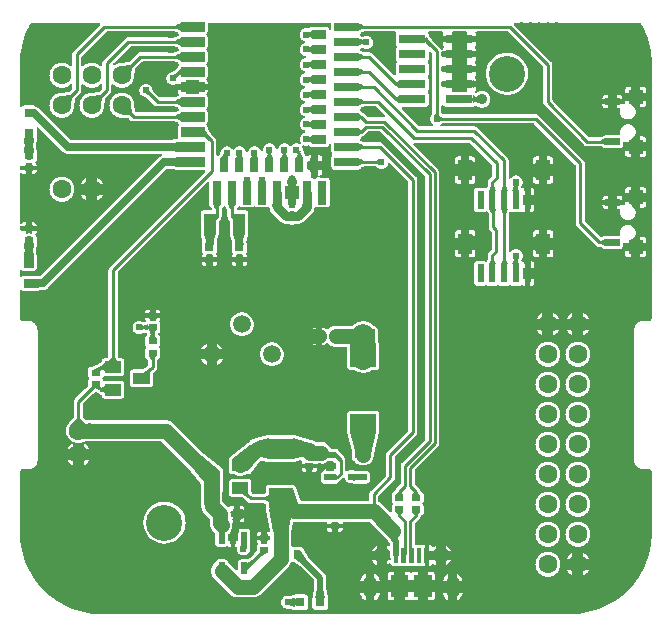
<source format=gtl>
G04 Layer: TopLayer*
G04 EasyEDA v6.4.19.5, 2021-05-22T15:42:10+02:00*
G04 f6fe8073f4d6445e90d350db08ac70cc,b771c775d4444e86a06a5321f8c966cb,10*
G04 Gerber Generator version 0.2*
G04 Scale: 100 percent, Rotated: No, Reflected: No *
G04 Dimensions in inches *
G04 leading zeros omitted , absolute positions ,3 integer and 6 decimal *
%FSLAX36Y36*%
%MOIN*%

%ADD10C,0.0100*%
%ADD11C,0.0800*%
%ADD12C,0.0250*%
%ADD13C,0.0200*%
%ADD14C,0.0300*%
%ADD15C,0.0500*%
%ADD16C,0.1200*%
%ADD17C,0.0240*%
%ADD18C,0.0480*%
%ADD19C,0.0360*%
%ADD20R,0.0315X0.0354*%
%ADD22R,0.0472X0.0709*%
%ADD23R,0.0236X0.0610*%
%ADD24R,0.0315X0.0197*%
%ADD25R,0.0866X0.0591*%
%ADD26R,0.0787X0.0709*%
%ADD27R,0.0394X0.0709*%
%ADD28R,0.0906X0.0295*%
%ADD31R,0.0315X0.0472*%
%ADD33R,0.0787X0.0315*%
%ADD34R,0.0315X0.0787*%
%ADD35R,0.0394X0.0217*%
%ADD36R,0.0217X0.0394*%
%ADD37R,0.0551X0.0394*%
%ADD38R,0.0315X0.0315*%
%ADD40R,0.0512X0.0472*%
%ADD41C,0.0630*%
%ADD42C,0.0630*%
%ADD43C,0.0532*%
%ADD44C,0.0591*%
%ADD45C,0.0472*%

%LPD*%
G36*
X325800Y-285820D02*
G01*
X324140Y-285740D01*
X322640Y-285000D01*
X321580Y-283720D01*
X321140Y-282100D01*
X321400Y-280440D01*
X322299Y-279040D01*
X376280Y-225080D01*
X377580Y-224200D01*
X379120Y-223900D01*
X528380Y-223900D01*
X530180Y-224320D01*
X535840Y-227160D01*
X536740Y-227760D01*
X537440Y-228600D01*
X539840Y-232280D01*
X540160Y-233820D01*
X539840Y-235340D01*
X538840Y-236780D01*
X537460Y-239000D01*
X536760Y-239820D01*
X535860Y-240440D01*
X530180Y-243280D01*
X528380Y-243700D01*
X411400Y-243700D01*
X408260Y-244000D01*
X405420Y-244860D01*
X402819Y-246260D01*
X400379Y-248260D01*
X373300Y-275340D01*
X372160Y-276140D01*
X370800Y-276500D01*
X347400Y-278460D01*
X344560Y-278760D01*
X339219Y-279820D01*
X334080Y-281560D01*
X329200Y-283980D01*
X327360Y-285200D01*
G37*

%LPD*%
G36*
X281080Y-290580D02*
G01*
X279580Y-290340D01*
X278260Y-289580D01*
X275320Y-287000D01*
X270780Y-283980D01*
X265900Y-281560D01*
X260760Y-279820D01*
X255420Y-278760D01*
X250000Y-278400D01*
X244560Y-278760D01*
X239220Y-279820D01*
X234080Y-281560D01*
X229200Y-283980D01*
X224680Y-287000D01*
X221740Y-289560D01*
X220420Y-290340D01*
X218920Y-290560D01*
X217440Y-290200D01*
X216220Y-289320D01*
X215380Y-288060D01*
X215100Y-286560D01*
X215100Y-257920D01*
X215400Y-256380D01*
X216280Y-255080D01*
X296280Y-175080D01*
X297580Y-174200D01*
X299120Y-173900D01*
X528380Y-173900D01*
X530180Y-174320D01*
X535840Y-177160D01*
X536740Y-177760D01*
X537440Y-178600D01*
X539840Y-182280D01*
X540160Y-183820D01*
X539840Y-185340D01*
X538840Y-186780D01*
X537460Y-189000D01*
X536760Y-189820D01*
X535860Y-190440D01*
X530180Y-193280D01*
X528380Y-193700D01*
X371400Y-193700D01*
X368260Y-194000D01*
X365420Y-194860D01*
X362819Y-196260D01*
X360379Y-198260D01*
X289460Y-269180D01*
X287460Y-271620D01*
X286060Y-274220D01*
X285200Y-277060D01*
X284900Y-280200D01*
X284900Y-286580D01*
X284620Y-288060D01*
X283780Y-289340D01*
X282560Y-290220D01*
G37*

%LPD*%
G36*
X1258520Y-320360D02*
G01*
X1256920Y-320100D01*
X1255560Y-319200D01*
X1184620Y-248260D01*
X1182180Y-246260D01*
X1179580Y-244860D01*
X1176740Y-244000D01*
X1173600Y-243700D01*
X1155620Y-243700D01*
X1153820Y-243280D01*
X1148120Y-240420D01*
X1147220Y-239820D01*
X1146520Y-238980D01*
X1144140Y-235340D01*
X1143840Y-233820D01*
X1144140Y-232280D01*
X1145160Y-230840D01*
X1146360Y-228920D01*
X1147480Y-227760D01*
X1148960Y-227140D01*
X1150560Y-227140D01*
X1152040Y-227780D01*
X1153940Y-229120D01*
X1157440Y-230740D01*
X1161160Y-231740D01*
X1165000Y-232079D01*
X1168820Y-231740D01*
X1172540Y-230740D01*
X1176040Y-229120D01*
X1179180Y-226900D01*
X1181900Y-224180D01*
X1184120Y-221040D01*
X1185740Y-217540D01*
X1186740Y-213820D01*
X1187080Y-210000D01*
X1186740Y-206160D01*
X1185740Y-202440D01*
X1184120Y-198939D01*
X1181900Y-195799D01*
X1179180Y-193080D01*
X1176040Y-190859D01*
X1172540Y-189240D01*
X1168820Y-188240D01*
X1165000Y-187900D01*
X1161160Y-188240D01*
X1157440Y-189240D01*
X1152540Y-191540D01*
X1151120Y-191640D01*
X1149760Y-191240D01*
X1148140Y-190440D01*
X1147240Y-189820D01*
X1146540Y-189000D01*
X1144140Y-185340D01*
X1143840Y-183800D01*
X1144140Y-182280D01*
X1146560Y-178580D01*
X1147260Y-177740D01*
X1148160Y-177140D01*
X1153780Y-174320D01*
X1155580Y-173900D01*
X1260360Y-173900D01*
X1262000Y-174259D01*
X1263360Y-175260D01*
X1264180Y-176740D01*
X1264320Y-178440D01*
X1263740Y-180020D01*
X1263220Y-180859D01*
X1262480Y-182979D01*
X1262200Y-185460D01*
X1262200Y-214540D01*
X1262480Y-217000D01*
X1263220Y-219120D01*
X1264420Y-221040D01*
X1265540Y-222160D01*
X1266420Y-223460D01*
X1266720Y-225000D01*
X1266420Y-226520D01*
X1265540Y-227820D01*
X1264420Y-228939D01*
X1263220Y-230859D01*
X1262480Y-232979D01*
X1262200Y-235460D01*
X1262200Y-264540D01*
X1262480Y-267000D01*
X1263220Y-269120D01*
X1264420Y-271040D01*
X1265540Y-272160D01*
X1266420Y-273460D01*
X1266720Y-275000D01*
X1266420Y-276520D01*
X1265540Y-277820D01*
X1264420Y-278940D01*
X1263220Y-280860D01*
X1262480Y-282980D01*
X1262200Y-285460D01*
X1262200Y-314540D01*
X1262360Y-315920D01*
X1262200Y-317540D01*
X1261420Y-318980D01*
X1260120Y-319980D01*
G37*

%LPD*%
G36*
X1172220Y-460700D02*
G01*
X1170680Y-460400D01*
X1169380Y-459520D01*
X1158120Y-448260D01*
X1155680Y-446260D01*
X1153080Y-444860D01*
X1151080Y-444020D01*
X1148140Y-441820D01*
X1147300Y-440959D01*
X1146740Y-439900D01*
X1146340Y-438680D01*
X1144140Y-435340D01*
X1143840Y-433820D01*
X1144140Y-432280D01*
X1146560Y-428579D01*
X1147260Y-427740D01*
X1148160Y-427140D01*
X1153780Y-424320D01*
X1155580Y-423900D01*
X1195880Y-423900D01*
X1197420Y-424200D01*
X1198720Y-425080D01*
X1227520Y-453880D01*
X1228380Y-455160D01*
X1228680Y-456700D01*
X1228380Y-458240D01*
X1227520Y-459520D01*
X1226220Y-460400D01*
X1224680Y-460700D01*
G37*

%LPD*%
G36*
X1342920Y-489900D02*
G01*
X1341380Y-489600D01*
X1340080Y-488720D01*
X1283040Y-431680D01*
X1282180Y-430379D01*
X1281860Y-428860D01*
X1282180Y-427320D01*
X1283040Y-426019D01*
X1284340Y-425160D01*
X1285860Y-424860D01*
X1362620Y-424860D01*
X1365100Y-424580D01*
X1367220Y-423840D01*
X1369139Y-422640D01*
X1370720Y-421040D01*
X1371920Y-419120D01*
X1372680Y-417000D01*
X1372940Y-414540D01*
X1372940Y-385460D01*
X1372680Y-382980D01*
X1371920Y-380860D01*
X1370720Y-378940D01*
X1369600Y-377819D01*
X1368740Y-376520D01*
X1368420Y-375000D01*
X1368740Y-373459D01*
X1369600Y-372160D01*
X1370720Y-371040D01*
X1371920Y-369120D01*
X1372680Y-367000D01*
X1372940Y-364540D01*
X1372940Y-335460D01*
X1372680Y-332980D01*
X1371920Y-330860D01*
X1370720Y-328940D01*
X1369600Y-327819D01*
X1368740Y-326520D01*
X1368420Y-325000D01*
X1368740Y-323459D01*
X1369600Y-322160D01*
X1370720Y-321040D01*
X1371920Y-319120D01*
X1372680Y-317000D01*
X1372940Y-314540D01*
X1372940Y-285460D01*
X1372680Y-282980D01*
X1371920Y-280860D01*
X1370720Y-278940D01*
X1369600Y-277820D01*
X1368740Y-276520D01*
X1368420Y-275000D01*
X1368740Y-273460D01*
X1369600Y-272160D01*
X1370720Y-271040D01*
X1371920Y-269120D01*
X1372680Y-267000D01*
X1372940Y-264540D01*
X1372940Y-243960D01*
X1373260Y-242420D01*
X1374120Y-241140D01*
X1375420Y-240260D01*
X1376940Y-239960D01*
X1378480Y-240260D01*
X1379780Y-241140D01*
X1383720Y-245080D01*
X1384600Y-246380D01*
X1384900Y-247920D01*
X1384900Y-445439D01*
X1384520Y-447160D01*
X1382320Y-451780D01*
X1380860Y-453940D01*
X1379240Y-457440D01*
X1378240Y-461160D01*
X1377900Y-465000D01*
X1378240Y-468820D01*
X1379240Y-472540D01*
X1380860Y-476040D01*
X1383080Y-479180D01*
X1385800Y-481900D01*
X1386819Y-482620D01*
X1387960Y-483840D01*
X1388500Y-485439D01*
X1388340Y-487100D01*
X1387500Y-488560D01*
X1386160Y-489540D01*
X1384520Y-489900D01*
G37*

%LPD*%
G36*
X669640Y-588920D02*
G01*
X667940Y-588780D01*
X666460Y-587960D01*
X665460Y-586600D01*
X665100Y-584960D01*
X665100Y-540200D01*
X664800Y-537060D01*
X663940Y-534220D01*
X662540Y-531620D01*
X660540Y-529180D01*
X647960Y-516540D01*
X636340Y-500700D01*
X635760Y-499580D01*
X635560Y-498340D01*
X635560Y-493280D01*
X635280Y-490820D01*
X634540Y-488700D01*
X632320Y-485340D01*
X632020Y-483820D01*
X632320Y-482280D01*
X634540Y-478940D01*
X635280Y-476800D01*
X635560Y-474340D01*
X635560Y-443280D01*
X635280Y-440820D01*
X634540Y-438700D01*
X632320Y-435340D01*
X632020Y-433820D01*
X632320Y-432280D01*
X634540Y-428940D01*
X635280Y-426800D01*
X635560Y-424340D01*
X635560Y-393280D01*
X635280Y-390820D01*
X634540Y-388700D01*
X632320Y-385340D01*
X632020Y-383820D01*
X632320Y-382280D01*
X634540Y-378940D01*
X635280Y-376800D01*
X635560Y-374340D01*
X635560Y-369180D01*
X608280Y-369180D01*
X608280Y-378960D01*
X607960Y-380500D01*
X607100Y-381800D01*
X605800Y-382660D01*
X604280Y-382960D01*
X567900Y-382960D01*
X566380Y-382660D01*
X565080Y-381800D01*
X564200Y-380500D01*
X563900Y-378960D01*
X563900Y-369180D01*
X536620Y-369180D01*
X536620Y-374340D01*
X536900Y-376800D01*
X537640Y-378940D01*
X539840Y-382280D01*
X540160Y-383820D01*
X539840Y-385340D01*
X537440Y-389000D01*
X536740Y-389840D01*
X535840Y-390460D01*
X530200Y-393280D01*
X528400Y-393700D01*
X476719Y-393700D01*
X475180Y-393400D01*
X473880Y-392520D01*
X454480Y-373120D01*
X453519Y-371620D01*
X451960Y-367200D01*
X450740Y-362440D01*
X449120Y-358940D01*
X446900Y-355800D01*
X444180Y-353080D01*
X441040Y-350860D01*
X437540Y-349240D01*
X433820Y-348240D01*
X430000Y-347900D01*
X426160Y-348240D01*
X422440Y-349240D01*
X418940Y-350860D01*
X415800Y-353080D01*
X413080Y-355800D01*
X410860Y-358940D01*
X409240Y-362440D01*
X408240Y-366160D01*
X407900Y-370000D01*
X408240Y-373820D01*
X409240Y-377540D01*
X410860Y-381040D01*
X413080Y-384180D01*
X415800Y-386900D01*
X418940Y-389120D01*
X422440Y-390740D01*
X427200Y-391960D01*
X431620Y-393519D01*
X433120Y-394480D01*
X457980Y-419340D01*
X460420Y-421340D01*
X463020Y-422740D01*
X465860Y-423600D01*
X469000Y-423900D01*
X528360Y-423900D01*
X530160Y-424320D01*
X535840Y-427160D01*
X536740Y-427780D01*
X537440Y-428620D01*
X539840Y-432280D01*
X540160Y-433820D01*
X539840Y-435340D01*
X538840Y-436780D01*
X537460Y-439000D01*
X536760Y-439820D01*
X535860Y-440439D01*
X530180Y-443280D01*
X528380Y-443700D01*
X397400Y-443700D01*
X395940Y-443420D01*
X394700Y-442640D01*
X393820Y-441460D01*
X393420Y-440040D01*
X391240Y-414620D01*
X390160Y-409219D01*
X388420Y-404080D01*
X386019Y-399200D01*
X382980Y-394680D01*
X379400Y-390580D01*
X375319Y-387000D01*
X370780Y-383980D01*
X365900Y-381560D01*
X360760Y-379820D01*
X355420Y-378760D01*
X350000Y-378400D01*
X344560Y-378760D01*
X339219Y-379820D01*
X334080Y-381560D01*
X329200Y-383980D01*
X324680Y-387000D01*
X320580Y-390580D01*
X317000Y-394680D01*
X313980Y-399200D01*
X311560Y-404080D01*
X309820Y-409219D01*
X308760Y-414560D01*
X308400Y-420000D01*
X308760Y-425420D01*
X309820Y-430760D01*
X311560Y-435900D01*
X313980Y-440780D01*
X317000Y-445319D01*
X320580Y-449400D01*
X324680Y-452980D01*
X329200Y-456019D01*
X334080Y-458420D01*
X339219Y-460160D01*
X344560Y-461220D01*
X347420Y-461520D01*
X370780Y-463480D01*
X372140Y-463840D01*
X373280Y-464640D01*
X377980Y-469340D01*
X380420Y-471340D01*
X383020Y-472740D01*
X385860Y-473600D01*
X389000Y-473900D01*
X528380Y-473900D01*
X530180Y-474320D01*
X535840Y-477160D01*
X536740Y-477760D01*
X537440Y-478600D01*
X539840Y-482280D01*
X540160Y-483820D01*
X539840Y-485340D01*
X537640Y-488700D01*
X536900Y-490820D01*
X536620Y-493280D01*
X536620Y-524340D01*
X536900Y-526800D01*
X537560Y-528700D01*
X537780Y-530140D01*
X537480Y-531540D01*
X536700Y-532760D01*
X535520Y-533620D01*
X534120Y-534000D01*
X508500Y-536200D01*
X179820Y-536200D01*
X178280Y-535900D01*
X176980Y-535020D01*
X72600Y-430640D01*
X69600Y-428100D01*
X67280Y-426640D01*
X65220Y-425740D01*
X63980Y-424880D01*
X62000Y-422860D01*
X60119Y-421659D01*
X57980Y-420920D01*
X55519Y-420640D01*
X24460Y-420640D01*
X22000Y-420920D01*
X19880Y-421659D01*
X17960Y-422860D01*
X16920Y-423900D01*
X15620Y-424780D01*
X14100Y-425080D01*
X12560Y-424780D01*
X11259Y-423900D01*
X10400Y-422620D01*
X10100Y-421079D01*
X10100Y-281080D01*
X10480Y-266720D01*
X11600Y-252580D01*
X13460Y-238520D01*
X16040Y-224560D01*
X19360Y-210780D01*
X23400Y-197180D01*
X28140Y-183820D01*
X33560Y-170720D01*
X39680Y-157920D01*
X44960Y-148180D01*
X45860Y-147080D01*
X47080Y-146340D01*
X48480Y-146100D01*
X272900Y-146100D01*
X274420Y-146400D01*
X275720Y-147260D01*
X276600Y-148560D01*
X276900Y-150100D01*
X276600Y-151620D01*
X275720Y-152920D01*
X189460Y-239180D01*
X187460Y-241620D01*
X186060Y-244220D01*
X185200Y-247060D01*
X184899Y-250200D01*
X184899Y-286580D01*
X184620Y-288060D01*
X183780Y-289340D01*
X182560Y-290220D01*
X181080Y-290580D01*
X179579Y-290340D01*
X178260Y-289580D01*
X175320Y-287000D01*
X170780Y-283980D01*
X165900Y-281560D01*
X160760Y-279820D01*
X155420Y-278760D01*
X150000Y-278400D01*
X144560Y-278760D01*
X139220Y-279820D01*
X134080Y-281560D01*
X129200Y-283980D01*
X124680Y-287000D01*
X120580Y-290580D01*
X117000Y-294680D01*
X113980Y-299200D01*
X111560Y-304080D01*
X109820Y-309220D01*
X108760Y-314560D01*
X108400Y-320000D01*
X108760Y-325420D01*
X109820Y-330760D01*
X111560Y-335900D01*
X113980Y-340780D01*
X117000Y-345319D01*
X120580Y-349400D01*
X124680Y-352980D01*
X129200Y-356019D01*
X134080Y-358420D01*
X139220Y-360160D01*
X144560Y-361220D01*
X150000Y-361580D01*
X155420Y-361220D01*
X160760Y-360160D01*
X165900Y-358420D01*
X170780Y-356019D01*
X175320Y-352980D01*
X178260Y-350400D01*
X179579Y-349640D01*
X181080Y-349420D01*
X182560Y-349760D01*
X183780Y-350640D01*
X184620Y-351920D01*
X184899Y-353400D01*
X184899Y-362080D01*
X184600Y-363620D01*
X183720Y-364920D01*
X173299Y-375340D01*
X172160Y-376140D01*
X170799Y-376500D01*
X147400Y-378459D01*
X144560Y-378760D01*
X139220Y-379820D01*
X134080Y-381560D01*
X129200Y-383980D01*
X124680Y-387000D01*
X120580Y-390580D01*
X117000Y-394680D01*
X113980Y-399200D01*
X111560Y-404080D01*
X109820Y-409219D01*
X108760Y-414560D01*
X108400Y-420000D01*
X108760Y-425420D01*
X109820Y-430760D01*
X111560Y-435900D01*
X113980Y-440780D01*
X117000Y-445319D01*
X120580Y-449400D01*
X124680Y-452980D01*
X129200Y-456019D01*
X134080Y-458420D01*
X139220Y-460160D01*
X144560Y-461220D01*
X150000Y-461580D01*
X155420Y-461220D01*
X160760Y-460160D01*
X165900Y-458420D01*
X170780Y-456019D01*
X175320Y-452980D01*
X179400Y-449400D01*
X182979Y-445319D01*
X186020Y-440780D01*
X188420Y-435900D01*
X190159Y-430760D01*
X191240Y-425360D01*
X193480Y-399200D01*
X193840Y-397860D01*
X194640Y-396719D01*
X210539Y-380820D01*
X212540Y-378380D01*
X213939Y-375780D01*
X214800Y-372939D01*
X215100Y-369799D01*
X215100Y-353420D01*
X215380Y-351940D01*
X216220Y-350660D01*
X217440Y-349780D01*
X218920Y-349420D01*
X220420Y-349640D01*
X221740Y-350420D01*
X224680Y-352980D01*
X229200Y-356019D01*
X234080Y-358420D01*
X239220Y-360160D01*
X244560Y-361220D01*
X250000Y-361580D01*
X255420Y-361220D01*
X260760Y-360160D01*
X265900Y-358420D01*
X270780Y-356019D01*
X275320Y-352980D01*
X278260Y-350400D01*
X279580Y-349640D01*
X281080Y-349420D01*
X282560Y-349760D01*
X283780Y-350640D01*
X284620Y-351920D01*
X284900Y-353400D01*
X284900Y-362080D01*
X284600Y-363620D01*
X283720Y-364920D01*
X273300Y-375340D01*
X272160Y-376140D01*
X270800Y-376500D01*
X247399Y-378459D01*
X244560Y-378760D01*
X239220Y-379820D01*
X234080Y-381560D01*
X229200Y-383980D01*
X224680Y-387000D01*
X220580Y-390580D01*
X217000Y-394680D01*
X213980Y-399200D01*
X211560Y-404080D01*
X209820Y-409219D01*
X208760Y-414560D01*
X208400Y-420000D01*
X208760Y-425420D01*
X209820Y-430760D01*
X211560Y-435900D01*
X213980Y-440780D01*
X217000Y-445319D01*
X220580Y-449400D01*
X224680Y-452980D01*
X229200Y-456019D01*
X234080Y-458420D01*
X239220Y-460160D01*
X244560Y-461220D01*
X250000Y-461580D01*
X255420Y-461220D01*
X260760Y-460160D01*
X265900Y-458420D01*
X270780Y-456019D01*
X275320Y-452980D01*
X279400Y-449400D01*
X282980Y-445319D01*
X286020Y-440780D01*
X288420Y-435900D01*
X290160Y-430760D01*
X291240Y-425360D01*
X293480Y-399200D01*
X293840Y-397860D01*
X294640Y-396719D01*
X310540Y-380820D01*
X312540Y-378380D01*
X313940Y-375780D01*
X314800Y-372939D01*
X315100Y-369799D01*
X315100Y-353420D01*
X315380Y-351940D01*
X316220Y-350660D01*
X317440Y-349780D01*
X318920Y-349420D01*
X320420Y-349640D01*
X321740Y-350420D01*
X324680Y-352980D01*
X329200Y-356019D01*
X334080Y-358420D01*
X339219Y-360160D01*
X344560Y-361220D01*
X350000Y-361580D01*
X355420Y-361220D01*
X360760Y-360160D01*
X365900Y-358420D01*
X370780Y-356019D01*
X375319Y-352980D01*
X379400Y-349400D01*
X382980Y-345319D01*
X386019Y-340780D01*
X388420Y-335900D01*
X390160Y-330760D01*
X391240Y-325360D01*
X393480Y-299200D01*
X393840Y-297860D01*
X394640Y-296720D01*
X416280Y-275080D01*
X417580Y-274200D01*
X419120Y-273900D01*
X528380Y-273900D01*
X530180Y-274320D01*
X535840Y-277160D01*
X536740Y-277760D01*
X537440Y-278600D01*
X539840Y-282280D01*
X540160Y-283820D01*
X539840Y-285340D01*
X537640Y-288700D01*
X536900Y-290820D01*
X536520Y-292860D01*
X535620Y-294320D01*
X534280Y-295480D01*
X532820Y-296260D01*
X530380Y-298260D01*
X523140Y-305500D01*
X521659Y-306440D01*
X517200Y-308020D01*
X512440Y-309240D01*
X508940Y-310860D01*
X505800Y-313080D01*
X503080Y-315800D01*
X500860Y-318940D01*
X499240Y-322440D01*
X498240Y-326160D01*
X497900Y-330000D01*
X498240Y-333820D01*
X499240Y-337540D01*
X500860Y-341040D01*
X503080Y-344180D01*
X505800Y-346900D01*
X508940Y-349120D01*
X512440Y-350740D01*
X516160Y-351740D01*
X520000Y-352080D01*
X523820Y-351740D01*
X527540Y-350740D01*
X532100Y-348620D01*
X533260Y-348440D01*
X563900Y-348440D01*
X563900Y-338660D01*
X564200Y-337140D01*
X565080Y-335840D01*
X566380Y-334960D01*
X567900Y-334660D01*
X604280Y-334660D01*
X605800Y-334960D01*
X607100Y-335840D01*
X607960Y-337140D01*
X608280Y-338660D01*
X608280Y-348440D01*
X635560Y-348440D01*
X635560Y-343280D01*
X635280Y-340820D01*
X634540Y-338700D01*
X632320Y-335340D01*
X632020Y-333820D01*
X632320Y-332280D01*
X634540Y-328940D01*
X635280Y-326800D01*
X635560Y-324340D01*
X635560Y-293280D01*
X635280Y-290820D01*
X634540Y-288700D01*
X632320Y-285340D01*
X632020Y-283820D01*
X632320Y-282280D01*
X634540Y-278940D01*
X635280Y-276800D01*
X635560Y-274340D01*
X635560Y-243280D01*
X635280Y-240820D01*
X634540Y-238700D01*
X632320Y-235340D01*
X632020Y-233820D01*
X632320Y-232280D01*
X634540Y-228939D01*
X635280Y-226800D01*
X635560Y-224340D01*
X635560Y-193280D01*
X635280Y-190820D01*
X634540Y-188700D01*
X632320Y-185340D01*
X632020Y-183820D01*
X632320Y-182280D01*
X634540Y-178939D01*
X635280Y-176800D01*
X635560Y-174340D01*
X635560Y-150100D01*
X635860Y-148560D01*
X636720Y-147260D01*
X638020Y-146400D01*
X639560Y-146100D01*
X1044419Y-146100D01*
X1045960Y-146400D01*
X1047260Y-147260D01*
X1048120Y-148560D01*
X1048420Y-150100D01*
X1048420Y-164100D01*
X1048120Y-165660D01*
X1047220Y-166980D01*
X1045860Y-167840D01*
X1044300Y-168100D01*
X1042760Y-167740D01*
X1041460Y-166800D01*
X1040660Y-165420D01*
X1040040Y-163680D01*
X1038840Y-161780D01*
X1037240Y-160180D01*
X1035340Y-158980D01*
X1033199Y-158240D01*
X1030740Y-157960D01*
X983960Y-157960D01*
X981480Y-158240D01*
X979360Y-158980D01*
X977440Y-160180D01*
X975540Y-162100D01*
X974419Y-162880D01*
X973100Y-163260D01*
X971720Y-163140D01*
X968860Y-162420D01*
X965000Y-162079D01*
X961160Y-162420D01*
X957440Y-163420D01*
X953940Y-165040D01*
X950800Y-167260D01*
X948080Y-169980D01*
X945860Y-173120D01*
X944240Y-176620D01*
X943240Y-180340D01*
X942900Y-184180D01*
X943240Y-188000D01*
X944240Y-191720D01*
X945860Y-195219D01*
X948080Y-198359D01*
X950800Y-201080D01*
X953940Y-203299D01*
X957440Y-204920D01*
X958199Y-205120D01*
X959740Y-205920D01*
X960780Y-207300D01*
X961160Y-209000D01*
X960780Y-210680D01*
X959740Y-212060D01*
X958199Y-212860D01*
X957440Y-213060D01*
X953940Y-214680D01*
X950800Y-216900D01*
X948080Y-219620D01*
X945860Y-222760D01*
X944240Y-226260D01*
X943240Y-229980D01*
X942900Y-233820D01*
X943240Y-237640D01*
X944240Y-241360D01*
X945860Y-244860D01*
X948080Y-248000D01*
X950800Y-250720D01*
X953940Y-252940D01*
X957440Y-254560D01*
X959539Y-255120D01*
X961080Y-255920D01*
X962120Y-257300D01*
X962500Y-259000D01*
X962120Y-260680D01*
X961080Y-262060D01*
X959539Y-262860D01*
X957440Y-263420D01*
X953940Y-265040D01*
X950800Y-267260D01*
X948080Y-269980D01*
X945860Y-273120D01*
X944240Y-276620D01*
X943240Y-280340D01*
X942900Y-284180D01*
X943240Y-288000D01*
X944240Y-291720D01*
X945860Y-295220D01*
X948080Y-298360D01*
X950800Y-301080D01*
X953940Y-303300D01*
X957440Y-304920D01*
X958860Y-305300D01*
X960400Y-306100D01*
X961460Y-307480D01*
X961840Y-309180D01*
X961460Y-310860D01*
X960400Y-312240D01*
X958860Y-313040D01*
X957440Y-313420D01*
X953940Y-315040D01*
X950800Y-317260D01*
X948080Y-319980D01*
X945860Y-323120D01*
X944240Y-326620D01*
X943240Y-330340D01*
X942900Y-334180D01*
X943240Y-338000D01*
X944240Y-341719D01*
X945860Y-345220D01*
X948080Y-348360D01*
X950800Y-351079D01*
X953940Y-353300D01*
X957440Y-354920D01*
X958860Y-355300D01*
X960400Y-356100D01*
X961460Y-357480D01*
X961840Y-359180D01*
X961460Y-360860D01*
X960400Y-362239D01*
X958860Y-363040D01*
X957440Y-363420D01*
X953940Y-365040D01*
X950800Y-367260D01*
X948080Y-369980D01*
X945860Y-373120D01*
X944240Y-376620D01*
X943240Y-380340D01*
X942900Y-384180D01*
X943240Y-388000D01*
X944240Y-391719D01*
X945860Y-395220D01*
X948080Y-398360D01*
X950800Y-401079D01*
X953940Y-403300D01*
X957440Y-404920D01*
X958860Y-405300D01*
X960400Y-406100D01*
X961460Y-407480D01*
X961840Y-409180D01*
X961460Y-410860D01*
X960400Y-412239D01*
X958860Y-413040D01*
X957440Y-413420D01*
X953940Y-415040D01*
X950800Y-417260D01*
X948080Y-419980D01*
X945860Y-423120D01*
X944240Y-426620D01*
X943240Y-430340D01*
X942900Y-434180D01*
X943240Y-438000D01*
X944240Y-441719D01*
X945860Y-445220D01*
X948080Y-448360D01*
X950800Y-451079D01*
X953940Y-453300D01*
X957500Y-454960D01*
X958720Y-455840D01*
X959539Y-457100D01*
X959820Y-458579D01*
X959539Y-460060D01*
X958720Y-461320D01*
X957500Y-462200D01*
X953940Y-463860D01*
X950800Y-466079D01*
X948080Y-468800D01*
X945860Y-471940D01*
X944240Y-475439D01*
X943240Y-479159D01*
X942900Y-483000D01*
X943240Y-486820D01*
X944240Y-490540D01*
X945860Y-494040D01*
X948080Y-497180D01*
X950800Y-499900D01*
X953940Y-502120D01*
X957440Y-503740D01*
X958860Y-504120D01*
X960400Y-504920D01*
X961460Y-506300D01*
X961840Y-508000D01*
X961460Y-509680D01*
X960400Y-511060D01*
X958860Y-511860D01*
X957440Y-512239D01*
X953940Y-513860D01*
X950800Y-516079D01*
X948080Y-518800D01*
X945860Y-521940D01*
X944240Y-525440D01*
X943240Y-529160D01*
X942900Y-533000D01*
X943240Y-536820D01*
X944240Y-540540D01*
X945580Y-543420D01*
X945960Y-545000D01*
X945680Y-546600D01*
X944780Y-547940D01*
X943439Y-548840D01*
X941840Y-549120D01*
X940260Y-548740D01*
X939560Y-548420D01*
X935840Y-547420D01*
X932020Y-547080D01*
X928180Y-547420D01*
X924460Y-548420D01*
X920960Y-550040D01*
X917820Y-552260D01*
X914820Y-555220D01*
X913520Y-556100D01*
X912000Y-556400D01*
X910480Y-556080D01*
X909180Y-555220D01*
X906200Y-552260D01*
X903060Y-550040D01*
X899560Y-548420D01*
X895840Y-547420D01*
X892020Y-547080D01*
X888180Y-547420D01*
X884460Y-548420D01*
X880960Y-550040D01*
X877820Y-552260D01*
X875100Y-554980D01*
X872880Y-558120D01*
X871260Y-561620D01*
X870879Y-563040D01*
X870080Y-564580D01*
X868700Y-565640D01*
X867020Y-566020D01*
X865320Y-565640D01*
X863940Y-564580D01*
X863139Y-563040D01*
X862760Y-561620D01*
X861140Y-558120D01*
X858920Y-554980D01*
X856200Y-552260D01*
X853060Y-550040D01*
X849560Y-548420D01*
X845840Y-547420D01*
X842020Y-547080D01*
X838180Y-547420D01*
X834460Y-548420D01*
X830960Y-550040D01*
X827820Y-552260D01*
X825100Y-554980D01*
X822880Y-558120D01*
X821260Y-561620D01*
X820260Y-565340D01*
X819920Y-569300D01*
X819400Y-570940D01*
X818220Y-572220D01*
X816620Y-572880D01*
X814900Y-572800D01*
X813360Y-572000D01*
X812300Y-570640D01*
X811140Y-568120D01*
X808920Y-564980D01*
X806200Y-562260D01*
X803060Y-560040D01*
X799560Y-558420D01*
X795840Y-557420D01*
X792020Y-557080D01*
X788180Y-557420D01*
X784460Y-558420D01*
X780960Y-560040D01*
X777820Y-562260D01*
X775100Y-564980D01*
X772880Y-568120D01*
X771260Y-571620D01*
X770879Y-573040D01*
X770080Y-574580D01*
X768700Y-575640D01*
X767020Y-576020D01*
X765320Y-575640D01*
X763940Y-574580D01*
X763139Y-573040D01*
X762760Y-571620D01*
X761140Y-568120D01*
X758920Y-564980D01*
X756200Y-562260D01*
X753060Y-560040D01*
X749560Y-558420D01*
X745840Y-557420D01*
X742020Y-557080D01*
X738180Y-557420D01*
X734460Y-558420D01*
X730960Y-560040D01*
X727820Y-562260D01*
X725100Y-564980D01*
X724280Y-566140D01*
X723180Y-567200D01*
X721760Y-567780D01*
X720240Y-567780D01*
X718820Y-567200D01*
X717720Y-566140D01*
X716900Y-564980D01*
X714180Y-562260D01*
X711040Y-560040D01*
X707540Y-558420D01*
X703820Y-557420D01*
X700000Y-557080D01*
X696160Y-557420D01*
X692440Y-558420D01*
X688940Y-560040D01*
X685800Y-562260D01*
X683080Y-564980D01*
X680860Y-568120D01*
X679240Y-571620D01*
X678240Y-575340D01*
X677900Y-579180D01*
X678020Y-580620D01*
X677880Y-582080D01*
X677220Y-583380D01*
X675100Y-586140D01*
X674240Y-586960D01*
X673180Y-587500D01*
X671860Y-587940D01*
X671220Y-588340D01*
G37*

%LPD*%
G36*
X910120Y-762580D02*
G01*
X908760Y-762140D01*
X907620Y-761260D01*
X906880Y-760020D01*
X906620Y-758600D01*
X906620Y-733360D01*
X896840Y-733360D01*
X895320Y-733060D01*
X894020Y-732180D01*
X893160Y-730879D01*
X892840Y-729360D01*
X892840Y-692980D01*
X893160Y-691460D01*
X894020Y-690160D01*
X895320Y-689300D01*
X896840Y-688980D01*
X906620Y-688980D01*
X906620Y-658020D01*
X906960Y-656400D01*
X907940Y-655060D01*
X909360Y-654220D01*
X912159Y-653300D01*
X915480Y-651120D01*
X917000Y-650800D01*
X918540Y-651120D01*
X921860Y-653300D01*
X924640Y-654220D01*
X926060Y-655060D01*
X927039Y-656400D01*
X927380Y-658020D01*
X927380Y-688980D01*
X937140Y-688980D01*
X938680Y-689300D01*
X939980Y-690160D01*
X940840Y-691460D01*
X941140Y-692980D01*
X941140Y-729360D01*
X940840Y-730879D01*
X939980Y-732180D01*
X938680Y-733060D01*
X937140Y-733360D01*
X927380Y-733360D01*
X927380Y-758620D01*
X927120Y-760020D01*
X926380Y-761260D01*
X925240Y-762140D01*
X923880Y-762580D01*
X922440Y-762500D01*
X921380Y-762240D01*
X917000Y-761900D01*
X912600Y-762240D01*
X911560Y-762500D01*
G37*

%LPD*%
G36*
X14100Y-992080D02*
G01*
X12560Y-991780D01*
X11259Y-990900D01*
X10400Y-989620D01*
X10100Y-988080D01*
X10100Y-971900D01*
X10400Y-970380D01*
X11259Y-969080D01*
X12560Y-968199D01*
X14100Y-967900D01*
X15620Y-968199D01*
X16920Y-969080D01*
X17960Y-970120D01*
X19880Y-971320D01*
X22000Y-972060D01*
X24460Y-972340D01*
X55519Y-972340D01*
X57980Y-972060D01*
X60119Y-971320D01*
X62020Y-970120D01*
X63620Y-968520D01*
X64820Y-966620D01*
X65560Y-964479D01*
X65840Y-962020D01*
X65800Y-929780D01*
X63680Y-905480D01*
X63680Y-904780D01*
X65800Y-880480D01*
X65840Y-860060D01*
X65560Y-857580D01*
X64820Y-855460D01*
X63620Y-853540D01*
X62880Y-852820D01*
X62020Y-851520D01*
X61720Y-849980D01*
X62020Y-848460D01*
X62880Y-847159D01*
X63620Y-846420D01*
X64820Y-844520D01*
X65560Y-842380D01*
X65840Y-839920D01*
X65840Y-837720D01*
X50359Y-837720D01*
X50359Y-843880D01*
X50000Y-845560D01*
X48960Y-846940D01*
X47420Y-847740D01*
X45700Y-847840D01*
X41860Y-847200D01*
X38140Y-847200D01*
X34280Y-847840D01*
X32559Y-847740D01*
X31040Y-846940D01*
X29980Y-845580D01*
X29620Y-843880D01*
X29620Y-837720D01*
X14100Y-837720D01*
X12560Y-837420D01*
X11259Y-836560D01*
X10400Y-835260D01*
X10100Y-833720D01*
X10100Y-826880D01*
X10400Y-825360D01*
X11259Y-824060D01*
X12560Y-823180D01*
X14100Y-822880D01*
X29620Y-822880D01*
X29620Y-810360D01*
X24460Y-810360D01*
X22000Y-810639D01*
X19880Y-811380D01*
X17960Y-812580D01*
X16920Y-813620D01*
X15620Y-814500D01*
X14100Y-814800D01*
X12560Y-814500D01*
X11259Y-813620D01*
X10400Y-812320D01*
X10100Y-810800D01*
X10100Y-649180D01*
X10400Y-647660D01*
X11259Y-646360D01*
X12560Y-645500D01*
X14100Y-645180D01*
X15620Y-645500D01*
X16920Y-646360D01*
X17960Y-647400D01*
X19880Y-648600D01*
X22000Y-649340D01*
X24460Y-649620D01*
X29620Y-649620D01*
X29620Y-637100D01*
X14100Y-637100D01*
X12560Y-636800D01*
X11259Y-635940D01*
X10400Y-634640D01*
X10100Y-633100D01*
X10100Y-626260D01*
X10400Y-624740D01*
X11259Y-623440D01*
X12560Y-622560D01*
X14100Y-622260D01*
X29620Y-622260D01*
X29620Y-616120D01*
X29980Y-614420D01*
X31040Y-613060D01*
X32559Y-612260D01*
X34280Y-612160D01*
X38140Y-612800D01*
X41860Y-612800D01*
X45700Y-612160D01*
X47420Y-612260D01*
X48960Y-613060D01*
X50000Y-614440D01*
X50359Y-616120D01*
X50359Y-622260D01*
X65840Y-622260D01*
X65840Y-620060D01*
X65560Y-617600D01*
X64820Y-615460D01*
X63620Y-613560D01*
X62880Y-612820D01*
X62020Y-611520D01*
X61720Y-610000D01*
X62020Y-608460D01*
X62880Y-607160D01*
X63620Y-606440D01*
X64820Y-604520D01*
X65560Y-602400D01*
X65840Y-599920D01*
X65800Y-579500D01*
X63680Y-555200D01*
X63680Y-554500D01*
X65840Y-529160D01*
X65840Y-497960D01*
X65980Y-496240D01*
X66780Y-494820D01*
X68060Y-493820D01*
X69660Y-493420D01*
X71260Y-493700D01*
X72640Y-494600D01*
X152700Y-574660D01*
X155680Y-577180D01*
X158880Y-579100D01*
X162360Y-580440D01*
X166040Y-581220D01*
X168920Y-581400D01*
X480080Y-581400D01*
X481599Y-581700D01*
X482900Y-582560D01*
X483780Y-583840D01*
X484080Y-585360D01*
X483800Y-586880D01*
X482960Y-588180D01*
X481700Y-589060D01*
X479260Y-590140D01*
X476100Y-592200D01*
X473940Y-594100D01*
X79440Y-988600D01*
X77940Y-989539D01*
X76200Y-989740D01*
X56900Y-987720D01*
X55620Y-987640D01*
X24460Y-987640D01*
X22000Y-987920D01*
X19880Y-988660D01*
X17960Y-989860D01*
X16920Y-990900D01*
X15620Y-991780D01*
G37*

%LPC*%
G36*
X50359Y-822880D02*
G01*
X65840Y-822880D01*
X65840Y-820680D01*
X65560Y-818220D01*
X64820Y-816080D01*
X63620Y-814180D01*
X62020Y-812580D01*
X60119Y-811380D01*
X57980Y-810639D01*
X55519Y-810360D01*
X50359Y-810360D01*
G37*
G36*
X150000Y-741580D02*
G01*
X155420Y-741220D01*
X160760Y-740160D01*
X165920Y-738420D01*
X170780Y-736020D01*
X175320Y-733000D01*
X179400Y-729400D01*
X183000Y-725320D01*
X186020Y-720780D01*
X188420Y-715920D01*
X190159Y-710759D01*
X191220Y-705420D01*
X191580Y-700000D01*
X191220Y-694560D01*
X190159Y-689220D01*
X188420Y-684080D01*
X186020Y-679200D01*
X183000Y-674680D01*
X179400Y-670580D01*
X175320Y-667000D01*
X170780Y-663980D01*
X165920Y-661560D01*
X160760Y-659820D01*
X155420Y-658760D01*
X150000Y-658400D01*
X144560Y-658760D01*
X139220Y-659820D01*
X134080Y-661560D01*
X129200Y-663980D01*
X124680Y-667000D01*
X120580Y-670580D01*
X117000Y-674680D01*
X113980Y-679200D01*
X111560Y-684080D01*
X109820Y-689220D01*
X108760Y-694560D01*
X108400Y-700000D01*
X108760Y-705420D01*
X109820Y-710759D01*
X111560Y-715920D01*
X113980Y-720780D01*
X117000Y-725320D01*
X120580Y-729400D01*
X124680Y-733000D01*
X129200Y-736020D01*
X134080Y-738420D01*
X139220Y-740160D01*
X144560Y-741220D01*
G37*
G36*
X231740Y-737260D02*
G01*
X231740Y-718240D01*
X212719Y-718240D01*
X213980Y-720780D01*
X217000Y-725320D01*
X220580Y-729400D01*
X224680Y-733000D01*
X229200Y-736020D01*
G37*
G36*
X268240Y-737260D02*
G01*
X270780Y-736020D01*
X275320Y-733000D01*
X279400Y-729400D01*
X283000Y-725320D01*
X286020Y-720780D01*
X287260Y-718240D01*
X268240Y-718240D01*
G37*
G36*
X268240Y-681740D02*
G01*
X287260Y-681740D01*
X286020Y-679200D01*
X283000Y-674680D01*
X279400Y-670580D01*
X275320Y-667000D01*
X270780Y-663980D01*
X268240Y-662720D01*
G37*
G36*
X212719Y-681740D02*
G01*
X231740Y-681740D01*
X231740Y-662720D01*
X229200Y-663980D01*
X224680Y-667000D01*
X220580Y-670580D01*
X217000Y-674680D01*
X213980Y-679200D01*
G37*
G36*
X50359Y-649620D02*
G01*
X55519Y-649620D01*
X57980Y-649340D01*
X60119Y-648600D01*
X62020Y-647400D01*
X63620Y-645800D01*
X64820Y-643900D01*
X65560Y-641760D01*
X65840Y-639300D01*
X65840Y-637100D01*
X50359Y-637100D01*
G37*

%LPD*%
G36*
X1245140Y-1776639D02*
G01*
X1243620Y-1776339D01*
X1242320Y-1775480D01*
X1214860Y-1748040D01*
X1212980Y-1746279D01*
X1211040Y-1744700D01*
X1208980Y-1743280D01*
X1207080Y-1742160D01*
X1206020Y-1741279D01*
X1205340Y-1740080D01*
X1205100Y-1738720D01*
X1205100Y-1722920D01*
X1205400Y-1721380D01*
X1206280Y-1720080D01*
X1255540Y-1670820D01*
X1257540Y-1668380D01*
X1258940Y-1665780D01*
X1259800Y-1662940D01*
X1260100Y-1659800D01*
X1260100Y-1592920D01*
X1260400Y-1591380D01*
X1261280Y-1590080D01*
X1330540Y-1520820D01*
X1332540Y-1518380D01*
X1333940Y-1515780D01*
X1334800Y-1512940D01*
X1335100Y-1509800D01*
X1335100Y-669000D01*
X1334800Y-665860D01*
X1333940Y-663020D01*
X1332540Y-660420D01*
X1330540Y-657980D01*
X1220820Y-548260D01*
X1218380Y-546260D01*
X1215780Y-544860D01*
X1212940Y-544000D01*
X1209800Y-543700D01*
X1155620Y-543700D01*
X1153820Y-543280D01*
X1148120Y-540420D01*
X1147220Y-539820D01*
X1146520Y-538980D01*
X1144140Y-535340D01*
X1143840Y-533820D01*
X1144140Y-532280D01*
X1146340Y-528960D01*
X1146760Y-527680D01*
X1147320Y-526620D01*
X1148160Y-525760D01*
X1151040Y-523600D01*
X1153080Y-522740D01*
X1155680Y-521340D01*
X1158120Y-519340D01*
X1169380Y-508080D01*
X1170680Y-507200D01*
X1172220Y-506900D01*
X1210280Y-506900D01*
X1211820Y-507200D01*
X1213120Y-508080D01*
X1360320Y-655280D01*
X1361200Y-656580D01*
X1361500Y-658120D01*
X1361500Y-1532080D01*
X1361200Y-1533620D01*
X1360320Y-1534920D01*
X1283959Y-1611279D01*
X1281960Y-1613720D01*
X1280560Y-1616320D01*
X1279700Y-1619160D01*
X1279400Y-1622300D01*
X1279400Y-1680780D01*
X1279100Y-1682320D01*
X1278220Y-1683620D01*
X1264460Y-1697380D01*
X1262460Y-1699820D01*
X1261060Y-1702420D01*
X1260220Y-1704400D01*
X1258020Y-1707340D01*
X1257160Y-1708200D01*
X1256080Y-1708740D01*
X1254860Y-1709160D01*
X1252960Y-1710340D01*
X1251360Y-1711940D01*
X1250160Y-1713860D01*
X1249420Y-1715980D01*
X1249140Y-1718440D01*
X1249140Y-1737680D01*
X1249420Y-1740160D01*
X1250160Y-1742280D01*
X1251360Y-1744199D01*
X1252100Y-1744920D01*
X1252960Y-1746220D01*
X1253280Y-1747760D01*
X1252960Y-1749280D01*
X1252100Y-1750580D01*
X1251360Y-1751320D01*
X1250160Y-1753220D01*
X1249420Y-1755360D01*
X1249140Y-1757820D01*
X1249140Y-1772640D01*
X1248840Y-1774180D01*
X1247980Y-1775480D01*
X1246680Y-1776339D01*
G37*

%LPD*%
G36*
X281180Y-2115900D02*
G01*
X266720Y-2115520D01*
X252580Y-2114400D01*
X238520Y-2112540D01*
X224579Y-2109940D01*
X210780Y-2106640D01*
X197180Y-2102600D01*
X183820Y-2097860D01*
X170720Y-2092420D01*
X157920Y-2086320D01*
X145460Y-2079540D01*
X133360Y-2072120D01*
X121679Y-2064100D01*
X110440Y-2055460D01*
X99660Y-2046240D01*
X89380Y-2036480D01*
X79620Y-2026180D01*
X70400Y-2015400D01*
X61780Y-2004139D01*
X53740Y-1992440D01*
X46340Y-1980360D01*
X39580Y-1967880D01*
X33480Y-1955080D01*
X28060Y-1941980D01*
X23320Y-1928600D01*
X19300Y-1915000D01*
X16000Y-1901220D01*
X13420Y-1887260D01*
X11580Y-1873200D01*
X10460Y-1859060D01*
X10100Y-1844820D01*
X10100Y-1642660D01*
X10440Y-1639700D01*
X11080Y-1637880D01*
X12060Y-1636220D01*
X13340Y-1634780D01*
X14860Y-1633620D01*
X16600Y-1632780D01*
X18460Y-1632300D01*
X20660Y-1632100D01*
X38900Y-1632100D01*
X43740Y-1631680D01*
X45960Y-1631220D01*
X49440Y-1630180D01*
X51540Y-1629300D01*
X54740Y-1627600D01*
X56620Y-1626339D01*
X59420Y-1624040D01*
X61040Y-1622420D01*
X63339Y-1619620D01*
X64600Y-1617740D01*
X66300Y-1614540D01*
X67180Y-1612440D01*
X68240Y-1608959D01*
X68680Y-1606720D01*
X69100Y-1601900D01*
X69100Y-1169100D01*
X68680Y-1164260D01*
X68240Y-1162020D01*
X67180Y-1158560D01*
X66300Y-1156460D01*
X64600Y-1153260D01*
X63339Y-1151360D01*
X61040Y-1148560D01*
X59420Y-1146960D01*
X56620Y-1144660D01*
X54740Y-1143380D01*
X51540Y-1141680D01*
X49440Y-1140820D01*
X45960Y-1139760D01*
X43740Y-1139320D01*
X40039Y-1138940D01*
X20240Y-1138900D01*
X17900Y-1139180D01*
X16460Y-1139080D01*
X15140Y-1138480D01*
X13580Y-1137400D01*
X12060Y-1135780D01*
X11080Y-1134120D01*
X10440Y-1132300D01*
X10100Y-1129320D01*
X10100Y-1038900D01*
X10400Y-1037380D01*
X11259Y-1036080D01*
X12560Y-1035200D01*
X14100Y-1034900D01*
X15620Y-1035200D01*
X16920Y-1036080D01*
X17960Y-1037120D01*
X19880Y-1038319D01*
X22000Y-1039060D01*
X24460Y-1039340D01*
X55640Y-1039340D01*
X56900Y-1039280D01*
X90200Y-1035780D01*
X93840Y-1034860D01*
X97240Y-1033360D01*
X100399Y-1031300D01*
X102560Y-1029400D01*
X498180Y-633780D01*
X499480Y-632900D01*
X501019Y-632600D01*
X509200Y-632600D01*
X546780Y-634660D01*
X624320Y-634660D01*
X625860Y-634960D01*
X627160Y-635840D01*
X628020Y-637140D01*
X628320Y-638660D01*
X628020Y-640200D01*
X627160Y-641500D01*
X309860Y-958780D01*
X307860Y-961220D01*
X306460Y-963820D01*
X305600Y-966660D01*
X305300Y-969800D01*
X305300Y-1255160D01*
X304880Y-1256940D01*
X302760Y-1261180D01*
X301880Y-1262360D01*
X300620Y-1263120D01*
X299180Y-1263400D01*
X293000Y-1263400D01*
X290540Y-1263660D01*
X288420Y-1264420D01*
X286500Y-1265620D01*
X284900Y-1267220D01*
X283700Y-1269120D01*
X282960Y-1271260D01*
X282740Y-1273180D01*
X282420Y-1274340D01*
X281780Y-1275360D01*
X280860Y-1276140D01*
X277140Y-1278400D01*
X274720Y-1279260D01*
X272120Y-1280660D01*
X269680Y-1282660D01*
X268860Y-1283480D01*
X267560Y-1284340D01*
X252380Y-1290640D01*
X250859Y-1290940D01*
X247280Y-1290940D01*
X244800Y-1291220D01*
X242680Y-1291960D01*
X240760Y-1293160D01*
X239180Y-1294760D01*
X237979Y-1296680D01*
X237220Y-1298800D01*
X236960Y-1301279D01*
X236960Y-1320500D01*
X237220Y-1322980D01*
X237979Y-1325100D01*
X239180Y-1327020D01*
X239899Y-1327740D01*
X240780Y-1329040D01*
X241080Y-1330580D01*
X240780Y-1332100D01*
X239899Y-1333400D01*
X239180Y-1334139D01*
X237979Y-1336040D01*
X237220Y-1338180D01*
X236960Y-1340640D01*
X236960Y-1352400D01*
X236680Y-1353860D01*
X235880Y-1355120D01*
X226640Y-1365100D01*
X194460Y-1397280D01*
X192460Y-1399720D01*
X191060Y-1402320D01*
X190200Y-1405160D01*
X189899Y-1408300D01*
X189899Y-1456579D01*
X189660Y-1457960D01*
X188960Y-1459160D01*
X172040Y-1479240D01*
X168980Y-1483820D01*
X166580Y-1488700D01*
X164820Y-1493860D01*
X163760Y-1499199D01*
X163400Y-1504620D01*
X163760Y-1510060D01*
X164820Y-1515380D01*
X166580Y-1520540D01*
X168980Y-1525420D01*
X172000Y-1529940D01*
X175580Y-1534019D01*
X179680Y-1537620D01*
X184240Y-1540660D01*
X185340Y-1541759D01*
X185940Y-1543220D01*
X185940Y-1544780D01*
X185340Y-1546220D01*
X184240Y-1547320D01*
X179680Y-1550360D01*
X175580Y-1553959D01*
X172000Y-1558040D01*
X168980Y-1562560D01*
X167719Y-1565120D01*
X186740Y-1565120D01*
X186740Y-1547840D01*
X187020Y-1546360D01*
X187840Y-1545080D01*
X189080Y-1544199D01*
X190539Y-1543839D01*
X192040Y-1544040D01*
X194220Y-1544800D01*
X199560Y-1545860D01*
X205000Y-1546200D01*
X210420Y-1545860D01*
X215760Y-1544800D01*
X217960Y-1544040D01*
X219460Y-1543839D01*
X220920Y-1544199D01*
X222140Y-1545080D01*
X222960Y-1546360D01*
X223240Y-1547840D01*
X223240Y-1565120D01*
X242260Y-1565120D01*
X241000Y-1562560D01*
X237979Y-1558040D01*
X234400Y-1553959D01*
X230300Y-1550360D01*
X225740Y-1547320D01*
X224640Y-1546220D01*
X224040Y-1544780D01*
X224040Y-1543220D01*
X224640Y-1541759D01*
X226180Y-1540380D01*
X227240Y-1539880D01*
X228400Y-1539700D01*
X480420Y-1539700D01*
X481940Y-1540000D01*
X483240Y-1540880D01*
X568000Y-1625620D01*
X611380Y-1680080D01*
X612020Y-1681180D01*
X612260Y-1682440D01*
X614700Y-1752880D01*
X614780Y-1757540D01*
X615060Y-1760100D01*
X615500Y-1762500D01*
X616120Y-1765000D01*
X616900Y-1767300D01*
X617880Y-1769680D01*
X618960Y-1771860D01*
X620280Y-1774079D01*
X621660Y-1776080D01*
X623280Y-1778080D01*
X624980Y-1779920D01*
X641140Y-1796140D01*
X642000Y-1797420D01*
X642300Y-1798959D01*
X642300Y-1812720D01*
X642400Y-1815300D01*
X642660Y-1817800D01*
X643100Y-1820260D01*
X643720Y-1822680D01*
X644520Y-1825060D01*
X645480Y-1827380D01*
X646600Y-1829620D01*
X647880Y-1831780D01*
X649300Y-1833839D01*
X650879Y-1835780D01*
X652640Y-1837660D01*
X657680Y-1842720D01*
X660280Y-1844980D01*
X661300Y-1846339D01*
X661660Y-1848000D01*
X661660Y-1881020D01*
X661940Y-1883500D01*
X662700Y-1885620D01*
X663900Y-1887540D01*
X665480Y-1889120D01*
X667400Y-1890320D01*
X669520Y-1891080D01*
X672000Y-1891360D01*
X693199Y-1891360D01*
X695660Y-1891080D01*
X697800Y-1890320D01*
X699160Y-1889460D01*
X700540Y-1888920D01*
X702039Y-1888920D01*
X703420Y-1889460D01*
X704800Y-1890340D01*
X706919Y-1891080D01*
X709400Y-1891360D01*
X712080Y-1891360D01*
X712080Y-1873920D01*
X707520Y-1873920D01*
X706000Y-1873600D01*
X704700Y-1872740D01*
X703820Y-1871440D01*
X703520Y-1869920D01*
X703520Y-1853220D01*
X703820Y-1851699D01*
X704700Y-1850400D01*
X706000Y-1849540D01*
X707520Y-1849220D01*
X712080Y-1849220D01*
X712080Y-1838040D01*
X712240Y-1836920D01*
X712720Y-1835880D01*
X713400Y-1834820D01*
X715480Y-1830260D01*
X716880Y-1825460D01*
X717600Y-1820500D01*
X717660Y-1813440D01*
X718480Y-1811940D01*
X719840Y-1810920D01*
X721500Y-1810560D01*
X722180Y-1810560D01*
X722180Y-1794100D01*
X716500Y-1794100D01*
X714960Y-1793800D01*
X713680Y-1792940D01*
X712800Y-1791639D01*
X712500Y-1790100D01*
X712500Y-1782860D01*
X712420Y-1780360D01*
X712140Y-1777800D01*
X711840Y-1776100D01*
X711900Y-1774360D01*
X712700Y-1772820D01*
X714080Y-1771759D01*
X715780Y-1771380D01*
X722180Y-1771380D01*
X722180Y-1754940D01*
X717020Y-1754940D01*
X714560Y-1755200D01*
X712420Y-1755960D01*
X710520Y-1757160D01*
X708760Y-1758920D01*
X707420Y-1759800D01*
X705860Y-1760100D01*
X704300Y-1759740D01*
X703000Y-1758820D01*
X686500Y-1742200D01*
X685620Y-1740860D01*
X685340Y-1739259D01*
X687400Y-1677800D01*
X687400Y-1638280D01*
X687140Y-1635820D01*
X686380Y-1633700D01*
X685180Y-1631780D01*
X683460Y-1630060D01*
X623240Y-1581540D01*
X521460Y-1479820D01*
X519580Y-1478080D01*
X517620Y-1476500D01*
X515580Y-1475080D01*
X513400Y-1473779D01*
X511180Y-1472680D01*
X508860Y-1471720D01*
X506480Y-1470920D01*
X504040Y-1470300D01*
X501599Y-1469860D01*
X499099Y-1469600D01*
X496520Y-1469500D01*
X231620Y-1469500D01*
X229920Y-1469120D01*
X228560Y-1468080D01*
X221040Y-1459180D01*
X220340Y-1457980D01*
X220100Y-1456600D01*
X220100Y-1416020D01*
X220400Y-1414480D01*
X221280Y-1413180D01*
X252800Y-1381639D01*
X253800Y-1380920D01*
X262640Y-1376320D01*
X264320Y-1375880D01*
X266020Y-1376180D01*
X267520Y-1376819D01*
X268820Y-1377680D01*
X269680Y-1378540D01*
X272120Y-1380540D01*
X274720Y-1381940D01*
X276280Y-1382400D01*
X277200Y-1382820D01*
X280860Y-1385040D01*
X281780Y-1385820D01*
X282440Y-1386840D01*
X282740Y-1388020D01*
X282960Y-1389900D01*
X283700Y-1392040D01*
X284900Y-1393940D01*
X286500Y-1395540D01*
X288420Y-1396740D01*
X290540Y-1397480D01*
X293000Y-1397760D01*
X347680Y-1397760D01*
X350140Y-1397480D01*
X352280Y-1396740D01*
X354180Y-1395540D01*
X355780Y-1393940D01*
X356980Y-1392040D01*
X357720Y-1389900D01*
X358000Y-1387440D01*
X358000Y-1348520D01*
X357720Y-1346060D01*
X356980Y-1343920D01*
X355780Y-1342020D01*
X354180Y-1340420D01*
X352280Y-1339220D01*
X350140Y-1338480D01*
X347680Y-1338200D01*
X293000Y-1338200D01*
X291720Y-1338340D01*
X290240Y-1338220D01*
X288880Y-1337580D01*
X287880Y-1336480D01*
X286420Y-1334120D01*
X285700Y-1333400D01*
X284820Y-1332100D01*
X284520Y-1330580D01*
X284820Y-1329040D01*
X285700Y-1327740D01*
X286420Y-1327020D01*
X287860Y-1324720D01*
X288840Y-1323660D01*
X290120Y-1323020D01*
X291540Y-1322860D01*
X292940Y-1322960D01*
X347680Y-1322960D01*
X350140Y-1322680D01*
X352280Y-1321940D01*
X354180Y-1320740D01*
X355780Y-1319139D01*
X356980Y-1317240D01*
X357720Y-1315100D01*
X358000Y-1312640D01*
X358000Y-1273720D01*
X357720Y-1271260D01*
X356980Y-1269120D01*
X355780Y-1267220D01*
X354180Y-1265620D01*
X352280Y-1264420D01*
X350140Y-1263660D01*
X347680Y-1263400D01*
X341599Y-1263400D01*
X340160Y-1263120D01*
X338920Y-1262360D01*
X338020Y-1261180D01*
X335920Y-1256960D01*
X335500Y-1255180D01*
X335500Y-977520D01*
X335800Y-975980D01*
X336680Y-974680D01*
X634320Y-677039D01*
X635620Y-676160D01*
X637140Y-675860D01*
X638680Y-676160D01*
X639980Y-677039D01*
X640840Y-678340D01*
X641140Y-679860D01*
X641140Y-750320D01*
X641420Y-752780D01*
X642180Y-754920D01*
X643379Y-756820D01*
X644960Y-758420D01*
X647200Y-759820D01*
X648020Y-760520D01*
X648640Y-761420D01*
X649760Y-763680D01*
X650180Y-765240D01*
X649940Y-766840D01*
X649100Y-768199D01*
X647780Y-769140D01*
X646200Y-769460D01*
X623320Y-769460D01*
X620860Y-769740D01*
X618720Y-770480D01*
X616820Y-771680D01*
X615220Y-773280D01*
X614020Y-775180D01*
X613280Y-777320D01*
X613000Y-779780D01*
X613000Y-850200D01*
X613300Y-852820D01*
X618540Y-870320D01*
X618720Y-871300D01*
X618640Y-872280D01*
X616400Y-883240D01*
X616140Y-885660D01*
X616140Y-904920D01*
X616420Y-907400D01*
X617180Y-909520D01*
X618380Y-911440D01*
X619100Y-912159D01*
X619980Y-913460D01*
X620280Y-915000D01*
X619980Y-916520D01*
X619100Y-917820D01*
X618380Y-918560D01*
X617180Y-920460D01*
X616420Y-922600D01*
X616140Y-925060D01*
X616140Y-927260D01*
X631620Y-927260D01*
X631620Y-919260D01*
X631920Y-917720D01*
X632800Y-916420D01*
X634100Y-915560D01*
X635620Y-915260D01*
X640639Y-915280D01*
X641800Y-915380D01*
X643660Y-915260D01*
X648360Y-915260D01*
X649900Y-915560D01*
X651200Y-916420D01*
X652060Y-917720D01*
X652380Y-919260D01*
X652380Y-927260D01*
X667840Y-927260D01*
X667840Y-925060D01*
X667560Y-922600D01*
X666820Y-920460D01*
X665620Y-918560D01*
X664880Y-917820D01*
X664020Y-916520D01*
X663720Y-915000D01*
X664020Y-913460D01*
X664880Y-912159D01*
X665620Y-911440D01*
X666820Y-909520D01*
X667560Y-907400D01*
X667840Y-904920D01*
X667840Y-885639D01*
X667660Y-883520D01*
X665819Y-873259D01*
X665780Y-872240D01*
X665980Y-871260D01*
X671979Y-853820D01*
X672500Y-851480D01*
X672560Y-850320D01*
X672560Y-810879D01*
X672920Y-809220D01*
X675120Y-804400D01*
X675920Y-803220D01*
X677540Y-801620D01*
X679539Y-799180D01*
X680939Y-796580D01*
X681800Y-793740D01*
X682099Y-790600D01*
X682099Y-768860D01*
X682520Y-767080D01*
X685340Y-761420D01*
X685960Y-760520D01*
X686800Y-759820D01*
X690460Y-757420D01*
X692000Y-757099D01*
X693520Y-757420D01*
X694960Y-758420D01*
X697200Y-759820D01*
X698020Y-760520D01*
X698640Y-761420D01*
X701480Y-767099D01*
X701900Y-768880D01*
X701900Y-790600D01*
X702200Y-793740D01*
X703060Y-796580D01*
X704460Y-799180D01*
X706460Y-801620D01*
X710180Y-805320D01*
X710920Y-806360D01*
X711380Y-808040D01*
X711420Y-850320D01*
X711680Y-852680D01*
X712000Y-853820D01*
X718000Y-871260D01*
X718220Y-872240D01*
X718160Y-873259D01*
X716340Y-883520D01*
X716140Y-885639D01*
X716140Y-904920D01*
X716420Y-907400D01*
X717180Y-909520D01*
X718379Y-911440D01*
X719100Y-912159D01*
X719980Y-913460D01*
X720280Y-915000D01*
X719980Y-916520D01*
X719100Y-917820D01*
X718379Y-918560D01*
X717180Y-920460D01*
X716420Y-922600D01*
X716140Y-925060D01*
X716140Y-927260D01*
X731620Y-927260D01*
X731620Y-919260D01*
X731919Y-917720D01*
X732800Y-916420D01*
X734100Y-915560D01*
X735620Y-915260D01*
X740639Y-915260D01*
X742200Y-915380D01*
X743760Y-915260D01*
X748360Y-915260D01*
X749900Y-915560D01*
X751200Y-916420D01*
X752060Y-917720D01*
X752380Y-919260D01*
X752380Y-927260D01*
X767840Y-927260D01*
X767840Y-925060D01*
X767560Y-922600D01*
X766820Y-920460D01*
X765620Y-918560D01*
X764880Y-917820D01*
X764020Y-916520D01*
X763720Y-915000D01*
X764020Y-913460D01*
X764880Y-912159D01*
X765620Y-911440D01*
X766820Y-909520D01*
X767560Y-907400D01*
X767840Y-904920D01*
X767840Y-885660D01*
X767600Y-883240D01*
X765360Y-872280D01*
X765280Y-871300D01*
X765440Y-870320D01*
X770699Y-852820D01*
X771000Y-850200D01*
X771000Y-779780D01*
X770720Y-777320D01*
X769960Y-775180D01*
X768760Y-773280D01*
X767180Y-771680D01*
X765260Y-770480D01*
X763139Y-769740D01*
X760660Y-769460D01*
X737800Y-769460D01*
X736220Y-769140D01*
X734900Y-768199D01*
X734040Y-766840D01*
X733800Y-765240D01*
X734220Y-763680D01*
X735340Y-761420D01*
X735960Y-760520D01*
X736800Y-759820D01*
X740460Y-757420D01*
X742000Y-757099D01*
X743520Y-757420D01*
X746880Y-759620D01*
X749000Y-760360D01*
X751480Y-760639D01*
X782520Y-760639D01*
X784980Y-760360D01*
X787120Y-759620D01*
X790460Y-757420D01*
X792000Y-757099D01*
X793520Y-757420D01*
X796880Y-759620D01*
X799000Y-760360D01*
X801480Y-760639D01*
X832520Y-760639D01*
X834980Y-760360D01*
X836800Y-759740D01*
X838540Y-759520D01*
X840200Y-760100D01*
X841460Y-761320D01*
X842080Y-762960D01*
X842240Y-764060D01*
X842960Y-767240D01*
X844479Y-771100D01*
X844880Y-771880D01*
X846620Y-774659D01*
X849340Y-777840D01*
X879160Y-807660D01*
X882340Y-810380D01*
X885120Y-812120D01*
X885900Y-812520D01*
X889760Y-814040D01*
X893820Y-814900D01*
X897120Y-815100D01*
X903640Y-815100D01*
X905180Y-815400D01*
X908319Y-816700D01*
X912600Y-817740D01*
X917000Y-818080D01*
X921380Y-817740D01*
X925660Y-816700D01*
X928800Y-815400D01*
X930340Y-815100D01*
X936880Y-815100D01*
X940180Y-814900D01*
X944240Y-814040D01*
X948100Y-812520D01*
X948880Y-812120D01*
X951660Y-810380D01*
X954840Y-807660D01*
X984659Y-777840D01*
X987380Y-774659D01*
X989120Y-771880D01*
X989520Y-771100D01*
X991040Y-767240D01*
X991760Y-764060D01*
X991919Y-762960D01*
X992540Y-761320D01*
X993800Y-760100D01*
X995460Y-759539D01*
X997200Y-759740D01*
X999000Y-760360D01*
X1001480Y-760639D01*
X1032520Y-760639D01*
X1034980Y-760360D01*
X1037120Y-759620D01*
X1039020Y-758420D01*
X1040620Y-756820D01*
X1041820Y-754920D01*
X1042580Y-752780D01*
X1042840Y-750320D01*
X1042840Y-672020D01*
X1042580Y-669560D01*
X1041820Y-667440D01*
X1040620Y-665520D01*
X1039020Y-663920D01*
X1037120Y-662720D01*
X1034980Y-661979D01*
X1032520Y-661700D01*
X1011700Y-661700D01*
X1010140Y-661380D01*
X1008840Y-660480D01*
X1007980Y-659140D01*
X1007700Y-657580D01*
X1008080Y-656020D01*
X1009020Y-654740D01*
X1010380Y-653920D01*
X1012120Y-653319D01*
X1014020Y-652120D01*
X1015620Y-650520D01*
X1016820Y-648620D01*
X1017580Y-646480D01*
X1017840Y-644020D01*
X1017840Y-634940D01*
X1002380Y-634940D01*
X1002380Y-658020D01*
X1002020Y-659640D01*
X1001060Y-660980D01*
X999620Y-661820D01*
X996840Y-662740D01*
X993520Y-664940D01*
X992000Y-665240D01*
X990460Y-664940D01*
X987140Y-662740D01*
X984360Y-661820D01*
X982940Y-660980D01*
X981960Y-659640D01*
X981620Y-658020D01*
X981620Y-634940D01*
X971860Y-634940D01*
X970320Y-634620D01*
X969020Y-633760D01*
X968160Y-632460D01*
X967860Y-630940D01*
X967860Y-610320D01*
X968160Y-608780D01*
X969020Y-607480D01*
X970320Y-606620D01*
X971860Y-606320D01*
X981620Y-606320D01*
X981620Y-586900D01*
X976480Y-586900D01*
X974000Y-587180D01*
X971880Y-587920D01*
X968540Y-590120D01*
X967000Y-590440D01*
X965480Y-590120D01*
X961820Y-587720D01*
X960980Y-587020D01*
X960360Y-586120D01*
X957460Y-580300D01*
X957060Y-578920D01*
X956800Y-576260D01*
X955939Y-573420D01*
X955300Y-572260D01*
X954920Y-571220D01*
X953800Y-565920D01*
X953760Y-565340D01*
X952760Y-561620D01*
X951420Y-558740D01*
X951040Y-557160D01*
X951320Y-555560D01*
X952220Y-554220D01*
X953560Y-553320D01*
X955160Y-553040D01*
X956740Y-553420D01*
X957440Y-553740D01*
X961160Y-554740D01*
X965000Y-555080D01*
X968820Y-554740D01*
X971400Y-554060D01*
X973080Y-553960D01*
X974640Y-554580D01*
X977440Y-557440D01*
X979360Y-558640D01*
X981480Y-559380D01*
X983960Y-559660D01*
X1030740Y-559660D01*
X1033199Y-559380D01*
X1035340Y-558640D01*
X1037240Y-557440D01*
X1038840Y-555840D01*
X1040040Y-553940D01*
X1040660Y-552200D01*
X1041460Y-550820D01*
X1042760Y-549880D01*
X1044300Y-549520D01*
X1045860Y-549780D01*
X1047220Y-550640D01*
X1048120Y-551960D01*
X1048420Y-553520D01*
X1048420Y-574340D01*
X1048700Y-576800D01*
X1049460Y-578940D01*
X1051660Y-582280D01*
X1051960Y-583820D01*
X1051660Y-585340D01*
X1049460Y-588700D01*
X1048700Y-590820D01*
X1048420Y-593280D01*
X1048420Y-624340D01*
X1048700Y-626800D01*
X1049460Y-628940D01*
X1050660Y-630840D01*
X1052240Y-632440D01*
X1054160Y-633640D01*
X1056280Y-634380D01*
X1058760Y-634660D01*
X1137040Y-634660D01*
X1139500Y-634380D01*
X1141640Y-633640D01*
X1143540Y-632440D01*
X1145140Y-630840D01*
X1146540Y-628620D01*
X1147240Y-627780D01*
X1148140Y-627160D01*
X1153820Y-624320D01*
X1155620Y-623900D01*
X1194600Y-623900D01*
X1195640Y-624040D01*
X1196600Y-624440D01*
X1200500Y-626700D01*
X1203940Y-629120D01*
X1207440Y-630740D01*
X1211160Y-631740D01*
X1215000Y-632080D01*
X1218820Y-631740D01*
X1222540Y-630740D01*
X1226040Y-629120D01*
X1229180Y-626900D01*
X1231900Y-624180D01*
X1234120Y-621040D01*
X1235740Y-617540D01*
X1236420Y-615060D01*
X1237160Y-613580D01*
X1238460Y-612520D01*
X1240060Y-612100D01*
X1241720Y-612360D01*
X1243100Y-613260D01*
X1303720Y-673880D01*
X1304600Y-675180D01*
X1304900Y-676720D01*
X1304900Y-1502080D01*
X1304600Y-1503620D01*
X1303720Y-1504920D01*
X1234460Y-1574180D01*
X1232460Y-1576620D01*
X1231060Y-1579220D01*
X1230200Y-1582060D01*
X1229900Y-1585200D01*
X1229900Y-1652080D01*
X1229600Y-1653620D01*
X1228720Y-1654920D01*
X1179460Y-1704180D01*
X1177460Y-1706620D01*
X1176060Y-1709220D01*
X1175200Y-1712060D01*
X1174900Y-1715200D01*
X1174900Y-1733700D01*
X1174600Y-1735240D01*
X1173720Y-1736519D01*
X1172440Y-1737400D01*
X1170900Y-1737700D01*
X947540Y-1737700D01*
X945920Y-1737360D01*
X944599Y-1736399D01*
X943760Y-1735000D01*
X928980Y-1691879D01*
X928199Y-1690120D01*
X926860Y-1688260D01*
X925160Y-1686759D01*
X923180Y-1685680D01*
X920960Y-1685040D01*
X919200Y-1684900D01*
X840840Y-1684900D01*
X838379Y-1685160D01*
X836260Y-1685920D01*
X834340Y-1687120D01*
X832740Y-1688700D01*
X831540Y-1690620D01*
X830800Y-1692740D01*
X830520Y-1695220D01*
X830520Y-1709280D01*
X830260Y-1710720D01*
X829479Y-1711980D01*
X828319Y-1712860D01*
X824060Y-1714980D01*
X822280Y-1715400D01*
X787920Y-1715400D01*
X786340Y-1715080D01*
X785020Y-1714139D01*
X782980Y-1711980D01*
X782180Y-1710720D01*
X781900Y-1709240D01*
X781900Y-1675680D01*
X781620Y-1673220D01*
X780879Y-1671100D01*
X779680Y-1669180D01*
X778080Y-1667580D01*
X776160Y-1666380D01*
X774040Y-1665640D01*
X771580Y-1665360D01*
X716900Y-1665360D01*
X714440Y-1665640D01*
X712300Y-1666380D01*
X710400Y-1667580D01*
X708800Y-1669180D01*
X707600Y-1671100D01*
X706860Y-1673220D01*
X706580Y-1675680D01*
X706580Y-1714600D01*
X706860Y-1717080D01*
X707600Y-1719199D01*
X708800Y-1721120D01*
X710400Y-1722720D01*
X712300Y-1723920D01*
X714440Y-1724660D01*
X716900Y-1724940D01*
X746720Y-1724940D01*
X747960Y-1725140D01*
X749080Y-1725700D01*
X765380Y-1737720D01*
X768680Y-1741040D01*
X771120Y-1743040D01*
X773720Y-1744440D01*
X776560Y-1745300D01*
X779700Y-1745600D01*
X822300Y-1745600D01*
X824100Y-1746020D01*
X828319Y-1748120D01*
X829479Y-1749019D01*
X830260Y-1750260D01*
X830520Y-1751699D01*
X830520Y-1765660D01*
X830740Y-1767940D01*
X844240Y-1838360D01*
X844180Y-1840100D01*
X843379Y-1841660D01*
X842000Y-1842740D01*
X840300Y-1843120D01*
X835360Y-1843120D01*
X835360Y-1855640D01*
X840900Y-1855640D01*
X842440Y-1855940D01*
X843720Y-1856800D01*
X844599Y-1858100D01*
X844900Y-1859640D01*
X844900Y-1866480D01*
X844599Y-1868000D01*
X843720Y-1869300D01*
X842440Y-1870180D01*
X840900Y-1870480D01*
X835360Y-1870480D01*
X835360Y-1878480D01*
X835060Y-1880020D01*
X834200Y-1881320D01*
X832900Y-1882180D01*
X831360Y-1882480D01*
X818620Y-1882480D01*
X817080Y-1882180D01*
X815800Y-1881320D01*
X814920Y-1880020D01*
X814620Y-1878480D01*
X814620Y-1870480D01*
X799140Y-1870480D01*
X799140Y-1872680D01*
X799419Y-1875140D01*
X800160Y-1877280D01*
X801360Y-1879180D01*
X802099Y-1879920D01*
X802960Y-1881220D01*
X803280Y-1882740D01*
X802960Y-1884280D01*
X802099Y-1885580D01*
X801360Y-1886300D01*
X800160Y-1888220D01*
X799419Y-1890340D01*
X799140Y-1892800D01*
X799140Y-1904620D01*
X798860Y-1906080D01*
X798080Y-1907340D01*
X788780Y-1917360D01*
X777200Y-1928940D01*
X776520Y-1929480D01*
X770200Y-1933520D01*
X769180Y-1933980D01*
X768060Y-1934139D01*
X746780Y-1934139D01*
X744320Y-1934420D01*
X742180Y-1935180D01*
X740280Y-1936380D01*
X738680Y-1937960D01*
X737480Y-1939880D01*
X736740Y-1942000D01*
X736460Y-1944480D01*
X736460Y-1966459D01*
X736160Y-1968000D01*
X735280Y-1969300D01*
X734000Y-1970160D01*
X732460Y-1970460D01*
X730939Y-1970160D01*
X729640Y-1969300D01*
X707520Y-1947180D01*
X704599Y-1944660D01*
X703680Y-1943500D01*
X702500Y-1939880D01*
X701300Y-1937960D01*
X699700Y-1936360D01*
X697780Y-1935160D01*
X695660Y-1934420D01*
X693199Y-1934139D01*
X671979Y-1934139D01*
X669520Y-1934420D01*
X667380Y-1935160D01*
X665480Y-1936360D01*
X663880Y-1937960D01*
X662680Y-1939880D01*
X661500Y-1943520D01*
X660580Y-1944680D01*
X657780Y-1947080D01*
X654500Y-1950880D01*
X651800Y-1955080D01*
X649720Y-1959640D01*
X648319Y-1964440D01*
X647600Y-1969400D01*
X647600Y-1974400D01*
X648319Y-1979360D01*
X649720Y-1984160D01*
X651800Y-1988720D01*
X654500Y-1992920D01*
X657880Y-1996819D01*
X711240Y-2050160D01*
X713120Y-2051920D01*
X715060Y-2053500D01*
X717120Y-2054920D01*
X719280Y-2056200D01*
X721520Y-2057320D01*
X723840Y-2058280D01*
X726220Y-2059079D01*
X728640Y-2059700D01*
X731100Y-2060140D01*
X733600Y-2060400D01*
X736180Y-2060500D01*
X787320Y-2060500D01*
X789900Y-2060400D01*
X792400Y-2060140D01*
X794860Y-2059700D01*
X797280Y-2059079D01*
X799659Y-2058280D01*
X801979Y-2057320D01*
X804220Y-2056200D01*
X806380Y-2054920D01*
X808439Y-2053500D01*
X810380Y-2051920D01*
X812260Y-2050160D01*
X904760Y-1957660D01*
X906520Y-1955780D01*
X908100Y-1953839D01*
X909520Y-1951780D01*
X910800Y-1949620D01*
X911919Y-1947380D01*
X913280Y-1943899D01*
X913960Y-1942640D01*
X915060Y-1941699D01*
X916420Y-1941220D01*
X917860Y-1941240D01*
X919200Y-1941780D01*
X920460Y-1942580D01*
X922039Y-1943200D01*
X944700Y-1956399D01*
X945500Y-1957040D01*
X989820Y-2001360D01*
X990699Y-2002660D01*
X991000Y-2004180D01*
X991000Y-2029460D01*
X990920Y-2030200D01*
X985460Y-2058740D01*
X985240Y-2061040D01*
X985240Y-2092100D01*
X985520Y-2094580D01*
X986260Y-2096699D01*
X987460Y-2098620D01*
X989060Y-2100200D01*
X990960Y-2101400D01*
X993100Y-2102160D01*
X995560Y-2102440D01*
X1026600Y-2102440D01*
X1029080Y-2102160D01*
X1031200Y-2101400D01*
X1033120Y-2100200D01*
X1034700Y-2098620D01*
X1035900Y-2096699D01*
X1036660Y-2094580D01*
X1036940Y-2092100D01*
X1036940Y-2061020D01*
X1036720Y-2058760D01*
X1031280Y-2030300D01*
X1031200Y-2029540D01*
X1031200Y-1994280D01*
X1031120Y-1992440D01*
X1030900Y-1990720D01*
X1030520Y-1989000D01*
X1029980Y-1987320D01*
X1029320Y-1985700D01*
X1028500Y-1984160D01*
X1027560Y-1982680D01*
X1026500Y-1981279D01*
X1025260Y-1979920D01*
X970400Y-1925060D01*
X969800Y-1924300D01*
X953240Y-1896879D01*
X951800Y-1895020D01*
X950060Y-1893560D01*
X948980Y-1892960D01*
X946760Y-1892180D01*
X944300Y-1891900D01*
X925060Y-1891900D01*
X922580Y-1892180D01*
X920420Y-1892940D01*
X918920Y-1893160D01*
X917440Y-1892800D01*
X916200Y-1891920D01*
X915380Y-1890640D01*
X915100Y-1889160D01*
X915100Y-1842160D01*
X915180Y-1841399D01*
X920960Y-1811140D01*
X921460Y-1809860D01*
X922340Y-1808820D01*
X923540Y-1808140D01*
X924900Y-1807900D01*
X1030220Y-1807900D01*
X1031860Y-1808240D01*
X1033199Y-1809240D01*
X1034040Y-1810680D01*
X1034140Y-1812820D01*
X1034140Y-1815020D01*
X1049620Y-1815020D01*
X1049620Y-1811900D01*
X1049920Y-1810360D01*
X1050800Y-1809079D01*
X1052080Y-1808200D01*
X1053620Y-1807900D01*
X1066360Y-1807900D01*
X1067900Y-1808200D01*
X1069200Y-1809079D01*
X1070060Y-1810360D01*
X1070360Y-1811900D01*
X1070360Y-1815020D01*
X1085840Y-1815020D01*
X1085780Y-1812340D01*
X1085960Y-1810680D01*
X1086780Y-1809240D01*
X1088120Y-1808240D01*
X1089760Y-1807900D01*
X1173800Y-1807900D01*
X1175340Y-1808200D01*
X1176640Y-1809079D01*
X1230080Y-1862520D01*
X1234920Y-1866740D01*
X1235540Y-1867840D01*
X1236840Y-1871399D01*
X1238620Y-1874420D01*
X1241000Y-1877220D01*
X1242620Y-1878820D01*
X1243500Y-1880120D01*
X1243800Y-1881660D01*
X1243800Y-1886639D01*
X1243400Y-1888360D01*
X1242300Y-1889740D01*
X1240720Y-1890520D01*
X1238940Y-1890540D01*
X1237100Y-1889600D01*
X1232380Y-1886920D01*
X1232380Y-1904199D01*
X1239800Y-1904199D01*
X1241340Y-1904500D01*
X1242620Y-1905380D01*
X1243500Y-1906680D01*
X1243800Y-1908200D01*
X1243800Y-1919920D01*
X1244120Y-1923580D01*
X1245020Y-1926960D01*
X1245500Y-1927980D01*
X1245860Y-1929660D01*
X1245860Y-1931780D01*
X1245560Y-1933320D01*
X1244700Y-1934600D01*
X1243400Y-1935480D01*
X1241860Y-1935780D01*
X1232380Y-1935780D01*
X1232380Y-1953060D01*
X1237100Y-1950380D01*
X1240520Y-1947720D01*
X1241860Y-1947040D01*
X1243360Y-1946879D01*
X1244800Y-1947320D01*
X1246000Y-1948240D01*
X1246900Y-1949960D01*
X1248100Y-1951860D01*
X1249680Y-1953460D01*
X1251600Y-1954660D01*
X1253720Y-1955400D01*
X1256200Y-1955680D01*
X1271500Y-1955680D01*
X1273960Y-1955400D01*
X1275300Y-1954940D01*
X1276620Y-1954720D01*
X1277940Y-1954940D01*
X1279280Y-1955400D01*
X1281740Y-1955680D01*
X1297040Y-1955680D01*
X1299500Y-1955400D01*
X1300880Y-1954920D01*
X1302200Y-1954700D01*
X1303520Y-1954920D01*
X1304880Y-1955400D01*
X1307340Y-1955680D01*
X1322640Y-1955680D01*
X1325100Y-1955400D01*
X1326480Y-1954920D01*
X1327800Y-1954700D01*
X1329120Y-1954920D01*
X1330480Y-1955400D01*
X1332940Y-1955680D01*
X1348240Y-1955680D01*
X1350700Y-1955400D01*
X1352080Y-1954920D01*
X1353400Y-1954700D01*
X1354720Y-1954920D01*
X1356080Y-1955400D01*
X1358540Y-1955680D01*
X1359760Y-1955680D01*
X1359760Y-1934139D01*
X1358880Y-1932820D01*
X1358560Y-1931279D01*
X1358560Y-1908700D01*
X1358880Y-1907160D01*
X1359760Y-1905860D01*
X1359760Y-1884300D01*
X1358540Y-1884300D01*
X1356080Y-1884580D01*
X1354720Y-1885060D01*
X1353400Y-1885280D01*
X1352080Y-1885060D01*
X1350700Y-1884580D01*
X1348240Y-1884300D01*
X1332940Y-1884300D01*
X1330040Y-1884620D01*
X1328380Y-1884460D01*
X1326940Y-1883640D01*
X1325940Y-1882280D01*
X1325600Y-1880660D01*
X1325600Y-1814920D01*
X1325900Y-1813380D01*
X1326780Y-1812080D01*
X1340540Y-1798320D01*
X1342540Y-1795880D01*
X1343920Y-1793280D01*
X1344160Y-1792480D01*
X1344780Y-1791240D01*
X1347020Y-1788160D01*
X1347880Y-1787300D01*
X1348959Y-1786740D01*
X1350120Y-1786339D01*
X1352020Y-1785160D01*
X1353620Y-1783560D01*
X1354820Y-1781660D01*
X1355560Y-1779520D01*
X1355840Y-1777060D01*
X1355840Y-1757820D01*
X1355560Y-1755360D01*
X1354820Y-1753220D01*
X1353620Y-1751320D01*
X1352880Y-1750580D01*
X1352020Y-1749280D01*
X1351720Y-1747760D01*
X1352020Y-1746220D01*
X1352880Y-1744920D01*
X1353620Y-1744199D01*
X1354820Y-1742280D01*
X1355560Y-1740160D01*
X1355840Y-1737680D01*
X1355840Y-1718440D01*
X1355560Y-1715980D01*
X1354820Y-1713860D01*
X1353620Y-1711940D01*
X1352020Y-1710340D01*
X1350120Y-1709160D01*
X1348899Y-1708740D01*
X1347820Y-1708180D01*
X1346980Y-1707340D01*
X1344780Y-1704420D01*
X1343940Y-1702420D01*
X1342540Y-1699820D01*
X1340540Y-1697380D01*
X1326780Y-1683620D01*
X1325900Y-1682320D01*
X1325600Y-1680780D01*
X1325600Y-1636620D01*
X1325900Y-1635080D01*
X1326780Y-1633779D01*
X1403140Y-1557420D01*
X1405140Y-1554980D01*
X1406540Y-1552380D01*
X1407400Y-1549540D01*
X1407700Y-1546399D01*
X1407700Y-643800D01*
X1407400Y-640660D01*
X1406540Y-637820D01*
X1405140Y-635220D01*
X1403140Y-632780D01*
X1322280Y-551920D01*
X1321420Y-550640D01*
X1321120Y-549100D01*
X1321420Y-547560D01*
X1322280Y-546280D01*
X1323580Y-545400D01*
X1325120Y-545100D01*
X1507080Y-545100D01*
X1508620Y-545400D01*
X1509920Y-546280D01*
X1582820Y-619180D01*
X1583700Y-620480D01*
X1584000Y-622020D01*
X1584000Y-652980D01*
X1583700Y-654520D01*
X1582820Y-655819D01*
X1573560Y-665080D01*
X1571560Y-667520D01*
X1570160Y-670120D01*
X1569300Y-672960D01*
X1569019Y-675900D01*
X1569300Y-678840D01*
X1569600Y-680400D01*
X1569600Y-687039D01*
X1569240Y-688680D01*
X1566860Y-694000D01*
X1566000Y-695200D01*
X1564780Y-696020D01*
X1563340Y-696340D01*
X1561879Y-696120D01*
X1559420Y-695260D01*
X1556960Y-694980D01*
X1533779Y-694980D01*
X1531320Y-695260D01*
X1529180Y-696020D01*
X1527280Y-697220D01*
X1525680Y-698800D01*
X1524480Y-700720D01*
X1523740Y-702840D01*
X1523460Y-705320D01*
X1523460Y-765879D01*
X1523740Y-768360D01*
X1524480Y-770480D01*
X1525680Y-772400D01*
X1527280Y-773980D01*
X1529180Y-775180D01*
X1531320Y-775939D01*
X1533779Y-776220D01*
X1556960Y-776220D01*
X1559420Y-775939D01*
X1561560Y-775180D01*
X1562920Y-774320D01*
X1564319Y-773780D01*
X1565800Y-773780D01*
X1567280Y-774380D01*
X1568120Y-775080D01*
X1568720Y-775980D01*
X1572080Y-782680D01*
X1572500Y-784460D01*
X1572500Y-826400D01*
X1572800Y-829539D01*
X1573660Y-832380D01*
X1575060Y-834980D01*
X1577060Y-837420D01*
X1581320Y-841680D01*
X1582200Y-842980D01*
X1582500Y-844520D01*
X1582500Y-899479D01*
X1582200Y-901020D01*
X1581320Y-902320D01*
X1573560Y-910080D01*
X1571560Y-912520D01*
X1570160Y-915120D01*
X1569300Y-917960D01*
X1569019Y-920900D01*
X1569300Y-923840D01*
X1569600Y-925400D01*
X1569600Y-932080D01*
X1569240Y-933720D01*
X1566860Y-939000D01*
X1566020Y-940200D01*
X1564780Y-941040D01*
X1563340Y-941360D01*
X1561900Y-941120D01*
X1559420Y-940260D01*
X1556960Y-939980D01*
X1533779Y-939980D01*
X1531320Y-940260D01*
X1529180Y-941020D01*
X1527280Y-942220D01*
X1525680Y-943800D01*
X1524480Y-945720D01*
X1523740Y-947840D01*
X1523460Y-950320D01*
X1523460Y-1010879D01*
X1523740Y-1013360D01*
X1524480Y-1015480D01*
X1525680Y-1017400D01*
X1527280Y-1018980D01*
X1529180Y-1020180D01*
X1531320Y-1020939D01*
X1533779Y-1021220D01*
X1556960Y-1021220D01*
X1559420Y-1020939D01*
X1561560Y-1020180D01*
X1562920Y-1019320D01*
X1564319Y-1018780D01*
X1565800Y-1018780D01*
X1567180Y-1019320D01*
X1568560Y-1020180D01*
X1570680Y-1020939D01*
X1573160Y-1021220D01*
X1596320Y-1021220D01*
X1598800Y-1020939D01*
X1600920Y-1020180D01*
X1602300Y-1019320D01*
X1603680Y-1018780D01*
X1605180Y-1018780D01*
X1606560Y-1019320D01*
X1607920Y-1020180D01*
X1610060Y-1020939D01*
X1612520Y-1021220D01*
X1635700Y-1021220D01*
X1638160Y-1020939D01*
X1640300Y-1020180D01*
X1641660Y-1019320D01*
X1643060Y-1018780D01*
X1644540Y-1018780D01*
X1645920Y-1019320D01*
X1647300Y-1020180D01*
X1649420Y-1020939D01*
X1651900Y-1021220D01*
X1675060Y-1021220D01*
X1677540Y-1020939D01*
X1679660Y-1020180D01*
X1681040Y-1019320D01*
X1682420Y-1018780D01*
X1683920Y-1018780D01*
X1685300Y-1019320D01*
X1686660Y-1020180D01*
X1688800Y-1020939D01*
X1691260Y-1021220D01*
X1694440Y-1021220D01*
X1694440Y-998360D01*
X1689400Y-998360D01*
X1687860Y-998060D01*
X1686560Y-997180D01*
X1685700Y-995879D01*
X1685400Y-994360D01*
X1685400Y-966840D01*
X1685700Y-965320D01*
X1686560Y-964020D01*
X1687860Y-963139D01*
X1689400Y-962840D01*
X1694440Y-962840D01*
X1694440Y-939980D01*
X1691260Y-939980D01*
X1688800Y-940260D01*
X1686320Y-941140D01*
X1684820Y-941360D01*
X1683340Y-940980D01*
X1682100Y-940100D01*
X1681040Y-938180D01*
X1680780Y-936900D01*
X1680920Y-935600D01*
X1681500Y-934440D01*
X1683240Y-931940D01*
X1684860Y-928460D01*
X1685860Y-924740D01*
X1686200Y-920900D01*
X1685860Y-917060D01*
X1684860Y-913340D01*
X1683240Y-909860D01*
X1681020Y-906700D01*
X1678300Y-903980D01*
X1675160Y-901780D01*
X1671660Y-900140D01*
X1667940Y-899160D01*
X1664120Y-898820D01*
X1660280Y-899160D01*
X1656560Y-900140D01*
X1653060Y-901780D01*
X1649920Y-903980D01*
X1647200Y-906700D01*
X1646480Y-907720D01*
X1645260Y-908860D01*
X1643660Y-909400D01*
X1642000Y-909240D01*
X1640540Y-908420D01*
X1639560Y-907060D01*
X1639199Y-905440D01*
X1639199Y-784160D01*
X1639560Y-782500D01*
X1641980Y-777180D01*
X1642820Y-775980D01*
X1644060Y-775160D01*
X1645480Y-774840D01*
X1646940Y-775060D01*
X1649420Y-775939D01*
X1651900Y-776220D01*
X1675060Y-776220D01*
X1677540Y-775939D01*
X1679660Y-775180D01*
X1681040Y-774320D01*
X1682420Y-773780D01*
X1683920Y-773780D01*
X1685300Y-774320D01*
X1686660Y-775180D01*
X1688800Y-775939D01*
X1691260Y-776220D01*
X1694440Y-776220D01*
X1694440Y-753360D01*
X1689400Y-753360D01*
X1687860Y-753060D01*
X1686560Y-752180D01*
X1685700Y-750879D01*
X1685400Y-749360D01*
X1685400Y-721840D01*
X1685700Y-720320D01*
X1686560Y-719020D01*
X1687860Y-718139D01*
X1689400Y-717840D01*
X1694440Y-717840D01*
X1694440Y-694980D01*
X1691260Y-694980D01*
X1688800Y-695260D01*
X1686320Y-696140D01*
X1684840Y-696360D01*
X1683380Y-696020D01*
X1682140Y-695160D01*
X1681060Y-693300D01*
X1680760Y-692000D01*
X1680900Y-690680D01*
X1681480Y-689460D01*
X1683240Y-686940D01*
X1684860Y-683460D01*
X1685860Y-679740D01*
X1686200Y-675900D01*
X1685860Y-672060D01*
X1684860Y-668340D01*
X1683240Y-664860D01*
X1681020Y-661700D01*
X1678300Y-658980D01*
X1675160Y-656780D01*
X1671660Y-655140D01*
X1667940Y-654160D01*
X1664120Y-653820D01*
X1660280Y-654160D01*
X1656560Y-655140D01*
X1653060Y-656780D01*
X1649920Y-658980D01*
X1647200Y-661700D01*
X1646480Y-662720D01*
X1645260Y-663860D01*
X1643660Y-664400D01*
X1642000Y-664240D01*
X1640540Y-663420D01*
X1639560Y-662060D01*
X1639199Y-660440D01*
X1639199Y-604300D01*
X1638899Y-601160D01*
X1638040Y-598320D01*
X1636639Y-595720D01*
X1634640Y-593280D01*
X1535820Y-494460D01*
X1533380Y-492460D01*
X1530780Y-491060D01*
X1527940Y-490200D01*
X1524800Y-489900D01*
X1415700Y-489900D01*
X1414199Y-489600D01*
X1412920Y-488760D01*
X1412040Y-487520D01*
X1411720Y-486019D01*
X1411960Y-484500D01*
X1412760Y-483200D01*
X1413980Y-482280D01*
X1417780Y-480480D01*
X1419500Y-480100D01*
X1722080Y-480100D01*
X1723620Y-480400D01*
X1724900Y-481260D01*
X1861320Y-617680D01*
X1862180Y-618980D01*
X1862500Y-620500D01*
X1862500Y-812400D01*
X1862800Y-815540D01*
X1863660Y-818360D01*
X1865060Y-820980D01*
X1867060Y-823400D01*
X1931180Y-887540D01*
X1933620Y-889539D01*
X1936260Y-890939D01*
X1939100Y-891800D01*
X1942240Y-892099D01*
X1943980Y-892099D01*
X1945640Y-892440D01*
X1957660Y-897860D01*
X1959720Y-898560D01*
X1962220Y-898840D01*
X2009000Y-898840D01*
X2011480Y-898560D01*
X2013600Y-897820D01*
X2015520Y-896600D01*
X2017100Y-895020D01*
X2018300Y-893100D01*
X2019060Y-890980D01*
X2019340Y-888500D01*
X2019340Y-882360D01*
X2019640Y-880819D01*
X2020500Y-879520D01*
X2021800Y-878660D01*
X2023340Y-878360D01*
X2047080Y-878360D01*
X2047080Y-869560D01*
X2047320Y-868199D01*
X2048020Y-867000D01*
X2049079Y-866100D01*
X2051459Y-864720D01*
X2054680Y-862099D01*
X2057440Y-858980D01*
X2059660Y-855460D01*
X2061300Y-851640D01*
X2062300Y-847600D01*
X2062620Y-843460D01*
X2062300Y-839320D01*
X2061300Y-835280D01*
X2059660Y-831460D01*
X2057440Y-827940D01*
X2054680Y-824820D01*
X2051459Y-822200D01*
X2047860Y-820120D01*
X2043980Y-818640D01*
X2039900Y-817820D01*
X2035740Y-817640D01*
X2031620Y-818139D01*
X2027620Y-819300D01*
X2023880Y-821080D01*
X2020460Y-823439D01*
X2017460Y-826320D01*
X2014960Y-829659D01*
X2013020Y-833340D01*
X2011699Y-837280D01*
X2011040Y-841380D01*
X2011040Y-845540D01*
X2011940Y-851240D01*
X2011579Y-852700D01*
X2010700Y-853920D01*
X2009420Y-854720D01*
X2007940Y-855020D01*
X1962220Y-855020D01*
X1959720Y-855300D01*
X1957600Y-856020D01*
X1949680Y-859640D01*
X1948120Y-860000D01*
X1946519Y-859720D01*
X1945180Y-858820D01*
X1893860Y-807500D01*
X1893000Y-806220D01*
X1892700Y-804680D01*
X1892700Y-612780D01*
X1892380Y-609660D01*
X1891519Y-606820D01*
X1890140Y-604220D01*
X1888120Y-601780D01*
X1740800Y-454460D01*
X1738380Y-452460D01*
X1735760Y-451060D01*
X1732940Y-450200D01*
X1729800Y-449900D01*
X1419520Y-449900D01*
X1418000Y-449600D01*
X1416300Y-448340D01*
X1415420Y-447040D01*
X1415100Y-445480D01*
X1415100Y-423920D01*
X1415400Y-422380D01*
X1416279Y-421079D01*
X1417560Y-420220D01*
X1419100Y-419920D01*
X1420640Y-420220D01*
X1421920Y-421079D01*
X1423480Y-422640D01*
X1425380Y-423840D01*
X1427520Y-424580D01*
X1429980Y-424860D01*
X1520080Y-424860D01*
X1522560Y-424580D01*
X1524680Y-423840D01*
X1526600Y-422640D01*
X1528260Y-421320D01*
X1529680Y-420980D01*
X1531120Y-421180D01*
X1532400Y-421860D01*
X1533420Y-422680D01*
X1537240Y-425020D01*
X1541320Y-426700D01*
X1545600Y-427740D01*
X1550000Y-428080D01*
X1554379Y-427740D01*
X1558660Y-426700D01*
X1562740Y-425020D01*
X1566500Y-422720D01*
X1569860Y-419860D01*
X1572720Y-416500D01*
X1575020Y-412740D01*
X1576699Y-408660D01*
X1577740Y-404380D01*
X1578080Y-400000D01*
X1577740Y-395600D01*
X1576699Y-391320D01*
X1575020Y-387239D01*
X1572720Y-383480D01*
X1569860Y-380120D01*
X1566500Y-377260D01*
X1562740Y-374960D01*
X1558660Y-373280D01*
X1554379Y-372239D01*
X1550000Y-371900D01*
X1545600Y-372239D01*
X1541320Y-373280D01*
X1537240Y-374960D01*
X1533420Y-377299D01*
X1532360Y-378140D01*
X1530820Y-378880D01*
X1529100Y-378920D01*
X1527540Y-378220D01*
X1526399Y-376940D01*
X1525900Y-375300D01*
X1526140Y-373600D01*
X1527060Y-372160D01*
X1528180Y-371040D01*
X1529379Y-369120D01*
X1530140Y-367000D01*
X1530400Y-364540D01*
X1530400Y-359880D01*
X1500180Y-359880D01*
X1500180Y-371120D01*
X1499860Y-372660D01*
X1499000Y-373960D01*
X1497700Y-374820D01*
X1496180Y-375120D01*
X1453899Y-375120D01*
X1452360Y-374820D01*
X1451060Y-373960D01*
X1450200Y-372660D01*
X1449900Y-371120D01*
X1449900Y-359880D01*
X1419100Y-359880D01*
X1417560Y-359560D01*
X1416279Y-358700D01*
X1415400Y-357400D01*
X1415100Y-355880D01*
X1415100Y-344120D01*
X1415400Y-342580D01*
X1416279Y-341280D01*
X1417560Y-340420D01*
X1419100Y-340120D01*
X1449900Y-340120D01*
X1449900Y-309880D01*
X1419100Y-309880D01*
X1417560Y-309560D01*
X1416279Y-308700D01*
X1415400Y-307400D01*
X1415100Y-305880D01*
X1415100Y-294120D01*
X1415400Y-292580D01*
X1416279Y-291280D01*
X1417560Y-290420D01*
X1419100Y-290120D01*
X1449900Y-290120D01*
X1449900Y-259880D01*
X1419100Y-259880D01*
X1417560Y-259560D01*
X1416279Y-258700D01*
X1415400Y-257399D01*
X1415100Y-255880D01*
X1415100Y-244120D01*
X1415400Y-242580D01*
X1416279Y-241280D01*
X1417560Y-240420D01*
X1419100Y-240120D01*
X1449900Y-240120D01*
X1449900Y-209880D01*
X1419660Y-209880D01*
X1419660Y-214540D01*
X1419940Y-217000D01*
X1420680Y-219120D01*
X1421879Y-221040D01*
X1423000Y-222160D01*
X1423880Y-223460D01*
X1424180Y-225000D01*
X1423880Y-226520D01*
X1423000Y-227820D01*
X1421879Y-228939D01*
X1420680Y-230859D01*
X1420300Y-231920D01*
X1419540Y-233240D01*
X1418320Y-234180D01*
X1416840Y-234600D01*
X1415320Y-234420D01*
X1413980Y-233680D01*
X1413000Y-232500D01*
X1412540Y-231620D01*
X1410540Y-229180D01*
X1385360Y-203939D01*
X1373720Y-188100D01*
X1373220Y-187160D01*
X1372960Y-186119D01*
X1372660Y-182960D01*
X1371920Y-180859D01*
X1371399Y-180020D01*
X1370820Y-178440D01*
X1370960Y-176740D01*
X1371780Y-175260D01*
X1373140Y-174259D01*
X1374800Y-173900D01*
X1417820Y-173900D01*
X1419460Y-174259D01*
X1420820Y-175260D01*
X1421639Y-176740D01*
X1421780Y-178440D01*
X1421200Y-180020D01*
X1420680Y-180859D01*
X1419940Y-182979D01*
X1419660Y-185460D01*
X1419660Y-190120D01*
X1449900Y-190120D01*
X1449900Y-177900D01*
X1450200Y-176360D01*
X1451060Y-175080D01*
X1452360Y-174200D01*
X1453899Y-173900D01*
X1496180Y-173900D01*
X1497700Y-174200D01*
X1499000Y-175080D01*
X1499860Y-176360D01*
X1500180Y-177900D01*
X1500180Y-190120D01*
X1530400Y-190120D01*
X1530400Y-185460D01*
X1530140Y-182979D01*
X1529379Y-180859D01*
X1528860Y-180020D01*
X1528280Y-178440D01*
X1528420Y-176740D01*
X1529240Y-175260D01*
X1530600Y-174259D01*
X1532260Y-173900D01*
X1635880Y-173900D01*
X1637420Y-174200D01*
X1638720Y-175080D01*
X1753720Y-290080D01*
X1754600Y-291380D01*
X1754900Y-292920D01*
X1754900Y-409799D01*
X1755200Y-412939D01*
X1756060Y-415780D01*
X1757460Y-418380D01*
X1759460Y-420820D01*
X1891080Y-552440D01*
X1893520Y-554440D01*
X1896120Y-555840D01*
X1898959Y-556700D01*
X1902100Y-557000D01*
X1943940Y-557000D01*
X1945600Y-557360D01*
X1957600Y-562840D01*
X1959720Y-563560D01*
X1962220Y-563840D01*
X2009000Y-563840D01*
X2011480Y-563560D01*
X2013600Y-562820D01*
X2015520Y-561600D01*
X2017100Y-560020D01*
X2018300Y-558100D01*
X2019060Y-555980D01*
X2019340Y-553500D01*
X2019340Y-547360D01*
X2019640Y-545820D01*
X2020500Y-544520D01*
X2021800Y-543660D01*
X2023340Y-543360D01*
X2047080Y-543360D01*
X2047080Y-534560D01*
X2047320Y-533200D01*
X2048020Y-532000D01*
X2049079Y-531100D01*
X2051459Y-529720D01*
X2054680Y-527100D01*
X2057440Y-523980D01*
X2059660Y-520460D01*
X2061300Y-516640D01*
X2062300Y-512600D01*
X2062620Y-508459D01*
X2062300Y-504320D01*
X2061300Y-500280D01*
X2059660Y-496460D01*
X2057440Y-492939D01*
X2054680Y-489820D01*
X2051459Y-487200D01*
X2047860Y-485120D01*
X2043980Y-483640D01*
X2039900Y-482819D01*
X2035740Y-482640D01*
X2031620Y-483140D01*
X2027620Y-484300D01*
X2023880Y-486079D01*
X2020460Y-488440D01*
X2017460Y-491320D01*
X2014960Y-494660D01*
X2013020Y-498340D01*
X2011699Y-502280D01*
X2011040Y-506380D01*
X2011040Y-510540D01*
X2011940Y-516240D01*
X2011579Y-517700D01*
X2010700Y-518920D01*
X2009420Y-519720D01*
X2007940Y-520020D01*
X1962220Y-520020D01*
X1959720Y-520300D01*
X1957640Y-520980D01*
X1945580Y-526440D01*
X1943920Y-526800D01*
X1909820Y-526800D01*
X1908280Y-526500D01*
X1906980Y-525620D01*
X1786279Y-404920D01*
X1785400Y-403620D01*
X1785100Y-402080D01*
X1785100Y-285200D01*
X1784800Y-282060D01*
X1783940Y-279220D01*
X1782540Y-276620D01*
X1780540Y-274180D01*
X1658100Y-151760D01*
X1657160Y-150260D01*
X1656960Y-148500D01*
X1657520Y-146840D01*
X1658760Y-145560D01*
X1660420Y-144960D01*
X1662180Y-145120D01*
X1663080Y-145420D01*
X1666620Y-145900D01*
X1670200Y-145740D01*
X1673680Y-144940D01*
X1676960Y-143540D01*
X1680160Y-141440D01*
X1681699Y-140820D01*
X1683360Y-140900D01*
X1684840Y-141640D01*
X1686080Y-142620D01*
X1689220Y-144320D01*
X1692620Y-145420D01*
X1696160Y-145900D01*
X1699720Y-145740D01*
X1703200Y-144940D01*
X1706500Y-143540D01*
X1709680Y-141440D01*
X1711220Y-140820D01*
X1712900Y-140900D01*
X1714379Y-141640D01*
X1715600Y-142620D01*
X1718740Y-144320D01*
X1722140Y-145420D01*
X1725680Y-145900D01*
X1729259Y-145740D01*
X1732740Y-144940D01*
X1736020Y-143540D01*
X1739199Y-141440D01*
X1740760Y-140820D01*
X1742420Y-140900D01*
X1743899Y-141640D01*
X1745120Y-142620D01*
X1748260Y-144320D01*
X1751660Y-145420D01*
X1755200Y-145900D01*
X1758779Y-145740D01*
X1762260Y-144940D01*
X1765540Y-143540D01*
X1768740Y-141440D01*
X1770280Y-140820D01*
X1771940Y-140900D01*
X1773420Y-141640D01*
X1774660Y-142620D01*
X1777800Y-144320D01*
X1781200Y-145420D01*
X1784740Y-145900D01*
X1788300Y-145740D01*
X1791780Y-144940D01*
X1795080Y-143540D01*
X1798260Y-141440D01*
X1799800Y-140820D01*
X1801480Y-140900D01*
X1802960Y-141640D01*
X1804180Y-142620D01*
X1807320Y-144320D01*
X1810720Y-145420D01*
X1814259Y-145900D01*
X1817840Y-145740D01*
X1821320Y-144940D01*
X1822520Y-144420D01*
X1823779Y-144120D01*
X1825040Y-144220D01*
X1826800Y-145060D01*
X1828920Y-145820D01*
X1831380Y-146100D01*
X2077520Y-146100D01*
X2078920Y-146340D01*
X2080140Y-147080D01*
X2081040Y-148180D01*
X2086420Y-158100D01*
X2092520Y-170900D01*
X2097940Y-184020D01*
X2102660Y-197380D01*
X2106680Y-210980D01*
X2110000Y-224780D01*
X2112580Y-238720D01*
X2114420Y-252780D01*
X2115520Y-266920D01*
X2115900Y-281180D01*
X2115900Y-1129320D01*
X2115540Y-1132300D01*
X2114920Y-1134120D01*
X2113940Y-1135780D01*
X2112660Y-1137220D01*
X2111120Y-1138380D01*
X2109380Y-1139220D01*
X2107520Y-1139700D01*
X2105460Y-1139860D01*
X2087640Y-1138920D01*
X2085900Y-1138960D01*
X2082260Y-1139320D01*
X2080020Y-1139760D01*
X2076560Y-1140820D01*
X2074460Y-1141680D01*
X2071260Y-1143380D01*
X2069360Y-1144660D01*
X2066560Y-1146960D01*
X2064960Y-1148560D01*
X2062660Y-1151360D01*
X2061399Y-1153260D01*
X2059680Y-1156460D01*
X2058820Y-1158560D01*
X2057760Y-1162020D01*
X2057320Y-1164240D01*
X2056900Y-1169100D01*
X2056900Y-1601900D01*
X2057320Y-1606740D01*
X2057760Y-1608959D01*
X2058820Y-1612440D01*
X2059680Y-1614540D01*
X2061399Y-1617740D01*
X2062660Y-1619620D01*
X2064960Y-1622420D01*
X2066560Y-1624040D01*
X2069360Y-1626339D01*
X2071260Y-1627600D01*
X2074460Y-1629300D01*
X2076560Y-1630180D01*
X2080020Y-1631220D01*
X2082260Y-1631680D01*
X2087100Y-1632100D01*
X2105320Y-1632100D01*
X2108300Y-1632440D01*
X2110120Y-1633080D01*
X2111780Y-1634060D01*
X2113220Y-1635340D01*
X2114380Y-1636860D01*
X2115220Y-1638600D01*
X2115700Y-1640460D01*
X2115900Y-1642660D01*
X2115900Y-1844820D01*
X2115520Y-1859280D01*
X2114400Y-1873420D01*
X2112540Y-1887480D01*
X2109940Y-1901420D01*
X2106640Y-1915200D01*
X2102600Y-1928800D01*
X2097860Y-1942180D01*
X2092420Y-1955280D01*
X2086320Y-1968080D01*
X2079540Y-1980540D01*
X2072120Y-1992620D01*
X2064100Y-2004300D01*
X2055460Y-2015560D01*
X2046240Y-2026339D01*
X2036480Y-2036620D01*
X2026180Y-2046380D01*
X2015400Y-2055580D01*
X2004139Y-2064220D01*
X1992440Y-2072240D01*
X1980360Y-2079640D01*
X1967880Y-2086399D01*
X1955080Y-2092520D01*
X1941980Y-2097940D01*
X1928600Y-2102660D01*
X1915000Y-2106680D01*
X1901220Y-2110000D01*
X1887260Y-2112560D01*
X1873200Y-2114420D01*
X1859060Y-2115520D01*
X1844820Y-2115900D01*
G37*

%LPC*%
G36*
X928560Y-2102440D02*
G01*
X959599Y-2102440D01*
X962080Y-2102160D01*
X964200Y-2101400D01*
X966120Y-2100200D01*
X967700Y-2098620D01*
X968920Y-2096699D01*
X969659Y-2094580D01*
X969940Y-2092100D01*
X969940Y-2061060D01*
X969659Y-2058600D01*
X968920Y-2056459D01*
X967700Y-2054560D01*
X966120Y-2052960D01*
X964200Y-2051759D01*
X962080Y-2051020D01*
X959599Y-2050740D01*
X928560Y-2050740D01*
X925860Y-2051040D01*
X908480Y-2054920D01*
X907520Y-2055020D01*
X906420Y-2054840D01*
X902580Y-2054500D01*
X898740Y-2054840D01*
X895020Y-2055840D01*
X891540Y-2057460D01*
X888379Y-2059680D01*
X885660Y-2062400D01*
X883460Y-2065540D01*
X881820Y-2069040D01*
X880840Y-2072760D01*
X880500Y-2076600D01*
X880840Y-2080420D01*
X881820Y-2084139D01*
X883460Y-2087640D01*
X885660Y-2090780D01*
X888379Y-2093500D01*
X891540Y-2095720D01*
X895020Y-2097340D01*
X898740Y-2098340D01*
X902580Y-2098680D01*
X907540Y-2098160D01*
X908480Y-2098260D01*
X925920Y-2102140D01*
G37*
G36*
X1246320Y-2070240D02*
G01*
X1258360Y-2070240D01*
X1258360Y-2043940D01*
X1236000Y-2043940D01*
X1236000Y-2059920D01*
X1236280Y-2062380D01*
X1237020Y-2064500D01*
X1238220Y-2066420D01*
X1239820Y-2068020D01*
X1241720Y-2069220D01*
X1243860Y-2069960D01*
G37*
G36*
X1371620Y-2070240D02*
G01*
X1383660Y-2070240D01*
X1386140Y-2069980D01*
X1388260Y-2069220D01*
X1390180Y-2068020D01*
X1391759Y-2066440D01*
X1392960Y-2064520D01*
X1393720Y-2062400D01*
X1394000Y-2059920D01*
X1394000Y-2043940D01*
X1371620Y-2043940D01*
G37*
G36*
X1292880Y-2070240D02*
G01*
X1304920Y-2070240D01*
X1307400Y-2069960D01*
X1309520Y-2069220D01*
X1311440Y-2068020D01*
X1312160Y-2067280D01*
X1313460Y-2066420D01*
X1314980Y-2066120D01*
X1316519Y-2066420D01*
X1317820Y-2067280D01*
X1318560Y-2068020D01*
X1320460Y-2069220D01*
X1322600Y-2069980D01*
X1325060Y-2070240D01*
X1337100Y-2070240D01*
X1337100Y-2043940D01*
X1292880Y-2043940D01*
G37*
G36*
X1438480Y-2069780D02*
G01*
X1438480Y-2046699D01*
X1420000Y-2046699D01*
X1420440Y-2048779D01*
X1422120Y-2053280D01*
X1424420Y-2057500D01*
X1427320Y-2061360D01*
X1430720Y-2064760D01*
X1434560Y-2067640D01*
G37*
G36*
X1467100Y-2069780D02*
G01*
X1471020Y-2067640D01*
X1474860Y-2064760D01*
X1478260Y-2061360D01*
X1481140Y-2057500D01*
X1483460Y-2053280D01*
X1485140Y-2048779D01*
X1485580Y-2046699D01*
X1467100Y-2046699D01*
G37*
G36*
X1162880Y-2069760D02*
G01*
X1162880Y-2046699D01*
X1144400Y-2046699D01*
X1144860Y-2048779D01*
X1146540Y-2053280D01*
X1148840Y-2057500D01*
X1151720Y-2061339D01*
X1155120Y-2064740D01*
X1158980Y-2067640D01*
G37*
G36*
X1191500Y-2069760D02*
G01*
X1195420Y-2067640D01*
X1199280Y-2064740D01*
X1202680Y-2061339D01*
X1205560Y-2057500D01*
X1207860Y-2053280D01*
X1209540Y-2048779D01*
X1210000Y-2046699D01*
X1191500Y-2046699D01*
G37*
G36*
X1467100Y-2004300D02*
G01*
X1485580Y-2004300D01*
X1485140Y-2002220D01*
X1483460Y-1997720D01*
X1481140Y-1993500D01*
X1478260Y-1989640D01*
X1474860Y-1986240D01*
X1471020Y-1983360D01*
X1467100Y-1981220D01*
G37*
G36*
X1191500Y-2004300D02*
G01*
X1210000Y-2004300D01*
X1209540Y-2002220D01*
X1207860Y-1997700D01*
X1205560Y-1993480D01*
X1202680Y-1989640D01*
X1199280Y-1986240D01*
X1195420Y-1983360D01*
X1191500Y-1981220D01*
G37*
G36*
X1420000Y-2004300D02*
G01*
X1438480Y-2004300D01*
X1438480Y-1981220D01*
X1434560Y-1983360D01*
X1430720Y-1986240D01*
X1427320Y-1989640D01*
X1424420Y-1993500D01*
X1422120Y-1997720D01*
X1420440Y-2002220D01*
G37*
G36*
X1144400Y-2004300D02*
G01*
X1162880Y-2004300D01*
X1162880Y-1981220D01*
X1158980Y-1983360D01*
X1155120Y-1986240D01*
X1151720Y-1989640D01*
X1148840Y-1993480D01*
X1146540Y-1997700D01*
X1144860Y-2002220D01*
G37*
G36*
X1371620Y-2001540D02*
G01*
X1394000Y-2001540D01*
X1394000Y-1985580D01*
X1393720Y-1983100D01*
X1392960Y-1980980D01*
X1391759Y-1979060D01*
X1390180Y-1977460D01*
X1388260Y-1976260D01*
X1386140Y-1975520D01*
X1383660Y-1975240D01*
X1371620Y-1975240D01*
G37*
G36*
X1236000Y-2001540D02*
G01*
X1258360Y-2001540D01*
X1258360Y-1975240D01*
X1246320Y-1975240D01*
X1243860Y-1975520D01*
X1241720Y-1976260D01*
X1239820Y-1977460D01*
X1238220Y-1979060D01*
X1237020Y-1980960D01*
X1236280Y-1983100D01*
X1236000Y-1985560D01*
G37*
G36*
X1292880Y-2001540D02*
G01*
X1337100Y-2001540D01*
X1337100Y-1975240D01*
X1325060Y-1975240D01*
X1322600Y-1975520D01*
X1320460Y-1976260D01*
X1318560Y-1977460D01*
X1317820Y-1978200D01*
X1316519Y-1979060D01*
X1315000Y-1979360D01*
X1313460Y-1979060D01*
X1312180Y-1978200D01*
X1311440Y-1977460D01*
X1309520Y-1976260D01*
X1307400Y-1975520D01*
X1304920Y-1975240D01*
X1292880Y-1975240D01*
G37*
G36*
X1770000Y-1991579D02*
G01*
X1775420Y-1991220D01*
X1780760Y-1990160D01*
X1785900Y-1988420D01*
X1790780Y-1986020D01*
X1795320Y-1982980D01*
X1799400Y-1979400D01*
X1802980Y-1975320D01*
X1806020Y-1970780D01*
X1808420Y-1965900D01*
X1810160Y-1960760D01*
X1811220Y-1955420D01*
X1811579Y-1950000D01*
X1811220Y-1944560D01*
X1810160Y-1939220D01*
X1808420Y-1934079D01*
X1806020Y-1929199D01*
X1802980Y-1924680D01*
X1799400Y-1920580D01*
X1795320Y-1917000D01*
X1790780Y-1913980D01*
X1785900Y-1911560D01*
X1780760Y-1909820D01*
X1775420Y-1908760D01*
X1770000Y-1908400D01*
X1764560Y-1908760D01*
X1759220Y-1909820D01*
X1754079Y-1911560D01*
X1749199Y-1913980D01*
X1744680Y-1917000D01*
X1740580Y-1920580D01*
X1737000Y-1924680D01*
X1733980Y-1929199D01*
X1731560Y-1934079D01*
X1729820Y-1939220D01*
X1728760Y-1944560D01*
X1728400Y-1950000D01*
X1728760Y-1955420D01*
X1729820Y-1960760D01*
X1731560Y-1965900D01*
X1733980Y-1970780D01*
X1737000Y-1975320D01*
X1740580Y-1979400D01*
X1744680Y-1982980D01*
X1749199Y-1986020D01*
X1754079Y-1988420D01*
X1759220Y-1990160D01*
X1764560Y-1991220D01*
G37*
G36*
X1851740Y-1987260D02*
G01*
X1851740Y-1968240D01*
X1832720Y-1968240D01*
X1833980Y-1970780D01*
X1837000Y-1975320D01*
X1840580Y-1979400D01*
X1844680Y-1982980D01*
X1849199Y-1986020D01*
G37*
G36*
X1888240Y-1987260D02*
G01*
X1890780Y-1986020D01*
X1895320Y-1982980D01*
X1899400Y-1979400D01*
X1902980Y-1975320D01*
X1906020Y-1970780D01*
X1907260Y-1968240D01*
X1888240Y-1968240D01*
G37*
G36*
X1372640Y-1955680D02*
G01*
X1373839Y-1955680D01*
X1376300Y-1955400D01*
X1378440Y-1954660D01*
X1380340Y-1953460D01*
X1381940Y-1951860D01*
X1383140Y-1949960D01*
X1384079Y-1948220D01*
X1385320Y-1947280D01*
X1386840Y-1946879D01*
X1388400Y-1947100D01*
X1389740Y-1947900D01*
X1390820Y-1948880D01*
X1395060Y-1951740D01*
X1397600Y-1952980D01*
X1397600Y-1935780D01*
X1374560Y-1935780D01*
X1373560Y-1935660D01*
X1372640Y-1935280D01*
G37*
G36*
X1429180Y-1953060D02*
G01*
X1433899Y-1950380D01*
X1437920Y-1947240D01*
X1441480Y-1943560D01*
X1444480Y-1939420D01*
X1446420Y-1935780D01*
X1429180Y-1935780D01*
G37*
G36*
X1200800Y-1952980D02*
G01*
X1200800Y-1935780D01*
X1183580Y-1935780D01*
X1184220Y-1937200D01*
X1186940Y-1941540D01*
X1190220Y-1945460D01*
X1194020Y-1948880D01*
X1198260Y-1951740D01*
G37*
G36*
X1888240Y-1931740D02*
G01*
X1907260Y-1931740D01*
X1906020Y-1929199D01*
X1902980Y-1924680D01*
X1899400Y-1920580D01*
X1895320Y-1917000D01*
X1890780Y-1913980D01*
X1888240Y-1912720D01*
G37*
G36*
X1832720Y-1931740D02*
G01*
X1851740Y-1931740D01*
X1851740Y-1912720D01*
X1849199Y-1913980D01*
X1844680Y-1917000D01*
X1840580Y-1920580D01*
X1837000Y-1924680D01*
X1833980Y-1929199D01*
G37*
G36*
X755000Y-1919840D02*
G01*
X758820Y-1919500D01*
X762540Y-1918500D01*
X766040Y-1916879D01*
X769180Y-1914660D01*
X771900Y-1911940D01*
X774120Y-1908800D01*
X775740Y-1905300D01*
X776740Y-1901579D01*
X776940Y-1899860D01*
X777200Y-1898839D01*
X777420Y-1897120D01*
X778319Y-1881200D01*
X778319Y-1842120D01*
X778040Y-1839640D01*
X777300Y-1837520D01*
X776100Y-1835600D01*
X774500Y-1834000D01*
X772600Y-1832800D01*
X770460Y-1832060D01*
X768000Y-1831780D01*
X746800Y-1831780D01*
X744320Y-1832060D01*
X742200Y-1832800D01*
X740819Y-1833680D01*
X739440Y-1834220D01*
X737960Y-1834220D01*
X736560Y-1833680D01*
X735200Y-1832800D01*
X733060Y-1832060D01*
X730600Y-1831780D01*
X727900Y-1831780D01*
X727900Y-1849220D01*
X732460Y-1849220D01*
X734000Y-1849540D01*
X735300Y-1850400D01*
X736160Y-1851699D01*
X736460Y-1853220D01*
X736460Y-1869920D01*
X736160Y-1871440D01*
X735300Y-1872740D01*
X734000Y-1873600D01*
X732460Y-1873920D01*
X727900Y-1873920D01*
X727900Y-1891360D01*
X729100Y-1891360D01*
X730720Y-1891699D01*
X732039Y-1892660D01*
X732880Y-1894060D01*
X733080Y-1895700D01*
X732900Y-1897760D01*
X733240Y-1901579D01*
X734240Y-1905300D01*
X735860Y-1908800D01*
X738080Y-1911940D01*
X740800Y-1914660D01*
X743940Y-1916879D01*
X747440Y-1918500D01*
X751160Y-1919500D01*
G37*
G36*
X1372540Y-1904840D02*
G01*
X1372900Y-1904560D01*
X1374560Y-1904199D01*
X1397600Y-1904199D01*
X1397600Y-1887000D01*
X1395060Y-1888240D01*
X1390820Y-1891100D01*
X1389740Y-1892080D01*
X1388400Y-1892880D01*
X1386840Y-1893100D01*
X1385320Y-1892720D01*
X1384079Y-1891780D01*
X1383140Y-1890040D01*
X1381940Y-1888120D01*
X1380340Y-1886519D01*
X1378440Y-1885320D01*
X1376300Y-1884580D01*
X1373839Y-1884300D01*
X1372640Y-1884300D01*
X1372640Y-1904700D01*
G37*
G36*
X1183580Y-1904199D02*
G01*
X1200800Y-1904199D01*
X1200800Y-1887000D01*
X1198260Y-1888240D01*
X1194020Y-1891100D01*
X1190220Y-1894520D01*
X1186940Y-1898440D01*
X1184220Y-1902780D01*
G37*
G36*
X1429180Y-1904199D02*
G01*
X1446420Y-1904199D01*
X1444480Y-1900560D01*
X1441480Y-1896420D01*
X1437920Y-1892740D01*
X1433899Y-1889600D01*
X1429180Y-1886920D01*
G37*
G36*
X1770000Y-1891579D02*
G01*
X1775420Y-1891220D01*
X1780760Y-1890160D01*
X1785900Y-1888420D01*
X1790780Y-1886020D01*
X1795320Y-1882980D01*
X1799400Y-1879400D01*
X1802980Y-1875320D01*
X1806020Y-1870780D01*
X1808420Y-1865900D01*
X1810160Y-1860760D01*
X1811220Y-1855420D01*
X1811579Y-1850000D01*
X1811220Y-1844560D01*
X1810160Y-1839220D01*
X1808420Y-1834079D01*
X1806020Y-1829199D01*
X1802980Y-1824680D01*
X1799400Y-1820580D01*
X1795320Y-1817000D01*
X1790780Y-1813980D01*
X1785900Y-1811560D01*
X1780760Y-1809820D01*
X1775420Y-1808760D01*
X1770000Y-1808400D01*
X1764560Y-1808760D01*
X1759220Y-1809820D01*
X1754079Y-1811560D01*
X1749199Y-1813980D01*
X1744680Y-1817000D01*
X1740580Y-1820580D01*
X1737000Y-1824680D01*
X1733980Y-1829199D01*
X1731560Y-1834079D01*
X1729820Y-1839220D01*
X1728760Y-1844560D01*
X1728400Y-1850000D01*
X1728760Y-1855420D01*
X1729820Y-1860760D01*
X1731560Y-1865900D01*
X1733980Y-1870780D01*
X1737000Y-1875320D01*
X1740580Y-1879400D01*
X1744680Y-1882980D01*
X1749199Y-1886020D01*
X1754079Y-1888420D01*
X1759220Y-1890160D01*
X1764560Y-1891220D01*
G37*
G36*
X1870000Y-1891579D02*
G01*
X1875420Y-1891220D01*
X1880760Y-1890160D01*
X1885900Y-1888420D01*
X1890780Y-1886020D01*
X1895320Y-1882980D01*
X1899400Y-1879400D01*
X1902980Y-1875320D01*
X1906020Y-1870780D01*
X1908420Y-1865900D01*
X1910160Y-1860760D01*
X1911220Y-1855420D01*
X1911579Y-1850000D01*
X1911220Y-1844560D01*
X1910160Y-1839220D01*
X1908420Y-1834079D01*
X1906020Y-1829199D01*
X1902980Y-1824680D01*
X1899400Y-1820580D01*
X1895320Y-1817000D01*
X1890780Y-1813980D01*
X1885900Y-1811560D01*
X1880760Y-1809820D01*
X1875420Y-1808760D01*
X1870000Y-1808400D01*
X1864560Y-1808760D01*
X1859220Y-1809820D01*
X1854079Y-1811560D01*
X1849199Y-1813980D01*
X1844680Y-1817000D01*
X1840580Y-1820580D01*
X1837000Y-1824680D01*
X1833980Y-1829199D01*
X1831560Y-1834079D01*
X1829820Y-1839220D01*
X1828760Y-1844560D01*
X1828400Y-1850000D01*
X1828760Y-1855420D01*
X1829820Y-1860760D01*
X1831560Y-1865900D01*
X1833980Y-1870780D01*
X1837000Y-1875320D01*
X1840580Y-1879400D01*
X1844680Y-1882980D01*
X1849199Y-1886020D01*
X1854079Y-1888420D01*
X1859220Y-1890160D01*
X1864560Y-1891220D01*
G37*
G36*
X493800Y-1881060D02*
G01*
X501000Y-1880500D01*
X508080Y-1879220D01*
X515020Y-1877200D01*
X521700Y-1874480D01*
X528080Y-1871080D01*
X534060Y-1867060D01*
X539600Y-1862440D01*
X544640Y-1857260D01*
X549120Y-1851600D01*
X553000Y-1845520D01*
X556220Y-1839060D01*
X558760Y-1832300D01*
X560600Y-1825320D01*
X561720Y-1818200D01*
X562080Y-1811000D01*
X561720Y-1803779D01*
X560600Y-1796660D01*
X558760Y-1789680D01*
X556220Y-1782920D01*
X553000Y-1776459D01*
X549120Y-1770380D01*
X544640Y-1764720D01*
X539600Y-1759540D01*
X534060Y-1754920D01*
X528080Y-1750900D01*
X521700Y-1747500D01*
X515020Y-1744780D01*
X508080Y-1742760D01*
X501000Y-1741480D01*
X493800Y-1740920D01*
X486580Y-1741100D01*
X479420Y-1742040D01*
X472400Y-1743680D01*
X465580Y-1746060D01*
X459040Y-1749120D01*
X452860Y-1752840D01*
X447080Y-1757160D01*
X441800Y-1762060D01*
X437020Y-1767480D01*
X432840Y-1773380D01*
X429300Y-1779660D01*
X426400Y-1786260D01*
X424200Y-1793140D01*
X422740Y-1800200D01*
X421980Y-1807380D01*
X421980Y-1814600D01*
X422740Y-1821780D01*
X424200Y-1828839D01*
X426400Y-1835720D01*
X429300Y-1842320D01*
X432840Y-1848600D01*
X437020Y-1854500D01*
X441800Y-1859920D01*
X447080Y-1864820D01*
X452860Y-1869139D01*
X459040Y-1872860D01*
X465580Y-1875920D01*
X472400Y-1878300D01*
X479420Y-1879940D01*
X486580Y-1880880D01*
G37*
G36*
X799140Y-1855640D02*
G01*
X814620Y-1855640D01*
X814620Y-1843120D01*
X809460Y-1843120D01*
X807000Y-1843400D01*
X804880Y-1844139D01*
X802960Y-1845340D01*
X801360Y-1846940D01*
X800160Y-1848839D01*
X799419Y-1850980D01*
X799140Y-1853440D01*
G37*
G36*
X1070360Y-1842380D02*
G01*
X1075520Y-1842380D01*
X1077980Y-1842100D01*
X1080120Y-1841360D01*
X1082020Y-1840160D01*
X1083620Y-1838560D01*
X1084820Y-1836660D01*
X1085560Y-1834520D01*
X1085840Y-1832060D01*
X1085840Y-1829860D01*
X1070360Y-1829860D01*
G37*
G36*
X1044460Y-1842380D02*
G01*
X1049620Y-1842380D01*
X1049620Y-1829860D01*
X1034140Y-1829860D01*
X1034140Y-1832060D01*
X1034419Y-1834520D01*
X1035160Y-1836660D01*
X1036360Y-1838560D01*
X1037960Y-1840160D01*
X1039880Y-1841360D01*
X1042000Y-1842100D01*
G37*
G36*
X742920Y-1810560D02*
G01*
X748080Y-1810560D01*
X750540Y-1810280D01*
X752660Y-1809540D01*
X754580Y-1808340D01*
X756180Y-1806740D01*
X757380Y-1804840D01*
X758120Y-1802700D01*
X758400Y-1800240D01*
X758400Y-1794100D01*
X742920Y-1794100D01*
G37*
G36*
X1770000Y-1791579D02*
G01*
X1775420Y-1791220D01*
X1780760Y-1790160D01*
X1785900Y-1788420D01*
X1790780Y-1786020D01*
X1795320Y-1782980D01*
X1799400Y-1779400D01*
X1802980Y-1775320D01*
X1806020Y-1770780D01*
X1808420Y-1765900D01*
X1810160Y-1760760D01*
X1811220Y-1755420D01*
X1811579Y-1750000D01*
X1811220Y-1744560D01*
X1810160Y-1739220D01*
X1808420Y-1734079D01*
X1806020Y-1729199D01*
X1802980Y-1724680D01*
X1799400Y-1720580D01*
X1795320Y-1717000D01*
X1790780Y-1713980D01*
X1785900Y-1711560D01*
X1780760Y-1709820D01*
X1775420Y-1708760D01*
X1770000Y-1708400D01*
X1764560Y-1708760D01*
X1759220Y-1709820D01*
X1754079Y-1711560D01*
X1749199Y-1713980D01*
X1744680Y-1717000D01*
X1740580Y-1720580D01*
X1737000Y-1724680D01*
X1733980Y-1729199D01*
X1731560Y-1734079D01*
X1729820Y-1739220D01*
X1728760Y-1744560D01*
X1728400Y-1750000D01*
X1728760Y-1755420D01*
X1729820Y-1760760D01*
X1731560Y-1765900D01*
X1733980Y-1770780D01*
X1737000Y-1775320D01*
X1740580Y-1779400D01*
X1744680Y-1782980D01*
X1749199Y-1786020D01*
X1754079Y-1788420D01*
X1759220Y-1790160D01*
X1764560Y-1791220D01*
G37*
G36*
X1870000Y-1791579D02*
G01*
X1875420Y-1791220D01*
X1880760Y-1790160D01*
X1885900Y-1788420D01*
X1890780Y-1786020D01*
X1895320Y-1782980D01*
X1899400Y-1779400D01*
X1902980Y-1775320D01*
X1906020Y-1770780D01*
X1908420Y-1765900D01*
X1910160Y-1760760D01*
X1911220Y-1755420D01*
X1911579Y-1750000D01*
X1911220Y-1744560D01*
X1910160Y-1739220D01*
X1908420Y-1734079D01*
X1906020Y-1729199D01*
X1902980Y-1724680D01*
X1899400Y-1720580D01*
X1895320Y-1717000D01*
X1890780Y-1713980D01*
X1885900Y-1711560D01*
X1880760Y-1709820D01*
X1875420Y-1708760D01*
X1870000Y-1708400D01*
X1864560Y-1708760D01*
X1859220Y-1709820D01*
X1854079Y-1711560D01*
X1849199Y-1713980D01*
X1844680Y-1717000D01*
X1840580Y-1720580D01*
X1837000Y-1724680D01*
X1833980Y-1729199D01*
X1831560Y-1734079D01*
X1829820Y-1739220D01*
X1828760Y-1744560D01*
X1828400Y-1750000D01*
X1828760Y-1755420D01*
X1829820Y-1760760D01*
X1831560Y-1765900D01*
X1833980Y-1770780D01*
X1837000Y-1775320D01*
X1840580Y-1779400D01*
X1844680Y-1782980D01*
X1849199Y-1786020D01*
X1854079Y-1788420D01*
X1859220Y-1790160D01*
X1864560Y-1791220D01*
G37*
G36*
X742920Y-1771380D02*
G01*
X758400Y-1771380D01*
X758400Y-1765260D01*
X758120Y-1762780D01*
X757380Y-1760660D01*
X756180Y-1758740D01*
X754580Y-1757160D01*
X752660Y-1755960D01*
X750540Y-1755200D01*
X748080Y-1754940D01*
X742920Y-1754940D01*
G37*
G36*
X1870000Y-1691579D02*
G01*
X1875420Y-1691220D01*
X1880760Y-1690160D01*
X1885900Y-1688420D01*
X1890780Y-1686020D01*
X1895320Y-1682980D01*
X1899400Y-1679400D01*
X1902980Y-1675320D01*
X1906020Y-1670780D01*
X1908420Y-1665900D01*
X1910160Y-1660760D01*
X1911220Y-1655420D01*
X1911579Y-1650000D01*
X1911220Y-1644560D01*
X1910160Y-1639220D01*
X1908420Y-1634079D01*
X1906020Y-1629199D01*
X1902980Y-1624680D01*
X1899400Y-1620580D01*
X1895320Y-1617000D01*
X1890780Y-1613980D01*
X1885900Y-1611560D01*
X1880760Y-1609820D01*
X1875420Y-1608760D01*
X1870000Y-1608400D01*
X1864560Y-1608760D01*
X1859220Y-1609820D01*
X1854079Y-1611560D01*
X1849199Y-1613980D01*
X1844680Y-1617000D01*
X1840580Y-1620580D01*
X1837000Y-1624680D01*
X1833980Y-1629199D01*
X1831560Y-1634079D01*
X1829820Y-1639220D01*
X1828760Y-1644560D01*
X1828400Y-1650000D01*
X1828760Y-1655420D01*
X1829820Y-1660760D01*
X1831560Y-1665900D01*
X1833980Y-1670780D01*
X1837000Y-1675320D01*
X1840580Y-1679400D01*
X1844680Y-1682980D01*
X1849199Y-1686020D01*
X1854079Y-1688420D01*
X1859220Y-1690160D01*
X1864560Y-1691220D01*
G37*
G36*
X1770000Y-1691579D02*
G01*
X1775420Y-1691220D01*
X1780760Y-1690160D01*
X1785900Y-1688420D01*
X1790780Y-1686020D01*
X1795320Y-1682980D01*
X1799400Y-1679400D01*
X1802980Y-1675320D01*
X1806020Y-1670780D01*
X1808420Y-1665900D01*
X1810160Y-1660760D01*
X1811220Y-1655420D01*
X1811579Y-1650000D01*
X1811220Y-1644560D01*
X1810160Y-1639220D01*
X1808420Y-1634079D01*
X1806020Y-1629199D01*
X1802980Y-1624680D01*
X1799400Y-1620580D01*
X1795320Y-1617000D01*
X1790780Y-1613980D01*
X1785900Y-1611560D01*
X1780760Y-1609820D01*
X1775420Y-1608760D01*
X1770000Y-1608400D01*
X1764560Y-1608760D01*
X1759220Y-1609820D01*
X1754079Y-1611560D01*
X1749199Y-1613980D01*
X1744680Y-1617000D01*
X1740580Y-1620580D01*
X1737000Y-1624680D01*
X1733980Y-1629199D01*
X1731560Y-1634079D01*
X1729820Y-1639220D01*
X1728760Y-1644560D01*
X1728400Y-1650000D01*
X1728760Y-1655420D01*
X1729820Y-1660760D01*
X1731560Y-1665900D01*
X1733980Y-1670780D01*
X1737000Y-1675320D01*
X1740580Y-1679400D01*
X1744680Y-1682980D01*
X1749199Y-1686020D01*
X1754079Y-1688420D01*
X1759220Y-1690160D01*
X1764560Y-1691220D01*
G37*
G36*
X1024360Y-1681080D02*
G01*
X1063280Y-1681080D01*
X1065740Y-1680800D01*
X1067860Y-1680060D01*
X1069780Y-1678839D01*
X1071460Y-1677160D01*
X1073260Y-1674660D01*
X1074640Y-1673460D01*
X1075980Y-1672740D01*
X1078420Y-1670740D01*
X1087140Y-1662020D01*
X1088540Y-1661100D01*
X1090180Y-1660840D01*
X1091780Y-1661279D01*
X1093080Y-1662320D01*
X1093840Y-1663800D01*
X1094240Y-1665300D01*
X1095860Y-1668800D01*
X1098080Y-1671940D01*
X1100800Y-1674660D01*
X1103940Y-1676879D01*
X1107440Y-1678500D01*
X1111160Y-1679500D01*
X1112480Y-1679660D01*
X1113880Y-1679980D01*
X1125400Y-1681020D01*
X1126720Y-1681080D01*
X1165640Y-1681080D01*
X1168100Y-1680800D01*
X1170240Y-1680060D01*
X1172140Y-1678860D01*
X1173740Y-1677260D01*
X1174940Y-1675360D01*
X1175680Y-1673220D01*
X1175960Y-1670760D01*
X1175960Y-1649540D01*
X1175680Y-1647080D01*
X1174940Y-1644960D01*
X1173740Y-1643040D01*
X1172140Y-1641440D01*
X1170240Y-1640240D01*
X1168100Y-1639500D01*
X1165640Y-1639220D01*
X1128160Y-1639220D01*
X1126440Y-1638839D01*
X1122540Y-1637000D01*
X1118820Y-1636000D01*
X1115000Y-1635660D01*
X1111160Y-1636000D01*
X1107440Y-1637000D01*
X1103940Y-1638620D01*
X1101400Y-1640420D01*
X1099800Y-1641080D01*
X1098060Y-1641000D01*
X1096520Y-1640200D01*
X1095480Y-1638820D01*
X1095100Y-1637140D01*
X1095100Y-1603000D01*
X1094800Y-1599860D01*
X1093940Y-1597020D01*
X1092540Y-1594420D01*
X1090540Y-1591980D01*
X1085960Y-1587360D01*
X1071680Y-1568600D01*
X1069760Y-1566620D01*
X1067880Y-1565440D01*
X1065740Y-1564700D01*
X1063280Y-1564420D01*
X1049940Y-1564420D01*
X1048540Y-1564160D01*
X1047320Y-1563440D01*
X1046440Y-1562340D01*
X1044520Y-1558820D01*
X1041520Y-1554820D01*
X1037980Y-1551279D01*
X1033980Y-1548280D01*
X1029580Y-1545880D01*
X1024880Y-1544139D01*
X1020000Y-1543060D01*
X1014860Y-1542700D01*
X998280Y-1542700D01*
X997060Y-1542500D01*
X995939Y-1541940D01*
X993379Y-1540120D01*
X988940Y-1537800D01*
X984080Y-1536100D01*
X966360Y-1531279D01*
X961280Y-1530280D01*
X958420Y-1530000D01*
X922120Y-1519920D01*
X919100Y-1519540D01*
X840900Y-1519540D01*
X837880Y-1519900D01*
X798379Y-1529960D01*
X794479Y-1530360D01*
X792039Y-1530800D01*
X789620Y-1531420D01*
X787240Y-1532220D01*
X784920Y-1533180D01*
X782680Y-1534300D01*
X780520Y-1535580D01*
X778460Y-1537000D01*
X776520Y-1538580D01*
X770520Y-1544400D01*
X710520Y-1592660D01*
X708800Y-1594379D01*
X707600Y-1596279D01*
X706860Y-1598420D01*
X706580Y-1600880D01*
X706580Y-1639800D01*
X706860Y-1642280D01*
X707600Y-1644400D01*
X708800Y-1646320D01*
X710400Y-1647900D01*
X712300Y-1649100D01*
X714440Y-1649860D01*
X716900Y-1650140D01*
X724539Y-1650140D01*
X725680Y-1650300D01*
X727380Y-1651200D01*
X731940Y-1653280D01*
X736740Y-1654680D01*
X741700Y-1655400D01*
X746700Y-1655400D01*
X751660Y-1654680D01*
X756460Y-1653280D01*
X761020Y-1651200D01*
X762720Y-1650300D01*
X763860Y-1650140D01*
X771560Y-1650140D01*
X774040Y-1649860D01*
X776160Y-1649100D01*
X778080Y-1647900D01*
X779840Y-1646140D01*
X811820Y-1606060D01*
X812980Y-1605060D01*
X814400Y-1604580D01*
X815920Y-1604660D01*
X837900Y-1610240D01*
X840879Y-1610600D01*
X919140Y-1610600D01*
X922080Y-1610220D01*
X945040Y-1603880D01*
X946760Y-1603779D01*
X948360Y-1604440D01*
X949539Y-1605700D01*
X950080Y-1607340D01*
X949880Y-1609060D01*
X949419Y-1610340D01*
X949140Y-1612820D01*
X949140Y-1615020D01*
X964700Y-1615020D01*
X965320Y-1613580D01*
X966460Y-1612480D01*
X967900Y-1611920D01*
X969479Y-1611940D01*
X972200Y-1612540D01*
X977340Y-1612900D01*
X981380Y-1612900D01*
X982780Y-1613160D01*
X984000Y-1613899D01*
X984900Y-1615020D01*
X1001320Y-1615020D01*
X1002200Y-1613899D01*
X1003439Y-1613160D01*
X1004840Y-1612900D01*
X1010040Y-1612900D01*
X1011380Y-1613140D01*
X1012560Y-1613800D01*
X1013460Y-1614840D01*
X1031480Y-1614840D01*
X1031480Y-1611060D01*
X1031700Y-1609740D01*
X1032340Y-1608580D01*
X1033319Y-1607680D01*
X1034539Y-1606900D01*
X1035580Y-1606440D01*
X1036700Y-1606279D01*
X1052160Y-1606279D01*
X1053680Y-1606579D01*
X1054980Y-1607440D01*
X1055860Y-1608740D01*
X1056160Y-1610280D01*
X1056160Y-1614840D01*
X1060900Y-1614840D01*
X1062440Y-1615140D01*
X1063720Y-1616000D01*
X1064600Y-1617300D01*
X1064900Y-1618839D01*
X1064900Y-1626660D01*
X1064600Y-1628200D01*
X1063720Y-1629480D01*
X1062440Y-1630360D01*
X1060900Y-1630660D01*
X1056160Y-1630660D01*
X1056160Y-1635220D01*
X1055860Y-1636740D01*
X1054980Y-1638040D01*
X1053680Y-1638920D01*
X1052160Y-1639220D01*
X1035480Y-1639220D01*
X1033940Y-1638920D01*
X1032640Y-1638040D01*
X1031780Y-1636740D01*
X1031480Y-1635220D01*
X1031480Y-1630660D01*
X1014020Y-1630660D01*
X1014020Y-1633340D01*
X1014300Y-1635820D01*
X1015060Y-1637940D01*
X1015920Y-1639319D01*
X1016460Y-1640700D01*
X1016460Y-1642180D01*
X1015920Y-1643580D01*
X1015060Y-1644940D01*
X1014300Y-1647080D01*
X1014020Y-1649540D01*
X1014020Y-1670740D01*
X1014300Y-1673220D01*
X1015060Y-1675340D01*
X1016260Y-1677260D01*
X1017840Y-1678839D01*
X1019760Y-1680060D01*
X1021880Y-1680800D01*
G37*
G36*
X959479Y-1642380D02*
G01*
X964620Y-1642380D01*
X964620Y-1629860D01*
X949140Y-1629860D01*
X949140Y-1632060D01*
X949419Y-1634520D01*
X950180Y-1636639D01*
X951380Y-1638560D01*
X952960Y-1640160D01*
X954880Y-1641360D01*
X957000Y-1642100D01*
G37*
G36*
X985360Y-1642380D02*
G01*
X990520Y-1642380D01*
X992980Y-1642100D01*
X995120Y-1641360D01*
X997020Y-1640160D01*
X998620Y-1638560D01*
X999820Y-1636639D01*
X1000560Y-1634520D01*
X1000840Y-1632060D01*
X1000840Y-1629860D01*
X985360Y-1629860D01*
G37*
G36*
X223240Y-1620640D02*
G01*
X225780Y-1619379D01*
X230300Y-1616360D01*
X234400Y-1612760D01*
X237979Y-1608680D01*
X241000Y-1604160D01*
X242260Y-1601620D01*
X223240Y-1601620D01*
G37*
G36*
X186740Y-1620640D02*
G01*
X186740Y-1601620D01*
X167719Y-1601620D01*
X168980Y-1604160D01*
X172000Y-1608680D01*
X175580Y-1612760D01*
X179680Y-1616360D01*
X184200Y-1619379D01*
G37*
G36*
X1153800Y-1620480D02*
G01*
X1158800Y-1620180D01*
X1163700Y-1619160D01*
X1168400Y-1617440D01*
X1172820Y-1615080D01*
X1176860Y-1612120D01*
X1180420Y-1608600D01*
X1183460Y-1604620D01*
X1185900Y-1600240D01*
X1187680Y-1595560D01*
X1188780Y-1590680D01*
X1189340Y-1583600D01*
X1208020Y-1510540D01*
X1208400Y-1507540D01*
X1208400Y-1448959D01*
X1208120Y-1446500D01*
X1207380Y-1444360D01*
X1206180Y-1442460D01*
X1204580Y-1440860D01*
X1202680Y-1439660D01*
X1200540Y-1438920D01*
X1198080Y-1438640D01*
X1111920Y-1438640D01*
X1109440Y-1438920D01*
X1107320Y-1439660D01*
X1105400Y-1440860D01*
X1103800Y-1442460D01*
X1102600Y-1444360D01*
X1101860Y-1446500D01*
X1101580Y-1448959D01*
X1101580Y-1507560D01*
X1101900Y-1510300D01*
X1116400Y-1572680D01*
X1116400Y-1595960D01*
X1116680Y-1598420D01*
X1117420Y-1600560D01*
X1118620Y-1602460D01*
X1120220Y-1604060D01*
X1122120Y-1605260D01*
X1125780Y-1606519D01*
X1126980Y-1607600D01*
X1127380Y-1608160D01*
X1130900Y-1611720D01*
X1134880Y-1614760D01*
X1139260Y-1617200D01*
X1143940Y-1618980D01*
X1148820Y-1620080D01*
G37*
G36*
X1870000Y-1591579D02*
G01*
X1875420Y-1591220D01*
X1880760Y-1590160D01*
X1885900Y-1588420D01*
X1890780Y-1586020D01*
X1895320Y-1582980D01*
X1899400Y-1579400D01*
X1902980Y-1575320D01*
X1906020Y-1570780D01*
X1908420Y-1565900D01*
X1910160Y-1560760D01*
X1911220Y-1555420D01*
X1911579Y-1550000D01*
X1911220Y-1544560D01*
X1910160Y-1539220D01*
X1908420Y-1534079D01*
X1906020Y-1529199D01*
X1902980Y-1524680D01*
X1899400Y-1520580D01*
X1895320Y-1517000D01*
X1890780Y-1513980D01*
X1885900Y-1511560D01*
X1880760Y-1509820D01*
X1875420Y-1508760D01*
X1870000Y-1508400D01*
X1864560Y-1508760D01*
X1859220Y-1509820D01*
X1854079Y-1511560D01*
X1849199Y-1513980D01*
X1844680Y-1517000D01*
X1840580Y-1520580D01*
X1837000Y-1524680D01*
X1833980Y-1529199D01*
X1831560Y-1534079D01*
X1829820Y-1539220D01*
X1828760Y-1544560D01*
X1828400Y-1550000D01*
X1828760Y-1555420D01*
X1829820Y-1560760D01*
X1831560Y-1565900D01*
X1833980Y-1570780D01*
X1837000Y-1575320D01*
X1840580Y-1579400D01*
X1844680Y-1582980D01*
X1849199Y-1586020D01*
X1854079Y-1588420D01*
X1859220Y-1590160D01*
X1864560Y-1591220D01*
G37*
G36*
X1770000Y-1591579D02*
G01*
X1775420Y-1591220D01*
X1780760Y-1590160D01*
X1785900Y-1588420D01*
X1790780Y-1586020D01*
X1795320Y-1582980D01*
X1799400Y-1579400D01*
X1802980Y-1575320D01*
X1806020Y-1570780D01*
X1808420Y-1565900D01*
X1810160Y-1560760D01*
X1811220Y-1555420D01*
X1811579Y-1550000D01*
X1811220Y-1544560D01*
X1810160Y-1539220D01*
X1808420Y-1534079D01*
X1806020Y-1529199D01*
X1802980Y-1524680D01*
X1799400Y-1520580D01*
X1795320Y-1517000D01*
X1790780Y-1513980D01*
X1785900Y-1511560D01*
X1780760Y-1509820D01*
X1775420Y-1508760D01*
X1770000Y-1508400D01*
X1764560Y-1508760D01*
X1759220Y-1509820D01*
X1754079Y-1511560D01*
X1749199Y-1513980D01*
X1744680Y-1517000D01*
X1740580Y-1520580D01*
X1737000Y-1524680D01*
X1733980Y-1529199D01*
X1731560Y-1534079D01*
X1729820Y-1539220D01*
X1728760Y-1544560D01*
X1728400Y-1550000D01*
X1728760Y-1555420D01*
X1729820Y-1560760D01*
X1731560Y-1565900D01*
X1733980Y-1570780D01*
X1737000Y-1575320D01*
X1740580Y-1579400D01*
X1744680Y-1582980D01*
X1749199Y-1586020D01*
X1754079Y-1588420D01*
X1759220Y-1590160D01*
X1764560Y-1591220D01*
G37*
G36*
X1870000Y-1491579D02*
G01*
X1875420Y-1491220D01*
X1880760Y-1490160D01*
X1885900Y-1488420D01*
X1890780Y-1486020D01*
X1895320Y-1482980D01*
X1899400Y-1479400D01*
X1902980Y-1475320D01*
X1906020Y-1470780D01*
X1908420Y-1465900D01*
X1910160Y-1460760D01*
X1911220Y-1455420D01*
X1911579Y-1450000D01*
X1911220Y-1444560D01*
X1910160Y-1439220D01*
X1908420Y-1434079D01*
X1906020Y-1429199D01*
X1902980Y-1424680D01*
X1899400Y-1420580D01*
X1895320Y-1417000D01*
X1890780Y-1413980D01*
X1885900Y-1411560D01*
X1880760Y-1409820D01*
X1875420Y-1408760D01*
X1870000Y-1408400D01*
X1864560Y-1408760D01*
X1859220Y-1409820D01*
X1854079Y-1411560D01*
X1849199Y-1413980D01*
X1844680Y-1417000D01*
X1840580Y-1420580D01*
X1837000Y-1424680D01*
X1833980Y-1429199D01*
X1831560Y-1434079D01*
X1829820Y-1439220D01*
X1828760Y-1444560D01*
X1828400Y-1450000D01*
X1828760Y-1455420D01*
X1829820Y-1460760D01*
X1831560Y-1465900D01*
X1833980Y-1470780D01*
X1837000Y-1475320D01*
X1840580Y-1479400D01*
X1844680Y-1482980D01*
X1849199Y-1486020D01*
X1854079Y-1488420D01*
X1859220Y-1490160D01*
X1864560Y-1491220D01*
G37*
G36*
X1770000Y-1491579D02*
G01*
X1775420Y-1491220D01*
X1780760Y-1490160D01*
X1785900Y-1488420D01*
X1790780Y-1486020D01*
X1795320Y-1482980D01*
X1799400Y-1479400D01*
X1802980Y-1475320D01*
X1806020Y-1470780D01*
X1808420Y-1465900D01*
X1810160Y-1460760D01*
X1811220Y-1455420D01*
X1811579Y-1450000D01*
X1811220Y-1444560D01*
X1810160Y-1439220D01*
X1808420Y-1434079D01*
X1806020Y-1429199D01*
X1802980Y-1424680D01*
X1799400Y-1420580D01*
X1795320Y-1417000D01*
X1790780Y-1413980D01*
X1785900Y-1411560D01*
X1780760Y-1409820D01*
X1775420Y-1408760D01*
X1770000Y-1408400D01*
X1764560Y-1408760D01*
X1759220Y-1409820D01*
X1754079Y-1411560D01*
X1749199Y-1413980D01*
X1744680Y-1417000D01*
X1740580Y-1420580D01*
X1737000Y-1424680D01*
X1733980Y-1429199D01*
X1731560Y-1434079D01*
X1729820Y-1439220D01*
X1728760Y-1444560D01*
X1728400Y-1450000D01*
X1728760Y-1455420D01*
X1729820Y-1460760D01*
X1731560Y-1465900D01*
X1733980Y-1470780D01*
X1737000Y-1475320D01*
X1740580Y-1479400D01*
X1744680Y-1482980D01*
X1749199Y-1486020D01*
X1754079Y-1488420D01*
X1759220Y-1490160D01*
X1764560Y-1491220D01*
G37*
G36*
X1870000Y-1391579D02*
G01*
X1875420Y-1391220D01*
X1880760Y-1390160D01*
X1885900Y-1388420D01*
X1890780Y-1386020D01*
X1895320Y-1382980D01*
X1899400Y-1379400D01*
X1902980Y-1375320D01*
X1906020Y-1370780D01*
X1908420Y-1365900D01*
X1910160Y-1360760D01*
X1911220Y-1355420D01*
X1911579Y-1350000D01*
X1911220Y-1344560D01*
X1910160Y-1339220D01*
X1908420Y-1334079D01*
X1906020Y-1329199D01*
X1902980Y-1324680D01*
X1899400Y-1320580D01*
X1895320Y-1317000D01*
X1890780Y-1313980D01*
X1885900Y-1311560D01*
X1880760Y-1309820D01*
X1875420Y-1308760D01*
X1870000Y-1308400D01*
X1864560Y-1308760D01*
X1859220Y-1309820D01*
X1854079Y-1311560D01*
X1849199Y-1313980D01*
X1844680Y-1317000D01*
X1840580Y-1320580D01*
X1837000Y-1324680D01*
X1833980Y-1329199D01*
X1831560Y-1334079D01*
X1829820Y-1339220D01*
X1828760Y-1344560D01*
X1828400Y-1350000D01*
X1828760Y-1355420D01*
X1829820Y-1360760D01*
X1831560Y-1365900D01*
X1833980Y-1370780D01*
X1837000Y-1375320D01*
X1840580Y-1379400D01*
X1844680Y-1382980D01*
X1849199Y-1386020D01*
X1854079Y-1388420D01*
X1859220Y-1390160D01*
X1864560Y-1391220D01*
G37*
G36*
X1770000Y-1391579D02*
G01*
X1775420Y-1391220D01*
X1780760Y-1390160D01*
X1785900Y-1388420D01*
X1790780Y-1386020D01*
X1795320Y-1382980D01*
X1799400Y-1379400D01*
X1802980Y-1375320D01*
X1806020Y-1370780D01*
X1808420Y-1365900D01*
X1810160Y-1360760D01*
X1811220Y-1355420D01*
X1811579Y-1350000D01*
X1811220Y-1344560D01*
X1810160Y-1339220D01*
X1808420Y-1334079D01*
X1806020Y-1329199D01*
X1802980Y-1324680D01*
X1799400Y-1320580D01*
X1795320Y-1317000D01*
X1790780Y-1313980D01*
X1785900Y-1311560D01*
X1780760Y-1309820D01*
X1775420Y-1308760D01*
X1770000Y-1308400D01*
X1764560Y-1308760D01*
X1759220Y-1309820D01*
X1754079Y-1311560D01*
X1749199Y-1313980D01*
X1744680Y-1317000D01*
X1740580Y-1320580D01*
X1737000Y-1324680D01*
X1733980Y-1329199D01*
X1731560Y-1334079D01*
X1729820Y-1339220D01*
X1728760Y-1344560D01*
X1728400Y-1350000D01*
X1728760Y-1355420D01*
X1729820Y-1360760D01*
X1731560Y-1365900D01*
X1733980Y-1370780D01*
X1737000Y-1375320D01*
X1740580Y-1379400D01*
X1744680Y-1382980D01*
X1749199Y-1386020D01*
X1754079Y-1388420D01*
X1759220Y-1390160D01*
X1764560Y-1391220D01*
G37*
G36*
X387500Y-1360360D02*
G01*
X442160Y-1360360D01*
X444620Y-1360080D01*
X446760Y-1359340D01*
X448660Y-1358140D01*
X450260Y-1356540D01*
X451460Y-1354640D01*
X452220Y-1352500D01*
X452480Y-1350040D01*
X452480Y-1316500D01*
X452780Y-1315020D01*
X453579Y-1313760D01*
X463760Y-1302980D01*
X465100Y-1301240D01*
X466540Y-1298580D01*
X467400Y-1295740D01*
X467700Y-1292600D01*
X467700Y-1273440D01*
X468120Y-1271640D01*
X470959Y-1265980D01*
X471560Y-1265080D01*
X472400Y-1264380D01*
X474620Y-1263000D01*
X476200Y-1261400D01*
X477420Y-1259480D01*
X478160Y-1257360D01*
X478440Y-1254900D01*
X478440Y-1235660D01*
X478160Y-1233180D01*
X477420Y-1231060D01*
X476200Y-1229160D01*
X475480Y-1228420D01*
X474600Y-1227120D01*
X474300Y-1225580D01*
X474600Y-1224060D01*
X475480Y-1222760D01*
X476200Y-1222020D01*
X477420Y-1220120D01*
X478160Y-1217980D01*
X478440Y-1215520D01*
X478440Y-1196280D01*
X478160Y-1193820D01*
X477420Y-1191700D01*
X476200Y-1189780D01*
X474620Y-1188180D01*
X472400Y-1186800D01*
X471420Y-1185920D01*
X470760Y-1184760D01*
X470540Y-1182800D01*
X470740Y-1181480D01*
X471400Y-1180280D01*
X472400Y-1179380D01*
X474620Y-1178000D01*
X476200Y-1176400D01*
X477420Y-1174480D01*
X478160Y-1172360D01*
X478440Y-1169900D01*
X478440Y-1150660D01*
X478160Y-1148180D01*
X477420Y-1146060D01*
X476200Y-1144160D01*
X475480Y-1143420D01*
X474600Y-1142120D01*
X474300Y-1140580D01*
X474600Y-1139060D01*
X475480Y-1137760D01*
X476200Y-1137020D01*
X477420Y-1135120D01*
X478160Y-1132980D01*
X478440Y-1130520D01*
X478440Y-1128320D01*
X462960Y-1128320D01*
X462960Y-1136340D01*
X462660Y-1137860D01*
X461780Y-1139160D01*
X460480Y-1140020D01*
X458960Y-1140340D01*
X446220Y-1140340D01*
X444680Y-1140020D01*
X443380Y-1139160D01*
X442520Y-1137860D01*
X442220Y-1136340D01*
X442220Y-1128320D01*
X426740Y-1128320D01*
X426740Y-1130520D01*
X427020Y-1132980D01*
X427760Y-1135120D01*
X429080Y-1137220D01*
X429620Y-1138560D01*
X429640Y-1139980D01*
X429159Y-1141340D01*
X428240Y-1142440D01*
X427000Y-1143140D01*
X425220Y-1143740D01*
X423680Y-1143960D01*
X422180Y-1143580D01*
X420220Y-1142580D01*
X418620Y-1141460D01*
X415140Y-1139820D01*
X411420Y-1138840D01*
X407580Y-1138500D01*
X403740Y-1138840D01*
X400020Y-1139820D01*
X396540Y-1141460D01*
X393380Y-1143660D01*
X390660Y-1146380D01*
X388459Y-1149540D01*
X386820Y-1153020D01*
X385840Y-1156740D01*
X385500Y-1160580D01*
X385840Y-1164420D01*
X386820Y-1168140D01*
X388459Y-1171620D01*
X390660Y-1174780D01*
X393380Y-1177500D01*
X396540Y-1179700D01*
X400020Y-1181340D01*
X403740Y-1182320D01*
X407580Y-1182660D01*
X411420Y-1182320D01*
X415140Y-1181340D01*
X418620Y-1179700D01*
X420780Y-1178260D01*
X422540Y-1177440D01*
X423940Y-1177060D01*
X425400Y-1177220D01*
X431940Y-1179180D01*
X433320Y-1179920D01*
X434320Y-1181140D01*
X434760Y-1182660D01*
X434480Y-1184600D01*
X433820Y-1185840D01*
X432800Y-1186780D01*
X430560Y-1188180D01*
X428960Y-1189780D01*
X427760Y-1191700D01*
X427020Y-1193820D01*
X426740Y-1196280D01*
X426740Y-1215520D01*
X427020Y-1217980D01*
X427760Y-1220120D01*
X428960Y-1222020D01*
X429700Y-1222760D01*
X430560Y-1224060D01*
X430860Y-1225580D01*
X430560Y-1227120D01*
X429700Y-1228420D01*
X428960Y-1229160D01*
X427760Y-1231060D01*
X427020Y-1233180D01*
X426740Y-1235660D01*
X426740Y-1254900D01*
X427020Y-1257360D01*
X427760Y-1259480D01*
X428960Y-1261400D01*
X430560Y-1263000D01*
X432800Y-1264400D01*
X433640Y-1265100D01*
X434240Y-1266000D01*
X437080Y-1271660D01*
X437500Y-1273440D01*
X437500Y-1284880D01*
X437200Y-1286420D01*
X436079Y-1287960D01*
X419739Y-1300020D01*
X418620Y-1300600D01*
X417380Y-1300800D01*
X387500Y-1300800D01*
X385020Y-1301080D01*
X382900Y-1301819D01*
X380980Y-1303020D01*
X379400Y-1304620D01*
X378200Y-1306519D01*
X377440Y-1308660D01*
X377180Y-1311120D01*
X377180Y-1350040D01*
X377440Y-1352500D01*
X378200Y-1354640D01*
X379400Y-1356540D01*
X380980Y-1358140D01*
X382900Y-1359340D01*
X385020Y-1360080D01*
G37*
G36*
X1155000Y-1311800D02*
G01*
X1161040Y-1311420D01*
X1166980Y-1310340D01*
X1172760Y-1308540D01*
X1178280Y-1306060D01*
X1183460Y-1302920D01*
X1184380Y-1302200D01*
X1185540Y-1301579D01*
X1186840Y-1301360D01*
X1198080Y-1301360D01*
X1200540Y-1301080D01*
X1202680Y-1300320D01*
X1204580Y-1299120D01*
X1206180Y-1297540D01*
X1207380Y-1295620D01*
X1208120Y-1293500D01*
X1208400Y-1291020D01*
X1208360Y-1231340D01*
X1205060Y-1189140D01*
X1204720Y-1183960D01*
X1204440Y-1182420D01*
X1204520Y-1180660D01*
X1204740Y-1179820D01*
X1205080Y-1176000D01*
X1204740Y-1172160D01*
X1203740Y-1168440D01*
X1202120Y-1164940D01*
X1199900Y-1161800D01*
X1197180Y-1159080D01*
X1194040Y-1156860D01*
X1191940Y-1155900D01*
X1190800Y-1155100D01*
X1188220Y-1152500D01*
X1183460Y-1148780D01*
X1178280Y-1145640D01*
X1172760Y-1143160D01*
X1166980Y-1141360D01*
X1161040Y-1140280D01*
X1155000Y-1139900D01*
X1148960Y-1140280D01*
X1143020Y-1141360D01*
X1137240Y-1143160D01*
X1131720Y-1145640D01*
X1126540Y-1148780D01*
X1121780Y-1152500D01*
X1120560Y-1153720D01*
X1119260Y-1154600D01*
X1117740Y-1154900D01*
X1062740Y-1154900D01*
X1057600Y-1155260D01*
X1052720Y-1156340D01*
X1048020Y-1158080D01*
X1043620Y-1160480D01*
X1039620Y-1163480D01*
X1036919Y-1166180D01*
X1035620Y-1167060D01*
X1034080Y-1167360D01*
X1032560Y-1167060D01*
X1031260Y-1166180D01*
X1029460Y-1164400D01*
X1027560Y-1163200D01*
X1025420Y-1162460D01*
X1022960Y-1162180D01*
X1017820Y-1162180D01*
X1017820Y-1178640D01*
X1024280Y-1178640D01*
X1026020Y-1179020D01*
X1027400Y-1180120D01*
X1028180Y-1181720D01*
X1028199Y-1183480D01*
X1027860Y-1185000D01*
X1027520Y-1190000D01*
X1027860Y-1195000D01*
X1028199Y-1196500D01*
X1028180Y-1198280D01*
X1027400Y-1199860D01*
X1026020Y-1200960D01*
X1024280Y-1201360D01*
X1017820Y-1201360D01*
X1017820Y-1217800D01*
X1022960Y-1217800D01*
X1025420Y-1217540D01*
X1027560Y-1216780D01*
X1029460Y-1215580D01*
X1031240Y-1213800D01*
X1032540Y-1212940D01*
X1034080Y-1212640D01*
X1035600Y-1212940D01*
X1036900Y-1213800D01*
X1039620Y-1216520D01*
X1043620Y-1219520D01*
X1048020Y-1221920D01*
X1052720Y-1223660D01*
X1057600Y-1224740D01*
X1062740Y-1225100D01*
X1097780Y-1225100D01*
X1099380Y-1225420D01*
X1100700Y-1226360D01*
X1101560Y-1227760D01*
X1101780Y-1229360D01*
X1101580Y-1232320D01*
X1101580Y-1291020D01*
X1101860Y-1293500D01*
X1102600Y-1295620D01*
X1103800Y-1297540D01*
X1105400Y-1299120D01*
X1107320Y-1300320D01*
X1109440Y-1301080D01*
X1111920Y-1301360D01*
X1123160Y-1301360D01*
X1124460Y-1301579D01*
X1125620Y-1302200D01*
X1126540Y-1302920D01*
X1131720Y-1306060D01*
X1137240Y-1308540D01*
X1143020Y-1310340D01*
X1148960Y-1311420D01*
G37*
G36*
X1770000Y-1291579D02*
G01*
X1775420Y-1291220D01*
X1780760Y-1290160D01*
X1785900Y-1288420D01*
X1790780Y-1286020D01*
X1795320Y-1282980D01*
X1799400Y-1279400D01*
X1802980Y-1275320D01*
X1806020Y-1270780D01*
X1808420Y-1265900D01*
X1810160Y-1260760D01*
X1811220Y-1255420D01*
X1811579Y-1250000D01*
X1811220Y-1244560D01*
X1810160Y-1239220D01*
X1808420Y-1234080D01*
X1806020Y-1229200D01*
X1802980Y-1224680D01*
X1799400Y-1220580D01*
X1795320Y-1217000D01*
X1790780Y-1213980D01*
X1785900Y-1211560D01*
X1780760Y-1209820D01*
X1775420Y-1208760D01*
X1770000Y-1208400D01*
X1764560Y-1208760D01*
X1759220Y-1209820D01*
X1754079Y-1211560D01*
X1749199Y-1213980D01*
X1744680Y-1217000D01*
X1740580Y-1220580D01*
X1737000Y-1224680D01*
X1733980Y-1229200D01*
X1731560Y-1234080D01*
X1729820Y-1239220D01*
X1728760Y-1244560D01*
X1728400Y-1250000D01*
X1728760Y-1255420D01*
X1729820Y-1260760D01*
X1731560Y-1265900D01*
X1733980Y-1270780D01*
X1737000Y-1275320D01*
X1740580Y-1279400D01*
X1744680Y-1282980D01*
X1749199Y-1286020D01*
X1754079Y-1288420D01*
X1759220Y-1290160D01*
X1764560Y-1291220D01*
G37*
G36*
X1870000Y-1291579D02*
G01*
X1875420Y-1291220D01*
X1880760Y-1290160D01*
X1885900Y-1288420D01*
X1890780Y-1286020D01*
X1895320Y-1282980D01*
X1899400Y-1279400D01*
X1902980Y-1275320D01*
X1906020Y-1270780D01*
X1908420Y-1265900D01*
X1910160Y-1260760D01*
X1911220Y-1255420D01*
X1911579Y-1250000D01*
X1911220Y-1244560D01*
X1910160Y-1239220D01*
X1908420Y-1234080D01*
X1906020Y-1229200D01*
X1902980Y-1224680D01*
X1899400Y-1220580D01*
X1895320Y-1217000D01*
X1890780Y-1213980D01*
X1885900Y-1211560D01*
X1880760Y-1209820D01*
X1875420Y-1208760D01*
X1870000Y-1208400D01*
X1864560Y-1208760D01*
X1859220Y-1209820D01*
X1854079Y-1211560D01*
X1849199Y-1213980D01*
X1844680Y-1217000D01*
X1840580Y-1220580D01*
X1837000Y-1224680D01*
X1833980Y-1229200D01*
X1831560Y-1234080D01*
X1829820Y-1239220D01*
X1828760Y-1244560D01*
X1828400Y-1250000D01*
X1828760Y-1255420D01*
X1829820Y-1260760D01*
X1831560Y-1265900D01*
X1833980Y-1270780D01*
X1837000Y-1275320D01*
X1840580Y-1279400D01*
X1844680Y-1282980D01*
X1849199Y-1286020D01*
X1854079Y-1288420D01*
X1859220Y-1290160D01*
X1864560Y-1291220D01*
G37*
G36*
X847340Y-1289520D02*
G01*
X852640Y-1289520D01*
X857880Y-1288820D01*
X862980Y-1287420D01*
X867860Y-1285360D01*
X872420Y-1282660D01*
X876560Y-1279380D01*
X880240Y-1275580D01*
X883379Y-1271320D01*
X885920Y-1266660D01*
X887840Y-1261740D01*
X889060Y-1256580D01*
X889580Y-1251320D01*
X889419Y-1246020D01*
X888540Y-1240800D01*
X886960Y-1235760D01*
X884740Y-1230960D01*
X881880Y-1226500D01*
X878480Y-1222440D01*
X874539Y-1218900D01*
X870180Y-1215900D01*
X865460Y-1213520D01*
X860460Y-1211780D01*
X855280Y-1210720D01*
X850000Y-1210380D01*
X844720Y-1210720D01*
X839520Y-1211780D01*
X834520Y-1213520D01*
X829800Y-1215900D01*
X825440Y-1218900D01*
X821520Y-1222440D01*
X818100Y-1226500D01*
X815240Y-1230960D01*
X813020Y-1235760D01*
X811460Y-1240800D01*
X810580Y-1246020D01*
X810400Y-1251320D01*
X810920Y-1256580D01*
X812159Y-1261740D01*
X814060Y-1266660D01*
X816600Y-1271320D01*
X819740Y-1275580D01*
X823420Y-1279380D01*
X827580Y-1282660D01*
X832120Y-1285360D01*
X837000Y-1287420D01*
X842099Y-1288820D01*
G37*
G36*
X667260Y-1285600D02*
G01*
X667860Y-1285360D01*
X672420Y-1282660D01*
X676560Y-1279380D01*
X680240Y-1275580D01*
X683379Y-1271320D01*
X685600Y-1267260D01*
X667260Y-1267260D01*
G37*
G36*
X632720Y-1285600D02*
G01*
X632720Y-1267260D01*
X614380Y-1267260D01*
X616600Y-1271320D01*
X619740Y-1275580D01*
X623420Y-1279380D01*
X627580Y-1282660D01*
X632120Y-1285360D01*
G37*
G36*
X667260Y-1232720D02*
G01*
X685560Y-1232720D01*
X684740Y-1230960D01*
X681880Y-1226500D01*
X678480Y-1222440D01*
X674539Y-1218900D01*
X670180Y-1215900D01*
X667260Y-1214420D01*
G37*
G36*
X614420Y-1232720D02*
G01*
X632720Y-1232720D01*
X632720Y-1214420D01*
X629800Y-1215900D01*
X625440Y-1218900D01*
X621520Y-1222440D01*
X618100Y-1226500D01*
X615240Y-1230960D01*
G37*
G36*
X991919Y-1217800D02*
G01*
X997060Y-1217800D01*
X997060Y-1201360D01*
X981580Y-1201360D01*
X981580Y-1207480D01*
X981860Y-1209960D01*
X982620Y-1212080D01*
X983820Y-1214000D01*
X985400Y-1215580D01*
X987320Y-1216780D01*
X989440Y-1217540D01*
G37*
G36*
X747340Y-1189520D02*
G01*
X752640Y-1189520D01*
X757880Y-1188820D01*
X762980Y-1187420D01*
X767860Y-1185360D01*
X772420Y-1182660D01*
X776560Y-1179380D01*
X780240Y-1175580D01*
X783379Y-1171320D01*
X785920Y-1166660D01*
X787840Y-1161740D01*
X789060Y-1156580D01*
X789580Y-1151320D01*
X789419Y-1146020D01*
X788540Y-1140800D01*
X786960Y-1135760D01*
X784740Y-1130960D01*
X781880Y-1126500D01*
X778480Y-1122440D01*
X774539Y-1118900D01*
X770180Y-1115900D01*
X765460Y-1113520D01*
X760460Y-1111780D01*
X755280Y-1110720D01*
X750000Y-1110380D01*
X744720Y-1110720D01*
X739520Y-1111780D01*
X734520Y-1113520D01*
X729800Y-1115900D01*
X725440Y-1118900D01*
X721520Y-1122440D01*
X718100Y-1126500D01*
X715240Y-1130960D01*
X713020Y-1135760D01*
X711460Y-1140800D01*
X710580Y-1146020D01*
X710400Y-1151320D01*
X710920Y-1156580D01*
X712159Y-1161740D01*
X714060Y-1166660D01*
X716600Y-1171320D01*
X719740Y-1175580D01*
X723420Y-1179380D01*
X727580Y-1182660D01*
X732120Y-1185360D01*
X737000Y-1187420D01*
X742099Y-1188820D01*
G37*
G36*
X1888240Y-1187260D02*
G01*
X1890780Y-1186020D01*
X1895320Y-1182980D01*
X1899400Y-1179400D01*
X1902980Y-1175320D01*
X1906020Y-1170780D01*
X1907260Y-1168240D01*
X1888240Y-1168240D01*
G37*
G36*
X1751740Y-1187260D02*
G01*
X1751740Y-1168240D01*
X1732720Y-1168240D01*
X1733980Y-1170780D01*
X1737000Y-1175320D01*
X1740580Y-1179400D01*
X1744680Y-1182980D01*
X1749199Y-1186020D01*
G37*
G36*
X1851740Y-1187260D02*
G01*
X1851740Y-1168240D01*
X1832720Y-1168240D01*
X1833980Y-1170780D01*
X1837000Y-1175320D01*
X1840580Y-1179400D01*
X1844680Y-1182980D01*
X1849199Y-1186020D01*
G37*
G36*
X1788240Y-1187260D02*
G01*
X1790780Y-1186020D01*
X1795320Y-1182980D01*
X1799400Y-1179400D01*
X1802980Y-1175320D01*
X1806020Y-1170780D01*
X1807260Y-1168240D01*
X1788240Y-1168240D01*
G37*
G36*
X981580Y-1178640D02*
G01*
X997060Y-1178640D01*
X997060Y-1162180D01*
X991919Y-1162180D01*
X989440Y-1162460D01*
X987320Y-1163200D01*
X985400Y-1164400D01*
X983820Y-1166000D01*
X982620Y-1167900D01*
X981860Y-1170040D01*
X981580Y-1172500D01*
G37*
G36*
X1788240Y-1131740D02*
G01*
X1807260Y-1131740D01*
X1806020Y-1129200D01*
X1802980Y-1124680D01*
X1799400Y-1120580D01*
X1795320Y-1117000D01*
X1790780Y-1113980D01*
X1788240Y-1112720D01*
G37*
G36*
X1832720Y-1131740D02*
G01*
X1851740Y-1131740D01*
X1851740Y-1112720D01*
X1849199Y-1113980D01*
X1844680Y-1117000D01*
X1840580Y-1120580D01*
X1837000Y-1124680D01*
X1833980Y-1129200D01*
G37*
G36*
X1732720Y-1131740D02*
G01*
X1751740Y-1131740D01*
X1751740Y-1112720D01*
X1749199Y-1113980D01*
X1744680Y-1117000D01*
X1740580Y-1120580D01*
X1737000Y-1124680D01*
X1733980Y-1129200D01*
G37*
G36*
X1888240Y-1131740D02*
G01*
X1907260Y-1131740D01*
X1906020Y-1129200D01*
X1902980Y-1124680D01*
X1899400Y-1120580D01*
X1895320Y-1117000D01*
X1890780Y-1113980D01*
X1888240Y-1112720D01*
G37*
G36*
X462960Y-1113480D02*
G01*
X478440Y-1113480D01*
X478440Y-1111280D01*
X478160Y-1108820D01*
X477420Y-1106700D01*
X476200Y-1104780D01*
X474620Y-1103180D01*
X472700Y-1101980D01*
X470580Y-1101240D01*
X468100Y-1100960D01*
X462960Y-1100960D01*
G37*
G36*
X426740Y-1113480D02*
G01*
X442220Y-1113480D01*
X442220Y-1100960D01*
X437060Y-1100960D01*
X434600Y-1101240D01*
X432460Y-1101980D01*
X430560Y-1103180D01*
X428960Y-1104780D01*
X427760Y-1106700D01*
X427020Y-1108820D01*
X426740Y-1111280D01*
G37*
G36*
X1711260Y-1021220D02*
G01*
X1714440Y-1021220D01*
X1716900Y-1020939D01*
X1719040Y-1020180D01*
X1720940Y-1018980D01*
X1722540Y-1017400D01*
X1723740Y-1015480D01*
X1724480Y-1013360D01*
X1724760Y-1010879D01*
X1724760Y-998360D01*
X1711260Y-998360D01*
G37*
G36*
X1711260Y-962840D02*
G01*
X1724760Y-962840D01*
X1724760Y-950320D01*
X1724480Y-947840D01*
X1723740Y-945720D01*
X1722540Y-943800D01*
X1720940Y-942220D01*
X1719040Y-941020D01*
X1716900Y-940260D01*
X1714440Y-939980D01*
X1711260Y-939980D01*
G37*
G36*
X752380Y-954620D02*
G01*
X757520Y-954620D01*
X759980Y-954340D01*
X762120Y-953600D01*
X764020Y-952400D01*
X765620Y-950800D01*
X766820Y-948900D01*
X767560Y-946760D01*
X767840Y-944300D01*
X767840Y-942099D01*
X752380Y-942099D01*
G37*
G36*
X652380Y-954620D02*
G01*
X657520Y-954620D01*
X659980Y-954340D01*
X662120Y-953600D01*
X664020Y-952400D01*
X665620Y-950800D01*
X666820Y-948900D01*
X667560Y-946760D01*
X667840Y-944300D01*
X667840Y-942099D01*
X652380Y-942099D01*
G37*
G36*
X626480Y-954620D02*
G01*
X631620Y-954620D01*
X631620Y-942099D01*
X616140Y-942099D01*
X616140Y-944300D01*
X616420Y-946760D01*
X617180Y-948900D01*
X618380Y-950800D01*
X619960Y-952400D01*
X621880Y-953600D01*
X624000Y-954340D01*
G37*
G36*
X726480Y-954620D02*
G01*
X731620Y-954620D01*
X731620Y-942099D01*
X716140Y-942099D01*
X716140Y-944300D01*
X716420Y-946760D01*
X717180Y-948900D01*
X718379Y-950800D01*
X719960Y-952400D01*
X721880Y-953600D01*
X724000Y-954340D01*
G37*
G36*
X1730640Y-926720D02*
G01*
X1739720Y-926720D01*
X1739720Y-901400D01*
X1720320Y-901400D01*
X1720320Y-916400D01*
X1720580Y-918860D01*
X1721339Y-921000D01*
X1722540Y-922900D01*
X1724120Y-924500D01*
X1726040Y-925699D01*
X1728160Y-926440D01*
G37*
G36*
X1768340Y-926720D02*
G01*
X1777420Y-926720D01*
X1779900Y-926440D01*
X1782020Y-925699D01*
X1783940Y-924500D01*
X1785540Y-922900D01*
X1786740Y-921000D01*
X1787480Y-918860D01*
X1787760Y-916400D01*
X1787760Y-901400D01*
X1768340Y-901400D01*
G37*
G36*
X1470800Y-926720D02*
G01*
X1479880Y-926720D01*
X1479880Y-901400D01*
X1460480Y-901400D01*
X1460480Y-916400D01*
X1460740Y-918860D01*
X1461500Y-921000D01*
X1462700Y-922900D01*
X1464280Y-924500D01*
X1466200Y-925699D01*
X1468320Y-926440D01*
G37*
G36*
X1508500Y-926720D02*
G01*
X1517580Y-926720D01*
X1520060Y-926440D01*
X1522180Y-925699D01*
X1524100Y-924500D01*
X1525700Y-922900D01*
X1526900Y-921000D01*
X1527640Y-918860D01*
X1527920Y-916400D01*
X1527920Y-901400D01*
X1508500Y-901400D01*
G37*
G36*
X2037020Y-926400D02*
G01*
X2047080Y-926400D01*
X2047080Y-906979D01*
X2026680Y-906979D01*
X2026680Y-916060D01*
X2026960Y-918540D01*
X2027720Y-920660D01*
X2028920Y-922580D01*
X2030500Y-924160D01*
X2032420Y-925360D01*
X2034540Y-926120D01*
G37*
G36*
X2077680Y-926400D02*
G01*
X2087740Y-926400D01*
X2090220Y-926120D01*
X2092340Y-925360D01*
X2094259Y-924160D01*
X2095840Y-922580D01*
X2097040Y-920660D01*
X2097800Y-918540D01*
X2098060Y-916060D01*
X2098060Y-906979D01*
X2077680Y-906979D01*
G37*
G36*
X2077680Y-878360D02*
G01*
X2098060Y-878360D01*
X2098060Y-869280D01*
X2097800Y-866800D01*
X2097040Y-864680D01*
X2095840Y-862760D01*
X2094259Y-861180D01*
X2092340Y-859980D01*
X2090220Y-859220D01*
X2087740Y-858940D01*
X2077680Y-858940D01*
G37*
G36*
X1768340Y-860980D02*
G01*
X1787760Y-860980D01*
X1787760Y-845980D01*
X1787480Y-843520D01*
X1786740Y-841380D01*
X1785540Y-839479D01*
X1783940Y-837880D01*
X1782020Y-836680D01*
X1779900Y-835939D01*
X1777420Y-835660D01*
X1768340Y-835660D01*
G37*
G36*
X1508500Y-860980D02*
G01*
X1527920Y-860980D01*
X1527920Y-845980D01*
X1527640Y-843520D01*
X1526900Y-841380D01*
X1525700Y-839479D01*
X1524100Y-837880D01*
X1522180Y-836680D01*
X1520060Y-835939D01*
X1517580Y-835660D01*
X1508500Y-835660D01*
G37*
G36*
X1460480Y-860980D02*
G01*
X1479880Y-860980D01*
X1479880Y-835660D01*
X1470800Y-835660D01*
X1468320Y-835939D01*
X1466200Y-836680D01*
X1464280Y-837880D01*
X1462700Y-839479D01*
X1461500Y-841380D01*
X1460740Y-843520D01*
X1460480Y-845980D01*
G37*
G36*
X1720320Y-860980D02*
G01*
X1739720Y-860980D01*
X1739720Y-835660D01*
X1730640Y-835660D01*
X1728160Y-835939D01*
X1726040Y-836680D01*
X1724120Y-837880D01*
X1722540Y-839479D01*
X1721339Y-841380D01*
X1720580Y-843520D01*
X1720320Y-845980D01*
G37*
G36*
X2035740Y-802340D02*
G01*
X2039900Y-802180D01*
X2043980Y-801340D01*
X2047860Y-799880D01*
X2051459Y-797800D01*
X2054680Y-795160D01*
X2057440Y-792060D01*
X2059660Y-788540D01*
X2061300Y-784720D01*
X2062300Y-780680D01*
X2062620Y-776540D01*
X2062300Y-772380D01*
X2061300Y-768340D01*
X2059660Y-764520D01*
X2057440Y-761000D01*
X2054680Y-757900D01*
X2051459Y-755260D01*
X2049079Y-753900D01*
X2048020Y-753000D01*
X2047320Y-751800D01*
X2047080Y-750420D01*
X2047080Y-741620D01*
X2027340Y-741620D01*
X2027340Y-747460D01*
X2027020Y-749000D01*
X2026160Y-750300D01*
X2024860Y-751160D01*
X2023340Y-751460D01*
X1999920Y-751460D01*
X1999920Y-764980D01*
X2007940Y-764980D01*
X2009420Y-765260D01*
X2010700Y-766060D01*
X2011579Y-767280D01*
X2011940Y-768740D01*
X2011040Y-774460D01*
X2011040Y-778600D01*
X2011699Y-782720D01*
X2013020Y-786660D01*
X2014960Y-790340D01*
X2017460Y-793660D01*
X2020460Y-796540D01*
X2023880Y-798900D01*
X2027620Y-800680D01*
X2031620Y-801840D01*
G37*
G36*
X1711260Y-776220D02*
G01*
X1714440Y-776220D01*
X1716900Y-775939D01*
X1719040Y-775180D01*
X1720940Y-773980D01*
X1722540Y-772400D01*
X1723740Y-770480D01*
X1724480Y-768360D01*
X1724760Y-765879D01*
X1724760Y-753360D01*
X1711260Y-753360D01*
G37*
G36*
X1962220Y-764980D02*
G01*
X1971300Y-764980D01*
X1971300Y-751460D01*
X1951879Y-751460D01*
X1951879Y-754640D01*
X1952160Y-757120D01*
X1952900Y-759240D01*
X1954100Y-761160D01*
X1955700Y-762740D01*
X1957620Y-763960D01*
X1959740Y-764700D01*
G37*
G36*
X2077680Y-761040D02*
G01*
X2087740Y-761040D01*
X2090220Y-760759D01*
X2092340Y-760020D01*
X2094259Y-758820D01*
X2095840Y-757220D01*
X2097040Y-755300D01*
X2097800Y-753180D01*
X2098060Y-750720D01*
X2098060Y-741620D01*
X2077680Y-741620D01*
G37*
G36*
X1999920Y-734659D02*
G01*
X2018680Y-734659D01*
X2018680Y-727960D01*
X2018300Y-726880D01*
X2017100Y-724960D01*
X2015520Y-723379D01*
X2013600Y-722180D01*
X2011480Y-721420D01*
X2009000Y-721160D01*
X1999920Y-721160D01*
G37*
G36*
X1951879Y-734659D02*
G01*
X1971300Y-734659D01*
X1971300Y-721160D01*
X1962220Y-721160D01*
X1959740Y-721420D01*
X1957620Y-722180D01*
X1955700Y-723379D01*
X1954100Y-724960D01*
X1952900Y-726880D01*
X1952160Y-729000D01*
X1951879Y-731480D01*
G37*
G36*
X1711260Y-717840D02*
G01*
X1724760Y-717840D01*
X1724760Y-705320D01*
X1724480Y-702840D01*
X1723740Y-700720D01*
X1722540Y-698800D01*
X1720940Y-697220D01*
X1719040Y-696020D01*
X1716900Y-695260D01*
X1714440Y-694980D01*
X1711260Y-694980D01*
G37*
G36*
X2026680Y-713000D02*
G01*
X2047080Y-713000D01*
X2047080Y-693600D01*
X2037020Y-693600D01*
X2034540Y-693880D01*
X2032420Y-694620D01*
X2030500Y-695819D01*
X2028920Y-697420D01*
X2027720Y-699320D01*
X2026960Y-701460D01*
X2026680Y-703920D01*
G37*
G36*
X2077680Y-713000D02*
G01*
X2098060Y-713000D01*
X2098060Y-703920D01*
X2097800Y-701460D01*
X2097040Y-699320D01*
X2095840Y-697420D01*
X2094259Y-695819D01*
X2092340Y-694620D01*
X2090220Y-693880D01*
X2087740Y-693600D01*
X2077680Y-693600D01*
G37*
G36*
X1470800Y-681720D02*
G01*
X1479880Y-681720D01*
X1479880Y-656400D01*
X1460480Y-656400D01*
X1460480Y-671400D01*
X1460740Y-673860D01*
X1461500Y-676000D01*
X1462700Y-677900D01*
X1464280Y-679500D01*
X1466200Y-680699D01*
X1468320Y-681440D01*
G37*
G36*
X1768340Y-681720D02*
G01*
X1777420Y-681720D01*
X1779900Y-681440D01*
X1782020Y-680699D01*
X1783940Y-679500D01*
X1785540Y-677900D01*
X1786740Y-676000D01*
X1787480Y-673860D01*
X1787760Y-671400D01*
X1787760Y-656400D01*
X1768340Y-656400D01*
G37*
G36*
X1730640Y-681720D02*
G01*
X1739720Y-681720D01*
X1739720Y-656400D01*
X1720320Y-656400D01*
X1720320Y-671400D01*
X1720580Y-673860D01*
X1721339Y-676000D01*
X1722540Y-677900D01*
X1724120Y-679500D01*
X1726040Y-680699D01*
X1728160Y-681440D01*
G37*
G36*
X1508500Y-681720D02*
G01*
X1517580Y-681720D01*
X1520060Y-681440D01*
X1522180Y-680699D01*
X1524100Y-679500D01*
X1525700Y-677900D01*
X1526900Y-676000D01*
X1527640Y-673860D01*
X1527920Y-671400D01*
X1527920Y-656400D01*
X1508500Y-656400D01*
G37*
G36*
X1460480Y-615980D02*
G01*
X1479880Y-615980D01*
X1479880Y-590660D01*
X1470800Y-590660D01*
X1468320Y-590940D01*
X1466200Y-591680D01*
X1464280Y-592880D01*
X1462700Y-594480D01*
X1461500Y-596380D01*
X1460740Y-598520D01*
X1460480Y-600980D01*
G37*
G36*
X1720320Y-615980D02*
G01*
X1739720Y-615980D01*
X1739720Y-590660D01*
X1730640Y-590660D01*
X1728160Y-590940D01*
X1726040Y-591680D01*
X1724120Y-592880D01*
X1722540Y-594480D01*
X1721339Y-596380D01*
X1720580Y-598520D01*
X1720320Y-600980D01*
G37*
G36*
X1508500Y-615980D02*
G01*
X1527920Y-615980D01*
X1527920Y-600980D01*
X1527640Y-598520D01*
X1526900Y-596380D01*
X1525700Y-594480D01*
X1524100Y-592880D01*
X1522180Y-591680D01*
X1520060Y-590940D01*
X1517580Y-590660D01*
X1508500Y-590660D01*
G37*
G36*
X1768340Y-615980D02*
G01*
X1787760Y-615980D01*
X1787760Y-600980D01*
X1787480Y-598520D01*
X1786740Y-596380D01*
X1785540Y-594480D01*
X1783940Y-592880D01*
X1782020Y-591680D01*
X1779900Y-590940D01*
X1777420Y-590660D01*
X1768340Y-590660D01*
G37*
G36*
X1002380Y-606320D02*
G01*
X1017840Y-606320D01*
X1017840Y-597220D01*
X1017580Y-594760D01*
X1016820Y-592640D01*
X1015620Y-590720D01*
X1014020Y-589120D01*
X1012120Y-587920D01*
X1009980Y-587180D01*
X1007520Y-586900D01*
X1002380Y-586900D01*
G37*
G36*
X2077680Y-591400D02*
G01*
X2087740Y-591400D01*
X2090220Y-591120D01*
X2092340Y-590360D01*
X2094259Y-589160D01*
X2095840Y-587580D01*
X2097040Y-585660D01*
X2097800Y-583540D01*
X2098060Y-581060D01*
X2098060Y-571980D01*
X2077680Y-571980D01*
G37*
G36*
X2037020Y-591400D02*
G01*
X2047080Y-591400D01*
X2047080Y-571980D01*
X2026680Y-571980D01*
X2026680Y-581060D01*
X2026960Y-583540D01*
X2027720Y-585660D01*
X2028920Y-587580D01*
X2030500Y-589160D01*
X2032420Y-590360D01*
X2034540Y-591120D01*
G37*
G36*
X2077680Y-543360D02*
G01*
X2098060Y-543360D01*
X2098060Y-534280D01*
X2097800Y-531800D01*
X2097040Y-529680D01*
X2095840Y-527760D01*
X2094259Y-526180D01*
X2092340Y-524980D01*
X2090220Y-524219D01*
X2087740Y-523940D01*
X2077680Y-523940D01*
G37*
G36*
X2035740Y-467340D02*
G01*
X2039900Y-467180D01*
X2043980Y-466340D01*
X2047860Y-464880D01*
X2051459Y-462800D01*
X2054680Y-460160D01*
X2057440Y-457060D01*
X2059660Y-453540D01*
X2061300Y-449720D01*
X2062300Y-445680D01*
X2062620Y-441540D01*
X2062300Y-437380D01*
X2061300Y-433340D01*
X2059660Y-429520D01*
X2057440Y-426000D01*
X2054680Y-422900D01*
X2051459Y-420260D01*
X2049079Y-418900D01*
X2048020Y-418000D01*
X2047320Y-416800D01*
X2047080Y-415420D01*
X2047080Y-406620D01*
X2027340Y-406620D01*
X2027340Y-412460D01*
X2027020Y-414000D01*
X2026160Y-415300D01*
X2024860Y-416160D01*
X2023340Y-416460D01*
X1999920Y-416460D01*
X1999920Y-429980D01*
X2007940Y-429980D01*
X2009420Y-430260D01*
X2010700Y-431060D01*
X2011579Y-432280D01*
X2011940Y-433740D01*
X2011040Y-439460D01*
X2011040Y-443600D01*
X2011699Y-447720D01*
X2013020Y-451659D01*
X2014960Y-455340D01*
X2017460Y-458660D01*
X2020460Y-461540D01*
X2023880Y-463900D01*
X2027620Y-465680D01*
X2031620Y-466840D01*
G37*
G36*
X1962220Y-429980D02*
G01*
X1971300Y-429980D01*
X1971300Y-416460D01*
X1951879Y-416460D01*
X1951879Y-419640D01*
X1952160Y-422120D01*
X1952900Y-424240D01*
X1954100Y-426160D01*
X1955700Y-427740D01*
X1957620Y-428960D01*
X1959740Y-429700D01*
G37*
G36*
X2077680Y-426040D02*
G01*
X2087740Y-426040D01*
X2090220Y-425760D01*
X2092340Y-425020D01*
X2094259Y-423820D01*
X2095840Y-422220D01*
X2097040Y-420300D01*
X2097800Y-418180D01*
X2098060Y-415720D01*
X2098060Y-406620D01*
X2077680Y-406620D01*
G37*
G36*
X1999920Y-399660D02*
G01*
X2018680Y-399660D01*
X2018680Y-392960D01*
X2018300Y-391880D01*
X2017100Y-389960D01*
X2015520Y-388380D01*
X2013600Y-387180D01*
X2011480Y-386420D01*
X2009000Y-386160D01*
X1999920Y-386160D01*
G37*
G36*
X1951879Y-399660D02*
G01*
X1971300Y-399660D01*
X1971300Y-386160D01*
X1962220Y-386160D01*
X1959740Y-386420D01*
X1957620Y-387180D01*
X1955700Y-388380D01*
X1954100Y-389960D01*
X1952900Y-391880D01*
X1952160Y-394000D01*
X1951879Y-396480D01*
G37*
G36*
X1635800Y-385060D02*
G01*
X1643000Y-384500D01*
X1650080Y-383220D01*
X1657020Y-381200D01*
X1663700Y-378480D01*
X1670080Y-375080D01*
X1676060Y-371060D01*
X1681600Y-366440D01*
X1686639Y-361260D01*
X1691120Y-355600D01*
X1695000Y-349520D01*
X1698220Y-343060D01*
X1700760Y-336300D01*
X1702600Y-329320D01*
X1703720Y-322200D01*
X1704079Y-315000D01*
X1703720Y-307780D01*
X1702600Y-300660D01*
X1700760Y-293680D01*
X1698220Y-286920D01*
X1695000Y-280460D01*
X1691120Y-274380D01*
X1686639Y-268720D01*
X1681600Y-263540D01*
X1676060Y-258920D01*
X1670080Y-254899D01*
X1663700Y-251500D01*
X1657020Y-248780D01*
X1650080Y-246759D01*
X1643000Y-245479D01*
X1635800Y-244920D01*
X1628580Y-245100D01*
X1621420Y-246040D01*
X1614400Y-247680D01*
X1607580Y-250060D01*
X1601040Y-253120D01*
X1594860Y-256840D01*
X1589079Y-261160D01*
X1583800Y-266060D01*
X1579019Y-271480D01*
X1574840Y-277380D01*
X1571300Y-283660D01*
X1568400Y-290260D01*
X1566200Y-297140D01*
X1564740Y-304200D01*
X1563980Y-311380D01*
X1563980Y-318600D01*
X1564740Y-325780D01*
X1566200Y-332840D01*
X1568400Y-339720D01*
X1571300Y-346320D01*
X1574840Y-352600D01*
X1579019Y-358500D01*
X1583800Y-363920D01*
X1589079Y-368820D01*
X1594860Y-373140D01*
X1601040Y-376860D01*
X1607580Y-379920D01*
X1614400Y-382299D01*
X1621420Y-383940D01*
X1628580Y-384880D01*
G37*
G36*
X2077680Y-378000D02*
G01*
X2098060Y-378000D01*
X2098060Y-368920D01*
X2097800Y-366460D01*
X2097040Y-364320D01*
X2095840Y-362420D01*
X2094259Y-360820D01*
X2092340Y-359620D01*
X2090220Y-358880D01*
X2087740Y-358600D01*
X2077680Y-358600D01*
G37*
G36*
X2026680Y-378000D02*
G01*
X2047080Y-378000D01*
X2047080Y-358600D01*
X2037020Y-358600D01*
X2034540Y-358880D01*
X2032420Y-359620D01*
X2030500Y-360820D01*
X2028920Y-362420D01*
X2027720Y-364320D01*
X2026960Y-366460D01*
X2026680Y-368920D01*
G37*
G36*
X1500180Y-340120D02*
G01*
X1530400Y-340120D01*
X1530400Y-335460D01*
X1530140Y-332980D01*
X1529379Y-330860D01*
X1528180Y-328940D01*
X1527060Y-327819D01*
X1526200Y-326520D01*
X1525880Y-325000D01*
X1526200Y-323459D01*
X1527060Y-322160D01*
X1528180Y-321040D01*
X1529379Y-319120D01*
X1530140Y-317000D01*
X1530400Y-314540D01*
X1530400Y-309880D01*
X1500180Y-309880D01*
G37*
G36*
X1500180Y-290120D02*
G01*
X1530400Y-290120D01*
X1530400Y-285460D01*
X1530140Y-282980D01*
X1529379Y-280860D01*
X1528180Y-278940D01*
X1527060Y-277820D01*
X1526200Y-276520D01*
X1525880Y-275000D01*
X1526200Y-273460D01*
X1527060Y-272160D01*
X1528180Y-271040D01*
X1529379Y-269120D01*
X1530140Y-267000D01*
X1530400Y-264540D01*
X1530400Y-259880D01*
X1500180Y-259880D01*
G37*
G36*
X1500180Y-240120D02*
G01*
X1530400Y-240120D01*
X1530400Y-235460D01*
X1530140Y-232979D01*
X1529379Y-230859D01*
X1528180Y-228939D01*
X1527060Y-227820D01*
X1526200Y-226520D01*
X1525880Y-225000D01*
X1526200Y-223460D01*
X1527060Y-222160D01*
X1528180Y-221040D01*
X1529379Y-219120D01*
X1530140Y-217000D01*
X1530400Y-214540D01*
X1530400Y-209880D01*
X1500180Y-209880D01*
G37*

%LPD*%
G36*
X376800Y-286140D02*
G01*
X348040Y-288560D01*
X381440Y-321980D01*
X383860Y-293220D01*
G37*
G36*
X381440Y-418020D02*
G01*
X348020Y-451440D01*
X376780Y-453860D01*
X383860Y-446780D01*
G37*
G36*
X276800Y-386140D02*
G01*
X248039Y-388560D01*
X281440Y-421980D01*
X283860Y-393220D01*
G37*
G36*
X176800Y-386140D02*
G01*
X148040Y-388560D01*
X181439Y-421980D01*
X183860Y-393220D01*
G37*
G36*
X247860Y-1479600D02*
G01*
X225799Y-1481000D01*
X225840Y-1528240D01*
X247900Y-1529600D01*
G37*
G36*
X200000Y-1461759D02*
G01*
X181380Y-1483800D01*
X228619Y-1483800D01*
X210000Y-1461759D01*
G37*
G36*
X773660Y-1772800D02*
G01*
X773660Y-1792800D01*
X782060Y-1791800D01*
X782060Y-1773800D01*
G37*
G36*
X998020Y-1644920D02*
G01*
X989240Y-1648020D01*
X1001979Y-1660760D01*
X1005080Y-1651980D01*
G37*
G36*
X968020Y-1644920D02*
G01*
X959240Y-1648020D01*
X971979Y-1660760D01*
X975080Y-1651980D01*
G37*
G36*
X461599Y-1088520D02*
G01*
X443600Y-1088540D01*
X447600Y-1096920D01*
X457600Y-1096920D01*
G37*
G36*
X415540Y-1151600D02*
G01*
X415520Y-1169600D01*
X423920Y-1165600D01*
X423920Y-1155600D01*
G37*
G36*
X528020Y-314920D02*
G01*
X519240Y-318020D01*
X531980Y-330760D01*
X535080Y-321980D01*
G37*
G36*
X1395000Y-448660D02*
G01*
X1391000Y-457060D01*
X1409000Y-457060D01*
X1405000Y-448660D01*
G37*
G36*
X1407940Y-456000D02*
G01*
X1407940Y-474000D01*
X1416339Y-470000D01*
X1416339Y-460000D01*
G37*
G36*
X1207740Y-600440D02*
G01*
X1199060Y-603820D01*
X1198340Y-613820D01*
X1206440Y-618400D01*
G37*
G36*
X1538080Y-336500D02*
G01*
X1525480Y-345000D01*
X1525500Y-355000D01*
X1538100Y-363500D01*
G37*
G36*
X1538080Y-386500D02*
G01*
X1525480Y-395000D01*
X1525500Y-405000D01*
X1538100Y-413500D01*
G37*
G36*
X897000Y-775000D02*
G01*
X897000Y-805000D01*
X905100Y-803500D01*
X905100Y-776500D01*
G37*
G36*
X937000Y-775000D02*
G01*
X928900Y-776500D01*
X928900Y-803500D01*
X937000Y-805000D01*
G37*
G36*
X903500Y-686900D02*
G01*
X904500Y-699500D01*
X929500Y-699500D01*
X930500Y-686900D01*
G37*
G36*
X816000Y-1835700D02*
G01*
X820000Y-1844100D01*
X830000Y-1844100D01*
X834000Y-1835700D01*
G37*
G36*
X747400Y-1880100D02*
G01*
X747260Y-1888580D01*
X765060Y-1891240D01*
X767400Y-1883080D01*
G37*
G36*
X918920Y-2066600D02*
G01*
X910520Y-2067600D01*
X910520Y-2085600D01*
X918920Y-2086600D01*
G37*
G36*
X1538240Y-612900D02*
G01*
X1521440Y-620900D01*
X1521440Y-640900D01*
X1538240Y-648900D01*
G37*
G36*
X1712700Y-615720D02*
G01*
X1706860Y-651240D01*
X1724720Y-646200D01*
X1728000Y-626200D01*
G37*
G36*
X1715680Y-641420D02*
G01*
X1680980Y-651000D01*
X1692800Y-665160D01*
X1712800Y-659659D01*
G37*
G36*
X1654820Y-683500D02*
G01*
X1658500Y-692039D01*
X1668500Y-692420D01*
X1672820Y-684180D01*
G37*
G36*
X1124180Y-1650040D02*
G01*
X1121500Y-1667840D01*
X1129640Y-1670200D01*
X1132660Y-1650200D01*
G37*
G36*
X1538260Y-857900D02*
G01*
X1521459Y-865879D01*
X1521440Y-885879D01*
X1538220Y-893900D01*
G37*
G36*
X1712680Y-860699D02*
G01*
X1706879Y-896240D01*
X1724740Y-891180D01*
X1728000Y-871180D01*
G37*
G36*
X1715700Y-886420D02*
G01*
X1681000Y-896000D01*
X1692820Y-910160D01*
X1712820Y-904640D01*
G37*
G36*
X1654840Y-928500D02*
G01*
X1658520Y-937060D01*
X1668520Y-937420D01*
X1672820Y-929180D01*
G37*
G36*
X1157740Y-200440D02*
G01*
X1149060Y-203800D01*
X1148340Y-213800D01*
X1156420Y-218400D01*
G37*
G36*
X441980Y-369240D02*
G01*
X429240Y-381980D01*
X438020Y-385080D01*
X445080Y-378020D01*
G37*
G36*
X688259Y-581700D02*
G01*
X687000Y-590620D01*
X697000Y-596240D01*
X703960Y-590500D01*
G37*
G36*
X733020Y-587120D02*
G01*
X737020Y-595520D01*
X747020Y-595520D01*
X751020Y-587120D01*
G37*
G36*
X783020Y-587120D02*
G01*
X787020Y-595520D01*
X797020Y-595520D01*
X801020Y-587120D01*
G37*
G36*
X833020Y-577120D02*
G01*
X837020Y-585520D01*
X847020Y-585520D01*
X851020Y-577120D01*
G37*
G36*
X883020Y-577120D02*
G01*
X887020Y-585520D01*
X897020Y-585520D01*
X901020Y-577120D01*
G37*
G36*
X944000Y-568420D02*
G01*
X931260Y-581160D01*
X938480Y-582720D01*
X945560Y-575640D01*
G37*
G36*
X973100Y-524159D02*
G01*
X972760Y-542140D01*
X981240Y-538320D01*
X981420Y-528320D01*
G37*
G36*
X973100Y-474159D02*
G01*
X972760Y-492140D01*
X981240Y-488320D01*
X981420Y-478320D01*
G37*
G36*
X972860Y-425120D02*
G01*
X973000Y-443100D01*
X981380Y-439040D01*
X981300Y-429040D01*
G37*
G36*
X972860Y-375120D02*
G01*
X973000Y-393100D01*
X981380Y-389040D01*
X981300Y-379040D01*
G37*
G36*
X972860Y-325120D02*
G01*
X973000Y-343100D01*
X981380Y-339040D01*
X981300Y-329040D01*
G37*
G36*
X972860Y-275120D02*
G01*
X973000Y-293100D01*
X981380Y-289040D01*
X981300Y-279040D01*
G37*
G36*
X972940Y-224820D02*
G01*
X972940Y-242820D01*
X981340Y-238820D01*
X981340Y-228820D01*
G37*
G36*
X972860Y-175120D02*
G01*
X973000Y-193100D01*
X981380Y-189040D01*
X981300Y-179040D01*
G37*
G36*
X748300Y-1765040D02*
G01*
X748300Y-1800480D01*
X778300Y-1792800D01*
X778300Y-1772800D01*
G37*
G36*
X716820Y-1800480D02*
G01*
X722600Y-1805200D01*
X742600Y-1805200D01*
X748300Y-1800480D01*
G37*
G36*
X944520Y-1902000D02*
G01*
X925460Y-1933500D01*
X951380Y-1948620D01*
X962039Y-1931000D01*
G37*
G36*
X1730420Y-611200D02*
G01*
X1700420Y-626200D01*
X1700420Y-646200D01*
X1730420Y-661200D01*
G37*
G36*
X1517820Y-605900D02*
G01*
X1517820Y-655900D01*
X1547820Y-640900D01*
X1547820Y-620900D01*
G37*
G36*
X1579700Y-690100D02*
G01*
X1572940Y-705100D01*
X1596560Y-705100D01*
X1589700Y-690100D01*
G37*
G36*
X1575100Y-766120D02*
G01*
X1582600Y-781120D01*
X1592600Y-781120D01*
X1596560Y-766120D01*
G37*
G36*
X1619100Y-690100D02*
G01*
X1612320Y-705100D01*
X1635940Y-705100D01*
X1629100Y-690100D01*
G37*
G36*
X1612320Y-766120D02*
G01*
X1619100Y-781120D01*
X1629100Y-781120D01*
X1635940Y-766120D01*
G37*
G36*
X1658500Y-690100D02*
G01*
X1651680Y-705100D01*
X1675300Y-705100D01*
X1668500Y-690100D01*
G37*
G36*
X1692800Y-675100D02*
G01*
X1691060Y-705100D01*
X1714660Y-705100D01*
X1712800Y-675100D01*
G37*
G36*
X24260Y-879520D02*
G01*
X27500Y-917020D01*
X52500Y-917020D01*
X55740Y-879520D01*
G37*
G36*
X27500Y-542980D02*
G01*
X24260Y-580480D01*
X55740Y-580480D01*
X52500Y-542980D01*
G37*
G36*
X632400Y-855460D02*
G01*
X626260Y-885460D01*
X657740Y-885460D01*
X652400Y-855460D01*
G37*
G36*
X731600Y-855460D02*
G01*
X726260Y-885460D01*
X757740Y-885460D01*
X751600Y-855460D01*
G37*
G36*
X809260Y-1910160D02*
G01*
X796300Y-1924120D01*
X809340Y-1925220D01*
X834160Y-1912280D01*
G37*
G36*
X820000Y-1838220D02*
G01*
X812500Y-1853220D01*
X837500Y-1853220D01*
X830000Y-1838220D01*
G37*
G36*
X1111700Y-1507800D02*
G01*
X1129120Y-1582800D01*
X1179120Y-1582800D01*
X1198300Y-1507800D01*
G37*
G36*
X1115000Y-1190000D02*
G01*
X1111700Y-1232200D01*
X1198300Y-1232200D01*
X1195000Y-1190000D01*
G37*
G36*
X962500Y-1632280D02*
G01*
X970000Y-1645000D01*
X980000Y-1645000D01*
X987500Y-1632280D01*
G37*
G36*
X990759Y-1573220D02*
G01*
X990759Y-1592920D01*
X1005759Y-1588100D01*
X1005759Y-1578100D01*
G37*
G36*
X840639Y-1718000D02*
G01*
X825639Y-1725500D01*
X825639Y-1735500D01*
X840639Y-1743000D01*
G37*
G36*
X840639Y-1765860D02*
G01*
X855000Y-1840860D01*
X905000Y-1840860D01*
X919380Y-1765860D01*
G37*
G36*
X919380Y-1695000D02*
G01*
X840639Y-1765860D01*
X903700Y-1789540D01*
X939980Y-1755120D01*
G37*
G36*
X840639Y-1529640D02*
G01*
X799500Y-1540100D01*
X799500Y-1590100D01*
X840639Y-1600500D01*
G37*
G36*
X919380Y-1529640D02*
G01*
X919380Y-1600500D01*
X957000Y-1590100D01*
X957000Y-1540100D01*
G37*
G36*
X278560Y-1357960D02*
G01*
X253640Y-1360120D01*
X274000Y-1368560D01*
X284040Y-1364460D01*
G37*
G36*
X247060Y-1357920D02*
G01*
X234180Y-1371860D01*
X247180Y-1373000D01*
X271960Y-1360120D01*
G37*
G36*
X274000Y-1292620D02*
G01*
X253660Y-1301060D01*
X278560Y-1303280D01*
X284040Y-1296740D01*
G37*
G36*
X447600Y-1181060D02*
G01*
X440100Y-1196060D01*
X465100Y-1196060D01*
X457600Y-1181060D01*
G37*
G36*
X440100Y-1255120D02*
G01*
X447600Y-1270120D01*
X457600Y-1270120D01*
X465100Y-1255120D01*
G37*
G36*
X447600Y-1096060D02*
G01*
X440100Y-1111060D01*
X465100Y-1111060D01*
X457600Y-1096060D01*
G37*
G36*
X436840Y-1150440D02*
G01*
X421840Y-1155600D01*
X421840Y-1165600D01*
X436840Y-1170120D01*
G37*
G36*
X440100Y-1170120D02*
G01*
X447600Y-1185120D01*
X457600Y-1185120D01*
X465100Y-1170120D01*
G37*
G36*
X623100Y-850440D02*
G01*
X632140Y-880440D01*
X652159Y-880440D01*
X662480Y-850440D01*
G37*
G36*
X662480Y-782840D02*
G01*
X662480Y-807840D01*
X667000Y-797880D01*
X663460Y-787260D01*
G37*
G36*
X721520Y-850440D02*
G01*
X731860Y-880440D01*
X751860Y-880440D01*
X760900Y-850440D01*
G37*
G36*
X721520Y-782820D02*
G01*
X717000Y-797880D01*
X720540Y-787260D01*
X721520Y-807820D01*
G37*
G36*
X1270000Y-1708200D02*
G01*
X1262500Y-1718220D01*
X1287500Y-1718220D01*
X1280000Y-1708200D01*
G37*
G36*
X1262500Y-1777280D02*
G01*
X1270000Y-1787500D01*
X1280000Y-1787500D01*
X1287500Y-1777280D01*
G37*
G36*
X1325000Y-1708200D02*
G01*
X1317500Y-1718220D01*
X1342500Y-1718220D01*
X1335000Y-1708200D01*
G37*
G36*
X1317500Y-1777280D02*
G01*
X1325000Y-1787500D01*
X1335000Y-1787500D01*
X1342500Y-1777280D01*
G37*
G36*
X1520320Y-387500D02*
G01*
X1520320Y-412500D01*
X1535320Y-405000D01*
X1535320Y-395000D01*
G37*
G36*
X1272300Y-387500D02*
G01*
X1265000Y-395000D01*
X1265000Y-405000D01*
X1272300Y-412500D01*
G37*
G36*
X1470000Y-320240D02*
G01*
X1462500Y-335240D01*
X1487500Y-335240D01*
X1480000Y-320240D01*
G37*
G36*
X1520320Y-337500D02*
G01*
X1520320Y-362500D01*
X1535320Y-355000D01*
X1535320Y-345000D01*
G37*
G36*
X1272300Y-337500D02*
G01*
X1265000Y-345000D01*
X1265000Y-355000D01*
X1272300Y-362500D01*
G37*
G36*
X1462500Y-314760D02*
G01*
X1470000Y-329760D01*
X1480000Y-329760D01*
X1487500Y-314760D01*
G37*
G36*
X1470000Y-270240D02*
G01*
X1462500Y-285240D01*
X1487500Y-285240D01*
X1480000Y-270240D01*
G37*
G36*
X1462500Y-264760D02*
G01*
X1470000Y-279760D01*
X1480000Y-279760D01*
X1487500Y-264760D01*
G37*
G36*
X1470000Y-220240D02*
G01*
X1462500Y-235240D01*
X1487500Y-235240D01*
X1480000Y-220240D01*
G37*
G36*
X1462500Y-214760D02*
G01*
X1470000Y-229760D01*
X1480000Y-229760D01*
X1487500Y-214760D01*
G37*
G36*
X1362860Y-190360D02*
G01*
X1362860Y-214760D01*
X1377860Y-224940D01*
X1377860Y-210799D01*
G37*
G36*
X937020Y-582000D02*
G01*
X929520Y-597000D01*
X954520Y-597000D01*
X947020Y-582000D01*
G37*
G36*
X887020Y-582000D02*
G01*
X879520Y-597000D01*
X904520Y-597000D01*
X897020Y-582000D01*
G37*
G36*
X837020Y-582000D02*
G01*
X829520Y-597000D01*
X854520Y-597000D01*
X847020Y-582000D01*
G37*
G36*
X787020Y-582000D02*
G01*
X779520Y-597000D01*
X804520Y-597000D01*
X797020Y-582000D01*
G37*
G36*
X737020Y-582000D02*
G01*
X729520Y-597000D01*
X754520Y-597000D01*
X747020Y-582000D01*
G37*
G36*
X687000Y-587200D02*
G01*
X679500Y-597000D01*
X704500Y-597000D01*
X697000Y-587200D01*
G37*
G36*
X983740Y-421520D02*
G01*
X968740Y-429140D01*
X968740Y-439140D01*
X983740Y-446520D01*
G37*
G36*
X983740Y-371520D02*
G01*
X968740Y-379140D01*
X968740Y-389140D01*
X983740Y-396520D01*
G37*
G36*
X983740Y-321520D02*
G01*
X968740Y-329140D01*
X968740Y-339140D01*
X983740Y-346520D01*
G37*
G36*
X983740Y-271520D02*
G01*
X968740Y-279140D01*
X968740Y-289140D01*
X983740Y-296520D01*
G37*
G36*
X983740Y-221320D02*
G01*
X968740Y-228820D01*
X968740Y-238820D01*
X983740Y-246320D01*
G37*
G36*
X983740Y-171520D02*
G01*
X968740Y-179140D01*
X968740Y-189140D01*
X983740Y-196520D01*
G37*
G36*
X983740Y-470860D02*
G01*
X968740Y-478060D01*
X968740Y-488080D01*
X983740Y-495860D01*
G37*
G36*
X983740Y-520860D02*
G01*
X968740Y-528060D01*
X968740Y-538080D01*
X983740Y-545860D01*
G37*
G36*
X546720Y-543060D02*
G01*
X509219Y-546300D01*
X509219Y-571300D01*
X546720Y-574580D01*
G37*
G36*
X546720Y-593080D02*
G01*
X509219Y-597500D01*
X509219Y-622500D01*
X546720Y-624580D01*
G37*
G36*
X625460Y-502960D02*
G01*
X625460Y-524580D01*
X640460Y-537540D01*
X640460Y-523400D01*
G37*
G36*
X546720Y-446300D02*
G01*
X531720Y-453800D01*
X531720Y-463800D01*
X546720Y-471300D01*
G37*
G36*
X546720Y-396320D02*
G01*
X531720Y-403820D01*
X531720Y-413820D01*
X546720Y-421320D01*
G37*
G36*
X546720Y-296300D02*
G01*
X541200Y-303800D01*
X541200Y-313800D01*
X546720Y-321300D01*
G37*
G36*
X546720Y-246300D02*
G01*
X531720Y-253800D01*
X531720Y-263800D01*
X546720Y-271300D01*
G37*
G36*
X546720Y-196300D02*
G01*
X531720Y-203800D01*
X531720Y-213800D01*
X546720Y-221300D01*
G37*
G36*
X546720Y-146300D02*
G01*
X531720Y-153800D01*
X531720Y-163800D01*
X546720Y-171300D01*
G37*
G36*
X1137280Y-196300D02*
G01*
X1137280Y-221300D01*
X1152280Y-213800D01*
X1152280Y-203800D01*
G37*
G36*
X1137280Y-146300D02*
G01*
X1137280Y-171300D01*
X1152280Y-163800D01*
X1152280Y-153800D01*
G37*
G36*
X1137280Y-246300D02*
G01*
X1137280Y-271300D01*
X1152280Y-263800D01*
X1152280Y-253800D01*
G37*
G36*
X1137280Y-296300D02*
G01*
X1137280Y-321300D01*
X1152280Y-313800D01*
X1152280Y-303800D01*
G37*
G36*
X1137280Y-346300D02*
G01*
X1137280Y-371300D01*
X1152280Y-363800D01*
X1152280Y-353800D01*
G37*
G36*
X1137280Y-396300D02*
G01*
X1137280Y-421300D01*
X1152280Y-413800D01*
X1152280Y-403800D01*
G37*
G36*
X1137280Y-446300D02*
G01*
X1137280Y-471300D01*
X1147300Y-463800D01*
X1147300Y-453800D01*
G37*
G36*
X1137280Y-496300D02*
G01*
X1137280Y-521300D01*
X1147300Y-513800D01*
X1147300Y-503800D01*
G37*
G36*
X1137280Y-546300D02*
G01*
X1137280Y-571300D01*
X1152280Y-563800D01*
X1152280Y-553800D01*
G37*
G36*
X1137280Y-596320D02*
G01*
X1137280Y-621320D01*
X1152280Y-613820D01*
X1152280Y-603820D01*
G37*
G36*
X654500Y-750540D02*
G01*
X662000Y-765540D01*
X672000Y-765540D01*
X679500Y-750540D01*
G37*
G36*
X704500Y-750540D02*
G01*
X712000Y-765540D01*
X722000Y-765540D01*
X729500Y-750540D01*
G37*
G36*
X851260Y-750540D02*
G01*
X852000Y-760000D01*
X882000Y-760000D01*
X882760Y-750540D01*
G37*
G36*
X951260Y-750540D02*
G01*
X952000Y-760000D01*
X982000Y-760000D01*
X982760Y-750540D01*
G37*
G36*
X1126500Y-1649319D02*
G01*
X1117400Y-1650200D01*
X1117400Y-1670200D01*
X1126500Y-1670980D01*
G37*
G36*
X1063500Y-1649319D02*
G01*
X1063500Y-1670980D01*
X1067600Y-1665200D01*
X1067600Y-1655200D01*
G37*
G36*
X1024140Y-1613360D02*
G01*
X1009140Y-1633800D01*
X1009140Y-1647940D01*
X1024140Y-1633580D01*
G37*
G36*
X1063500Y-1574520D02*
G01*
X1063500Y-1596180D01*
X1078500Y-1608380D01*
X1078500Y-1594240D01*
G37*
G36*
X1024140Y-1574520D02*
G01*
X1009140Y-1578100D01*
X1009140Y-1588100D01*
X1024140Y-1595600D01*
G37*
G36*
X783220Y-1937200D02*
G01*
X768220Y-1946780D01*
X768220Y-1971780D01*
X783220Y-1951339D01*
G37*
G36*
X677600Y-1826879D02*
G01*
X671780Y-1841879D01*
X693420Y-1841879D01*
X687600Y-1826879D01*
G37*
G36*
X746580Y-1881260D02*
G01*
X747400Y-1895400D01*
X767400Y-1895400D01*
X768220Y-1881260D01*
G37*
G36*
X292780Y-1355500D02*
G01*
X280500Y-1363000D01*
X280500Y-1373000D01*
X292780Y-1380500D01*
G37*
G36*
X442420Y-1295900D02*
G01*
X422000Y-1310900D01*
X442400Y-1310900D01*
X456580Y-1295900D01*
G37*
G36*
X292780Y-1280700D02*
G01*
X280500Y-1288200D01*
X280500Y-1298200D01*
X292780Y-1305700D01*
G37*
G36*
X315400Y-1258500D02*
G01*
X307900Y-1273500D01*
X332900Y-1273500D01*
X325400Y-1258500D01*
G37*
G36*
X777380Y-1551860D02*
G01*
X716680Y-1600660D01*
X771800Y-1640040D01*
X818640Y-1581320D01*
G37*
G36*
X622200Y-1677440D02*
G01*
X624800Y-1752440D01*
X674800Y-1752440D01*
X677320Y-1677440D01*
G37*
G36*
X616660Y-1589240D02*
G01*
X575400Y-1618700D01*
X622200Y-1677440D01*
X677320Y-1638060D01*
G37*
G36*
X751340Y-1714840D02*
G01*
X771760Y-1729840D01*
X785920Y-1729840D01*
X771800Y-1714840D01*
G37*
G36*
X55740Y-997760D02*
G01*
X55740Y-1029240D01*
X86500Y-1026000D01*
X86500Y-1001000D01*
G37*
G36*
X27500Y-893259D02*
G01*
X24260Y-930759D01*
X55740Y-930759D01*
X52500Y-893259D01*
G37*
G36*
X55740Y-430760D02*
G01*
X55740Y-462239D01*
X56500Y-459000D01*
X56500Y-434000D01*
G37*
G36*
X24260Y-529240D02*
G01*
X27500Y-566740D01*
X52500Y-566740D01*
X55740Y-529240D01*
G37*
G36*
X1001100Y-2030840D02*
G01*
X995340Y-2060840D01*
X1026840Y-2060840D01*
X1021100Y-2030840D01*
G37*
G36*
X928340Y-2060840D02*
G01*
X902600Y-2066600D01*
X902600Y-2086600D01*
X928340Y-2092340D01*
G37*
G36*
X1962000Y-530120D02*
G01*
X1947000Y-536900D01*
X1947000Y-546900D01*
X1962000Y-553740D01*
G37*
G36*
X1962000Y-865120D02*
G01*
X1947000Y-871979D01*
X1947000Y-881979D01*
X1962000Y-888740D01*
G37*
G36*
X1730420Y-856180D02*
G01*
X1700420Y-871180D01*
X1700420Y-891180D01*
X1730420Y-906180D01*
G37*
G36*
X1517820Y-850879D02*
G01*
X1517820Y-900879D01*
X1547820Y-885879D01*
X1547820Y-865879D01*
G37*
G36*
X1579720Y-935100D02*
G01*
X1572940Y-950100D01*
X1596560Y-950100D01*
X1589720Y-935100D01*
G37*
G36*
X1619120Y-935100D02*
G01*
X1612320Y-950100D01*
X1635940Y-950100D01*
X1629120Y-935100D01*
G37*
G36*
X1658520Y-935100D02*
G01*
X1651680Y-950100D01*
X1675300Y-950100D01*
X1668520Y-935100D01*
G37*
G36*
X1692820Y-920100D02*
G01*
X1691060Y-950100D01*
X1714660Y-950100D01*
X1712820Y-920100D01*
G37*
D10*
X1043808Y-1622808D02*
G01*
X1027207Y-1622808D01*
X990008Y-1660007D01*
X975008Y-1622408D02*
G01*
X975008Y-1645007D01*
X960008Y-1660007D01*
D11*
X1155008Y-1261707D02*
G01*
X1155008Y-1190007D01*
D12*
X586107Y-608807D02*
G01*
X584908Y-610007D01*
X490008Y-610007D01*
X86507Y-1013508D01*
X40008Y-1013508D01*
X586107Y-558807D02*
G01*
X168808Y-558807D01*
X56507Y-446507D01*
X40008Y-446507D01*
D10*
X1097908Y-608807D02*
G01*
X1213808Y-608807D01*
X1215008Y-610007D01*
X1007408Y-183807D02*
G01*
X965008Y-184207D01*
X1007408Y-233807D02*
G01*
X965008Y-233807D01*
X1007408Y-283807D02*
G01*
X965008Y-284207D01*
X1007408Y-333807D02*
G01*
X965008Y-334207D01*
X1007408Y-383807D02*
G01*
X965008Y-384207D01*
X1007408Y-433807D02*
G01*
X965008Y-434207D01*
X1007408Y-483807D02*
G01*
X965008Y-483007D01*
X1007408Y-533807D02*
G01*
X965008Y-533007D01*
X942008Y-620607D02*
G01*
X942008Y-579207D01*
X932008Y-569207D01*
X892008Y-620607D02*
G01*
X892008Y-569207D01*
X842008Y-620607D02*
G01*
X842008Y-569207D01*
X792008Y-620607D02*
G01*
X792008Y-579207D01*
X742008Y-620607D02*
G01*
X742008Y-579207D01*
X692008Y-620607D02*
G01*
X692008Y-587208D01*
X700008Y-579207D01*
X1097908Y-158807D02*
G01*
X1643808Y-158807D01*
X1770008Y-285007D01*
X1770008Y-410007D01*
X1901907Y-541907D01*
X1985607Y-541907D01*
D12*
X917002Y-711201D02*
G01*
X917002Y-675000D01*
D13*
X642808Y-815007D02*
G01*
X642008Y-895308D01*
X741208Y-815007D02*
G01*
X742008Y-895308D01*
D10*
X642808Y-815007D02*
G01*
X667008Y-790807D01*
X667008Y-711208D01*
X741208Y-815007D02*
G01*
X717008Y-790807D01*
X717008Y-711208D01*
D14*
X917008Y-790007D02*
G01*
X897008Y-790007D01*
X867008Y-760007D01*
X867008Y-711208D01*
X917008Y-790007D02*
G01*
X937008Y-790007D01*
X967008Y-760007D01*
X967008Y-711208D01*
D10*
X586105Y-508798D02*
G01*
X587301Y-510000D01*
X1475008Y-350007D02*
G01*
X1475008Y-200007D01*
X1475008Y-350007D02*
G01*
X1550008Y-350007D01*
X1475008Y-400007D02*
G01*
X1550008Y-400007D01*
X1400008Y-465007D02*
G01*
X1400008Y-240007D01*
X1360008Y-200007D01*
X1317608Y-200007D01*
X1097908Y-258807D02*
G01*
X1173808Y-258807D01*
X1265008Y-350007D01*
X1317608Y-350007D01*
X1097908Y-308807D02*
G01*
X1173808Y-308807D01*
X1265008Y-400007D01*
X1317608Y-400007D01*
D12*
X40008Y-590308D02*
G01*
X40008Y-513508D01*
X40008Y-946507D02*
G01*
X40008Y-869708D01*
D10*
X1942008Y-877008D02*
G01*
X1985607Y-876907D01*
D13*
X1554108Y-630907D02*
G01*
X1499508Y-630907D01*
X1494208Y-636208D01*
X1694108Y-630907D02*
G01*
X1699407Y-636208D01*
X1754007Y-636208D01*
X1702808Y-735607D02*
G01*
X1702808Y-639607D01*
X1694108Y-630907D01*
D10*
X1663507Y-735607D02*
G01*
X1663507Y-676507D01*
X1664108Y-675907D01*
X1584108Y-675907D02*
G01*
X1584707Y-676507D01*
X1584707Y-735607D01*
X1624108Y-735607D02*
G01*
X1624108Y-675907D01*
X1584108Y-675907D02*
G01*
X1599108Y-660907D01*
X1599108Y-614108D01*
X1515008Y-530007D01*
X1325008Y-530007D01*
X1203808Y-408807D01*
X1097908Y-408807D01*
X520008Y-330007D02*
G01*
X541208Y-308807D01*
X586107Y-308807D01*
X1400000Y-465000D02*
G01*
X1730000Y-465000D01*
X1877599Y-612599D01*
X1877599Y-812599D01*
X1942002Y-876999D01*
D15*
X677408Y-1782808D02*
G01*
X677408Y-1812808D01*
X682608Y-1818007D01*
D10*
X682608Y-1853807D02*
G01*
X682608Y-1818007D01*
D15*
X744208Y-1620407D02*
G01*
X799508Y-1565108D01*
X880008Y-1565108D01*
D10*
X744208Y-1695207D02*
G01*
X779508Y-1730507D01*
X880008Y-1730507D01*
X825008Y-1902507D02*
G01*
X757408Y-1970108D01*
X757408Y-1971907D01*
X825008Y-1827808D02*
G01*
X825008Y-1863107D01*
D13*
X757408Y-1853807D02*
G01*
X757408Y-1895407D01*
X755008Y-1897808D01*
X902608Y-2076608D02*
G01*
X944108Y-2076608D01*
X790008Y-1782808D02*
G01*
X732608Y-1782808D01*
X720008Y-1853807D02*
G01*
X730008Y-1843807D01*
X730008Y-1807808D01*
X732608Y-1805207D01*
X732608Y-1782808D01*
D10*
X1035908Y-1660207D02*
G01*
X1067608Y-1660207D01*
X1080008Y-1647808D01*
X1080008Y-1602808D01*
X1062608Y-1585407D01*
X1035908Y-1585407D01*
D13*
X1154108Y-1660207D02*
G01*
X1117408Y-1660207D01*
X1115008Y-1657808D01*
D10*
X1035908Y-1585407D02*
G01*
X1033708Y-1583107D01*
X975008Y-1583107D01*
D15*
X880008Y-1730507D02*
G01*
X880008Y-1932808D01*
X787408Y-2025407D01*
X736107Y-2025407D01*
X682608Y-1971907D01*
D13*
X1263907Y-1920108D02*
G01*
X1263907Y-1871608D01*
X1255008Y-1862808D01*
D10*
X1275008Y-1767507D02*
G01*
X1275008Y-1787507D01*
X1294508Y-1807008D01*
X1294508Y-1914908D01*
X1289407Y-1920108D01*
X1315008Y-1920108D02*
G01*
X1310508Y-1915507D01*
X1310508Y-1807008D01*
X1330008Y-1787507D01*
X1330008Y-1767507D01*
D15*
X1255008Y-1837808D02*
G01*
X1190008Y-1772808D01*
X922307Y-1772808D01*
X880008Y-1730507D01*
X1154108Y-1585407D02*
G01*
X1155008Y-1478307D01*
X945008Y-1190007D02*
G01*
X995008Y-1190007D01*
X1006507Y-1190007D01*
X1062608Y-1190007D02*
G01*
X1155008Y-1190007D01*
X880008Y-1565108D02*
G01*
X957008Y-1565108D01*
X975008Y-1570007D01*
X977207Y-1577808D02*
G01*
X1015008Y-1577808D01*
X677408Y-1782808D02*
G01*
X649807Y-1755108D01*
X649807Y-1657808D01*
X649807Y-1657707D02*
G01*
X496608Y-1504607D01*
X205008Y-1504607D01*
D10*
X262808Y-1310907D02*
G01*
X280508Y-1293207D01*
X320408Y-1293207D01*
X262808Y-1350308D02*
G01*
X280508Y-1368007D01*
X320408Y-1368007D01*
X262808Y-1350308D02*
G01*
X205008Y-1408107D01*
X205008Y-1504607D01*
X407608Y-1160607D02*
G01*
X452307Y-1160607D01*
X452608Y-1160308D01*
X452608Y-1160308D02*
G01*
X452608Y-1205907D01*
X452608Y-1120907D02*
G01*
X452608Y-1080607D01*
X414807Y-1330607D02*
G01*
X452608Y-1292808D01*
X452608Y-1245308D01*
D13*
X934707Y-1917808D02*
G01*
X1011107Y-1994207D01*
X1011107Y-2076608D01*
D10*
X1097908Y-558807D02*
G01*
X1210008Y-558807D01*
X1320008Y-668807D01*
X1320008Y-1510007D01*
X1245008Y-1585007D01*
X1245008Y-1660007D01*
X1190008Y-1715007D01*
X1190008Y-1772808D01*
X1097908Y-458807D02*
G01*
X1147307Y-458807D01*
X1164307Y-475807D01*
X1204307Y-475807D01*
X1224807Y-475807D01*
X1392608Y-643607D01*
X1392608Y-1031608D01*
X1392608Y-1546608D01*
X1387608Y-1551608D01*
X1310508Y-1628708D01*
X1310508Y-1648708D01*
X1310508Y-1688708D01*
X1330008Y-1708207D01*
X1330008Y-1728107D01*
X1097908Y-508807D02*
G01*
X1147307Y-508807D01*
X1164307Y-491808D01*
X1204307Y-491808D01*
X1218207Y-491808D01*
X1376608Y-650207D01*
X1376608Y-1031608D01*
X1376608Y-1540007D01*
X1371608Y-1545007D01*
X1294508Y-1622107D01*
X1294508Y-1648708D01*
X1294508Y-1688708D01*
X1275008Y-1708207D01*
X1275008Y-1728107D01*
X586107Y-508807D02*
G01*
X618808Y-508807D01*
X650008Y-540007D01*
X650008Y-640007D01*
X320408Y-969607D01*
X320408Y-1293207D01*
D13*
X1554108Y-875907D02*
G01*
X1499508Y-875907D01*
X1494208Y-881208D01*
X1694108Y-875907D02*
G01*
X1699407Y-881208D01*
X1754007Y-881208D01*
X1702808Y-980607D02*
G01*
X1702808Y-884607D01*
X1694108Y-875907D01*
D10*
X1663507Y-980607D02*
G01*
X1663507Y-921507D01*
X1664108Y-920907D01*
X1584108Y-920907D02*
G01*
X1584707Y-921507D01*
X1584707Y-980607D01*
X1624108Y-980607D02*
G01*
X1624108Y-920907D01*
X1097908Y-358807D02*
G01*
X1188808Y-358807D01*
X1335008Y-505007D01*
X1525008Y-505007D01*
X1624108Y-604108D01*
X1624108Y-675907D01*
X1584108Y-920907D02*
G01*
X1597608Y-907408D01*
X1597608Y-836608D01*
X1587608Y-826608D01*
X1587608Y-738407D01*
X1584707Y-735607D01*
X1624108Y-735607D02*
G01*
X1624108Y-920907D01*
X1097908Y-208807D02*
G01*
X1163808Y-208807D01*
X1165008Y-210007D01*
X586107Y-458807D02*
G01*
X388808Y-458807D01*
X350008Y-420007D01*
X586107Y-408807D02*
G01*
X468808Y-408807D01*
X430008Y-370007D01*
X150008Y-420007D02*
G01*
X200008Y-370007D01*
X200008Y-250007D01*
X291208Y-158807D01*
X586107Y-158807D01*
X250008Y-420007D02*
G01*
X300008Y-370007D01*
X300008Y-280007D01*
X371208Y-208807D01*
X586107Y-208807D01*
X586107Y-258807D02*
G01*
X411208Y-258807D01*
X350008Y-320007D01*
G36*
X991694Y-1172282D02*
G01*
X1023189Y-1172282D01*
X1023189Y-1207716D01*
X991694Y-1207716D01*
G37*
G36*
X1046812Y-1172282D02*
G01*
X1078308Y-1172282D01*
X1078308Y-1207716D01*
X1046812Y-1207716D01*
G37*
D20*
G01*
X732558Y-1782757D03*
G01*
X677437Y-1782757D03*
G36*
X924843Y-1902006D02*
G01*
X944528Y-1902006D01*
X944528Y-1933503D01*
X924843Y-1933503D01*
G37*
G36*
X885473Y-1902006D02*
G01*
X905158Y-1902006D01*
X905158Y-1933503D01*
X885473Y-1933503D01*
G37*
D22*
G01*
X1754037Y-636197D03*
G01*
X1494198Y-636197D03*
D23*
G01*
X1545377Y-735607D03*
G01*
X1584748Y-735607D03*
G01*
X1624118Y-735607D03*
G01*
X1663488Y-735607D03*
G01*
X1702858Y-735607D03*
D24*
G01*
X39998Y-869688D03*
G01*
X39998Y-830317D03*
G01*
X39998Y-590317D03*
G01*
X39998Y-629688D03*
G01*
X642008Y-934677D03*
G01*
X642008Y-895308D03*
G01*
X742008Y-934677D03*
G01*
X742008Y-895308D03*
G01*
X824998Y-1902437D03*
G01*
X824998Y-1863067D03*
D25*
G01*
X1154998Y-1478267D03*
G01*
X1154998Y-1261727D03*
D24*
G01*
X975008Y-1622437D03*
G01*
X975008Y-1583067D03*
D26*
G01*
X879998Y-1730437D03*
G01*
X879998Y-1565077D03*
D24*
G01*
X262808Y-1350268D03*
G01*
X262808Y-1310897D03*
G01*
X452598Y-1205907D03*
G01*
X452598Y-1245277D03*
G01*
X452598Y-1120907D03*
G01*
X452598Y-1160277D03*
G01*
X1059998Y-1783067D03*
G01*
X1059998Y-1822437D03*
D27*
G01*
X642787Y-814998D03*
G01*
X741218Y-814998D03*
D24*
G01*
X1274998Y-1728067D03*
G01*
X1274998Y-1767437D03*
G01*
X1329998Y-1728067D03*
G01*
X1329998Y-1767437D03*
D28*
G01*
X1475037Y-399998D03*
G01*
X1317577Y-399998D03*
G01*
X1475037Y-349998D03*
G01*
X1317577Y-349998D03*
G01*
X1475037Y-299998D03*
G01*
X1317577Y-299998D03*
G01*
X1475037Y-249998D03*
G01*
X1317577Y-249998D03*
G01*
X1475037Y-199998D03*
G01*
X1317577Y-199998D03*
G36*
X1246101Y-1985344D02*
G01*
X1305157Y-1985344D01*
X1305157Y-2060146D01*
X1246101Y-2060146D01*
G37*
G36*
X1358300Y-1894400D02*
G01*
X1374100Y-1894400D01*
X1374100Y-1945599D01*
X1358300Y-1945599D01*
G37*
G36*
X1332701Y-1894400D02*
G01*
X1348501Y-1894400D01*
X1348501Y-1945599D01*
X1332701Y-1945599D01*
G37*
G36*
X1307131Y-1894409D02*
G01*
X1322871Y-1894409D01*
X1322871Y-1945589D01*
X1307131Y-1945589D01*
G37*
G36*
X1281501Y-1894400D02*
G01*
X1297301Y-1894400D01*
X1297301Y-1945599D01*
X1281501Y-1945599D01*
G37*
G36*
X1256001Y-1894400D02*
G01*
X1271700Y-1894400D01*
X1271700Y-1945599D01*
X1256001Y-1945599D01*
G37*
G36*
X1324843Y-1985353D02*
G01*
X1383898Y-1985353D01*
X1383898Y-2060155D01*
X1324843Y-2060155D01*
G37*
D31*
G01*
X942018Y-620628D03*
G01*
X892018Y-620628D03*
G01*
X842018Y-620628D03*
G01*
X792018Y-620628D03*
G01*
X742018Y-620628D03*
G01*
X692018Y-620628D03*
G01*
X992008Y-620628D03*
G36*
X983736Y-418069D02*
G01*
X1030975Y-418069D01*
X1030975Y-449569D01*
X983736Y-449569D01*
G37*
G36*
X983736Y-368069D02*
G01*
X1030975Y-368069D01*
X1030975Y-399569D01*
X983736Y-399569D01*
G37*
G36*
X983736Y-318069D02*
G01*
X1030975Y-318069D01*
X1030975Y-349569D01*
X983736Y-349569D01*
G37*
G36*
X983736Y-268069D02*
G01*
X1030975Y-268069D01*
X1030975Y-299569D01*
X983736Y-299569D01*
G37*
G36*
X983736Y-218069D02*
G01*
X1030975Y-218069D01*
X1030975Y-249569D01*
X983736Y-249569D01*
G37*
G36*
X983736Y-168069D02*
G01*
X1030975Y-168069D01*
X1030975Y-199569D01*
X983736Y-199569D01*
G37*
G36*
X983736Y-468069D02*
G01*
X1030975Y-468069D01*
X1030975Y-499569D01*
X983736Y-499569D01*
G37*
G36*
X983736Y-518069D02*
G01*
X1030975Y-518069D01*
X1030975Y-549569D01*
X983736Y-549569D01*
G37*
G36*
X546716Y-543069D02*
G01*
X625455Y-543069D01*
X625455Y-574569D01*
X546716Y-574569D01*
G37*
G36*
X546726Y-593069D02*
G01*
X625466Y-593069D01*
X625466Y-624569D01*
X546726Y-624569D01*
G37*
G36*
X546726Y-493069D02*
G01*
X625466Y-493069D01*
X625466Y-524569D01*
X546726Y-524569D01*
G37*
G36*
X546726Y-443069D02*
G01*
X625466Y-443069D01*
X625466Y-474569D01*
X546726Y-474569D01*
G37*
G36*
X546726Y-393069D02*
G01*
X625466Y-393069D01*
X625466Y-424569D01*
X546726Y-424569D01*
G37*
G36*
X546726Y-343069D02*
G01*
X625466Y-343069D01*
X625466Y-374569D01*
X546726Y-374569D01*
G37*
G36*
X546726Y-293069D02*
G01*
X625466Y-293069D01*
X625466Y-324569D01*
X546726Y-324569D01*
G37*
G36*
X546726Y-243069D02*
G01*
X625466Y-243069D01*
X625466Y-274569D01*
X546726Y-274569D01*
G37*
G36*
X546726Y-193069D02*
G01*
X625466Y-193069D01*
X625466Y-224569D01*
X546726Y-224569D01*
G37*
G36*
X546726Y-143069D02*
G01*
X625466Y-143069D01*
X625466Y-174569D01*
X546726Y-174569D01*
G37*
D33*
G01*
X1097918Y-208818D03*
G01*
X1097908Y-158818D03*
G01*
X1097908Y-258818D03*
G01*
X1097908Y-308818D03*
G01*
X1097908Y-358818D03*
G01*
X1097908Y-408818D03*
G01*
X1097908Y-458818D03*
G01*
X1097908Y-508818D03*
G01*
X1097908Y-558818D03*
G01*
X1097908Y-608818D03*
D34*
G01*
X667008Y-711177D03*
G01*
X717008Y-711177D03*
G01*
X767008Y-711177D03*
G01*
X817008Y-711177D03*
G01*
X867008Y-711177D03*
G01*
X917008Y-711177D03*
G01*
X967008Y-711177D03*
G01*
X1017008Y-711177D03*
D35*
G01*
X1146178Y-1585358D03*
G01*
X1146178Y-1660158D03*
G01*
X1043817Y-1660158D03*
G01*
X1043817Y-1622757D03*
G01*
X1043817Y-1585358D03*
D36*
G01*
X757397Y-1963937D03*
G01*
X682598Y-1963937D03*
G01*
X682598Y-1861577D03*
G01*
X719998Y-1861577D03*
G01*
X757397Y-1861577D03*
G36*
X292789Y-1348303D02*
G01*
X347908Y-1348303D01*
X347908Y-1387673D01*
X292789Y-1387673D01*
G37*
G36*
X387279Y-1310904D02*
G01*
X442397Y-1310904D01*
X442397Y-1350273D01*
X387279Y-1350273D01*
G37*
G36*
X292789Y-1273503D02*
G01*
X347908Y-1273503D01*
X347908Y-1312874D01*
X292789Y-1312874D01*
G37*
D37*
G01*
X744248Y-1620358D03*
G01*
X649757Y-1657757D03*
G01*
X744248Y-1695158D03*
G36*
X24252Y-997752D02*
G01*
X55749Y-997752D01*
X55749Y-1029247D01*
X24252Y-1029247D01*
G37*
G36*
X24252Y-930751D02*
G01*
X55749Y-930751D01*
X55749Y-962247D01*
X24252Y-962247D01*
G37*
D38*
G01*
X39998Y-446498D03*
G01*
X39998Y-513497D03*
G01*
X1011097Y-2076588D03*
G01*
X944097Y-2076588D03*
G36*
X1961992Y-396259D02*
G01*
X2009236Y-396259D01*
X2009236Y-419881D01*
X1961992Y-419881D01*
G37*
G36*
X1961992Y-530117D02*
G01*
X2009236Y-530117D01*
X2009236Y-553739D01*
X1961992Y-553739D01*
G37*
D40*
G01*
X2062387Y-392327D03*
G01*
X2062387Y-557678D03*
G36*
X1961992Y-731259D02*
G01*
X2009236Y-731259D01*
X2009236Y-754881D01*
X1961992Y-754881D01*
G37*
G36*
X1961992Y-865117D02*
G01*
X2009236Y-865117D01*
X2009236Y-888739D01*
X1961992Y-888739D01*
G37*
G01*
X2062387Y-727327D03*
G01*
X2062387Y-892678D03*
D22*
G01*
X1754037Y-881197D03*
G01*
X1494198Y-881197D03*
D23*
G01*
X1545377Y-980607D03*
G01*
X1584748Y-980607D03*
G01*
X1624118Y-980607D03*
G01*
X1663488Y-980607D03*
G01*
X1702858Y-980607D03*
D41*
G01*
X150000Y-700000D03*
G01*
X250000Y-700000D03*
G01*
X149998Y-319998D03*
G01*
X249998Y-319998D03*
G01*
X349998Y-319998D03*
G01*
X349998Y-419998D03*
G01*
X249998Y-419998D03*
G01*
X149998Y-419998D03*
G01*
X1769998Y-1149998D03*
G01*
X1869998Y-1149998D03*
G01*
X1769998Y-1249998D03*
G01*
X1869998Y-1249998D03*
G01*
X1769998Y-1349998D03*
G01*
X1869998Y-1349998D03*
G01*
X1769998Y-1449998D03*
G01*
X1869998Y-1449998D03*
G01*
X1769998Y-1549998D03*
G01*
X1869998Y-1549998D03*
G01*
X1769998Y-1649998D03*
G01*
X1869998Y-1649998D03*
G01*
X1769998Y-1749998D03*
G01*
X1869998Y-1749998D03*
G01*
X1769998Y-1849998D03*
G01*
X1869998Y-1849998D03*
G01*
X1769998Y-1949998D03*
G01*
X1869998Y-1949998D03*
D42*
G01*
X204998Y-1583377D03*
G01*
X204998Y-1504638D03*
D43*
G01*
X1216597Y-1919998D03*
G01*
X1413398Y-1919998D03*
D44*
G01*
X849998Y-1249998D03*
G01*
X749998Y-1149998D03*
G01*
X649998Y-1249998D03*
D16*
G01*
X491997Y-1810997D03*
G01*
X1633997Y-314998D03*
D17*
G01*
X1934998Y-714998D03*
G01*
X1349998Y-1502997D03*
G01*
X1200000Y-525000D03*
G01*
X1934998Y-374998D03*
G01*
X452588Y-1080587D03*
G01*
X407588Y-1160587D03*
G01*
X519998Y-329998D03*
G01*
X816997Y-669998D03*
G01*
X766997Y-669998D03*
G01*
X1399998Y-464998D03*
G01*
X1215000Y-610000D03*
D18*
G01*
X40999Y-730999D03*
D19*
G01*
X1549998Y-349998D03*
G01*
X1549998Y-399998D03*
G01*
X916997Y-789998D03*
G01*
X916997Y-674998D03*
D17*
G01*
X824998Y-1827757D03*
G01*
X754998Y-1897757D03*
G01*
X902588Y-2076597D03*
D18*
G01*
X1554118Y-630907D03*
G01*
X1694118Y-630907D03*
D17*
G01*
X1664118Y-675907D03*
G01*
X1114998Y-1657757D03*
D18*
G01*
X944998Y-1189998D03*
D17*
G01*
X641997Y-974998D03*
G01*
X741997Y-974998D03*
G01*
X1229998Y-1729998D03*
G01*
X1229998Y-224998D03*
G01*
X1200000Y-445000D03*
G01*
X1334998Y-459998D03*
D18*
G01*
X1554118Y-875907D03*
G01*
X1694118Y-875907D03*
D17*
G01*
X1664118Y-920907D03*
G01*
X1164998Y-209998D03*
G01*
X429998Y-369998D03*
G01*
X2000000Y-1900000D03*
G01*
X699998Y-579178D03*
G01*
X742018Y-579178D03*
G01*
X792018Y-579178D03*
G01*
X842018Y-569178D03*
G01*
X892018Y-569178D03*
G01*
X932018Y-569178D03*
G01*
X964998Y-532997D03*
G01*
X964998Y-482997D03*
G01*
X964998Y-434178D03*
G01*
X964998Y-384178D03*
G01*
X964998Y-334178D03*
G01*
X964998Y-284178D03*
G01*
X964998Y-233818D03*
G01*
X964998Y-184178D03*
G01*
X700000Y-200000D03*
G01*
X900000Y-500000D03*
G01*
X150000Y-1950000D03*
G01*
X1500000Y-1700000D03*
G01*
X2000000Y-1500000D03*
G01*
X2000000Y-1000000D03*
G01*
X2000000Y-200000D03*
G01*
X100000Y-200000D03*
G01*
X200000Y-1100000D03*
G01*
X500000Y-700000D03*
G01*
X1680000Y-1695000D03*
G01*
X1680000Y-1595000D03*
G01*
X1680000Y-1495000D03*
G01*
X1680000Y-1395000D03*
G01*
X1680000Y-1295000D03*
G01*
X1685000Y-1200000D03*
G01*
X1350000Y-1365000D03*
G01*
X1350000Y-1265000D03*
G01*
X1425000Y-1240000D03*
G01*
X1350000Y-1065000D03*
G01*
X1350000Y-965000D03*
G01*
X1350000Y-865000D03*
G01*
X1350000Y-755000D03*
G01*
X1200000Y-715000D03*
G01*
X1130000Y-745000D03*
G01*
X1085000Y-800000D03*
G01*
X515000Y-235000D03*
G01*
X515000Y-185000D03*
G01*
X250000Y-255000D03*
G01*
X370000Y-260000D03*
G01*
X900000Y-1500000D03*
G01*
X600000Y-1500000D03*
G01*
X960000Y-1660000D03*
G01*
X990000Y-1660000D03*
G01*
X960000Y-1690000D03*
G01*
X960000Y-1720000D03*
G01*
X990000Y-1690000D03*
G01*
X990000Y-1720000D03*
G01*
X790000Y-1782799D03*
G01*
X790000Y-1755000D03*
G01*
X790000Y-1810000D03*
G01*
X817000Y-1782999D03*
G01*
X1155000Y-1190000D03*
G01*
X1127000Y-1175999D03*
G01*
X1155000Y-1161999D03*
G01*
X1182999Y-1175999D03*
G01*
X1182999Y-1204000D03*
G01*
X1127000Y-1204000D03*
G01*
X1155000Y-1217999D03*
D45*
X1452797Y-2011727D02*
G01*
X1452797Y-2039290D01*
X1177198Y-2011716D02*
G01*
X1177198Y-2039279D01*
M02*

</source>
